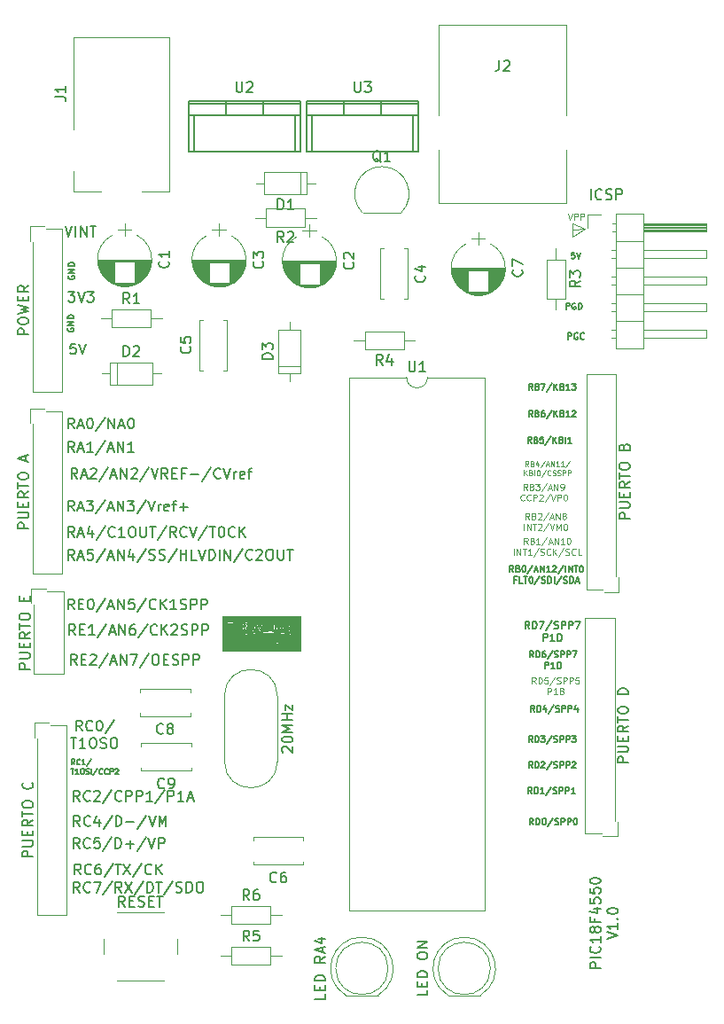
<source format=gbr>
%TF.GenerationSoftware,KiCad,Pcbnew,(5.1.9)-1*%
%TF.CreationDate,2021-04-20T21:27:49-05:00*%
%TF.ProjectId,entrenador pic18f4550,656e7472-656e-4616-946f-722070696331,rev?*%
%TF.SameCoordinates,Original*%
%TF.FileFunction,Legend,Top*%
%TF.FilePolarity,Positive*%
%FSLAX46Y46*%
G04 Gerber Fmt 4.6, Leading zero omitted, Abs format (unit mm)*
G04 Created by KiCad (PCBNEW (5.1.9)-1) date 2021-04-20 21:27:49*
%MOMM*%
%LPD*%
G01*
G04 APERTURE LIST*
%ADD10C,0.120000*%
%ADD11C,0.150000*%
%ADD12C,0.125000*%
%ADD13C,0.127500*%
%ADD14C,0.010000*%
G04 APERTURE END LIST*
D10*
X98780600Y-53035200D02*
X97637600Y-53086000D01*
X97586800Y-53797200D02*
X98780600Y-53035200D01*
X97586800Y-52451000D02*
X97586800Y-53797200D01*
X98755200Y-53035200D02*
X97586800Y-52451000D01*
D11*
X97159857Y-63542828D02*
X97159857Y-62942828D01*
X97388428Y-62942828D01*
X97445571Y-62971400D01*
X97474142Y-62999971D01*
X97502714Y-63057114D01*
X97502714Y-63142828D01*
X97474142Y-63199971D01*
X97445571Y-63228542D01*
X97388428Y-63257114D01*
X97159857Y-63257114D01*
X98074142Y-62971400D02*
X98017000Y-62942828D01*
X97931285Y-62942828D01*
X97845571Y-62971400D01*
X97788428Y-63028542D01*
X97759857Y-63085685D01*
X97731285Y-63199971D01*
X97731285Y-63285685D01*
X97759857Y-63399971D01*
X97788428Y-63457114D01*
X97845571Y-63514257D01*
X97931285Y-63542828D01*
X97988428Y-63542828D01*
X98074142Y-63514257D01*
X98102714Y-63485685D01*
X98102714Y-63285685D01*
X97988428Y-63285685D01*
X98702714Y-63485685D02*
X98674142Y-63514257D01*
X98588428Y-63542828D01*
X98531285Y-63542828D01*
X98445571Y-63514257D01*
X98388428Y-63457114D01*
X98359857Y-63399971D01*
X98331285Y-63285685D01*
X98331285Y-63199971D01*
X98359857Y-63085685D01*
X98388428Y-63028542D01*
X98445571Y-62971400D01*
X98531285Y-62942828D01*
X98588428Y-62942828D01*
X98674142Y-62971400D01*
X98702714Y-62999971D01*
X96956657Y-60672628D02*
X96956657Y-60072628D01*
X97185228Y-60072628D01*
X97242371Y-60101200D01*
X97270942Y-60129771D01*
X97299514Y-60186914D01*
X97299514Y-60272628D01*
X97270942Y-60329771D01*
X97242371Y-60358342D01*
X97185228Y-60386914D01*
X96956657Y-60386914D01*
X97870942Y-60101200D02*
X97813800Y-60072628D01*
X97728085Y-60072628D01*
X97642371Y-60101200D01*
X97585228Y-60158342D01*
X97556657Y-60215485D01*
X97528085Y-60329771D01*
X97528085Y-60415485D01*
X97556657Y-60529771D01*
X97585228Y-60586914D01*
X97642371Y-60644057D01*
X97728085Y-60672628D01*
X97785228Y-60672628D01*
X97870942Y-60644057D01*
X97899514Y-60615485D01*
X97899514Y-60415485D01*
X97785228Y-60415485D01*
X98156657Y-60672628D02*
X98156657Y-60072628D01*
X98299514Y-60072628D01*
X98385228Y-60101200D01*
X98442371Y-60158342D01*
X98470942Y-60215485D01*
X98499514Y-60329771D01*
X98499514Y-60415485D01*
X98470942Y-60529771D01*
X98442371Y-60586914D01*
X98385228Y-60644057D01*
X98299514Y-60672628D01*
X98156657Y-60672628D01*
X97777314Y-55246628D02*
X97491600Y-55246628D01*
X97463028Y-55532342D01*
X97491600Y-55503771D01*
X97548742Y-55475200D01*
X97691600Y-55475200D01*
X97748742Y-55503771D01*
X97777314Y-55532342D01*
X97805885Y-55589485D01*
X97805885Y-55732342D01*
X97777314Y-55789485D01*
X97748742Y-55818057D01*
X97691600Y-55846628D01*
X97548742Y-55846628D01*
X97491600Y-55818057D01*
X97463028Y-55789485D01*
X97977314Y-55246628D02*
X98177314Y-55846628D01*
X98377314Y-55246628D01*
D12*
X97167800Y-51538228D02*
X97367800Y-52138228D01*
X97567800Y-51538228D01*
X97767800Y-52138228D02*
X97767800Y-51538228D01*
X97996371Y-51538228D01*
X98053514Y-51566800D01*
X98082085Y-51595371D01*
X98110657Y-51652514D01*
X98110657Y-51738228D01*
X98082085Y-51795371D01*
X98053514Y-51823942D01*
X97996371Y-51852514D01*
X97767800Y-51852514D01*
X98367800Y-52138228D02*
X98367800Y-51538228D01*
X98596371Y-51538228D01*
X98653514Y-51566800D01*
X98682085Y-51595371D01*
X98710657Y-51652514D01*
X98710657Y-51738228D01*
X98682085Y-51795371D01*
X98653514Y-51823942D01*
X98596371Y-51852514D01*
X98367800Y-51852514D01*
D11*
X100262180Y-123589514D02*
X99262180Y-123589514D01*
X99262180Y-123208561D01*
X99309800Y-123113323D01*
X99357419Y-123065704D01*
X99452657Y-123018085D01*
X99595514Y-123018085D01*
X99690752Y-123065704D01*
X99738371Y-123113323D01*
X99785990Y-123208561D01*
X99785990Y-123589514D01*
X100262180Y-122589514D02*
X99262180Y-122589514D01*
X100166942Y-121541895D02*
X100214561Y-121589514D01*
X100262180Y-121732371D01*
X100262180Y-121827609D01*
X100214561Y-121970466D01*
X100119323Y-122065704D01*
X100024085Y-122113323D01*
X99833609Y-122160942D01*
X99690752Y-122160942D01*
X99500276Y-122113323D01*
X99405038Y-122065704D01*
X99309800Y-121970466D01*
X99262180Y-121827609D01*
X99262180Y-121732371D01*
X99309800Y-121589514D01*
X99357419Y-121541895D01*
X100262180Y-120589514D02*
X100262180Y-121160942D01*
X100262180Y-120875228D02*
X99262180Y-120875228D01*
X99405038Y-120970466D01*
X99500276Y-121065704D01*
X99547895Y-121160942D01*
X99690752Y-120018085D02*
X99643133Y-120113323D01*
X99595514Y-120160942D01*
X99500276Y-120208561D01*
X99452657Y-120208561D01*
X99357419Y-120160942D01*
X99309800Y-120113323D01*
X99262180Y-120018085D01*
X99262180Y-119827609D01*
X99309800Y-119732371D01*
X99357419Y-119684752D01*
X99452657Y-119637133D01*
X99500276Y-119637133D01*
X99595514Y-119684752D01*
X99643133Y-119732371D01*
X99690752Y-119827609D01*
X99690752Y-120018085D01*
X99738371Y-120113323D01*
X99785990Y-120160942D01*
X99881228Y-120208561D01*
X100071704Y-120208561D01*
X100166942Y-120160942D01*
X100214561Y-120113323D01*
X100262180Y-120018085D01*
X100262180Y-119827609D01*
X100214561Y-119732371D01*
X100166942Y-119684752D01*
X100071704Y-119637133D01*
X99881228Y-119637133D01*
X99785990Y-119684752D01*
X99738371Y-119732371D01*
X99690752Y-119827609D01*
X99738371Y-118875228D02*
X99738371Y-119208561D01*
X100262180Y-119208561D02*
X99262180Y-119208561D01*
X99262180Y-118732371D01*
X99595514Y-117922847D02*
X100262180Y-117922847D01*
X99214561Y-118160942D02*
X99928847Y-118399038D01*
X99928847Y-117779990D01*
X99262180Y-116922847D02*
X99262180Y-117399038D01*
X99738371Y-117446657D01*
X99690752Y-117399038D01*
X99643133Y-117303800D01*
X99643133Y-117065704D01*
X99690752Y-116970466D01*
X99738371Y-116922847D01*
X99833609Y-116875228D01*
X100071704Y-116875228D01*
X100166942Y-116922847D01*
X100214561Y-116970466D01*
X100262180Y-117065704D01*
X100262180Y-117303800D01*
X100214561Y-117399038D01*
X100166942Y-117446657D01*
X99262180Y-115970466D02*
X99262180Y-116446657D01*
X99738371Y-116494276D01*
X99690752Y-116446657D01*
X99643133Y-116351419D01*
X99643133Y-116113323D01*
X99690752Y-116018085D01*
X99738371Y-115970466D01*
X99833609Y-115922847D01*
X100071704Y-115922847D01*
X100166942Y-115970466D01*
X100214561Y-116018085D01*
X100262180Y-116113323D01*
X100262180Y-116351419D01*
X100214561Y-116446657D01*
X100166942Y-116494276D01*
X99262180Y-115303800D02*
X99262180Y-115208561D01*
X99309800Y-115113323D01*
X99357419Y-115065704D01*
X99452657Y-115018085D01*
X99643133Y-114970466D01*
X99881228Y-114970466D01*
X100071704Y-115018085D01*
X100166942Y-115065704D01*
X100214561Y-115113323D01*
X100262180Y-115208561D01*
X100262180Y-115303800D01*
X100214561Y-115399038D01*
X100166942Y-115446657D01*
X100071704Y-115494276D01*
X99881228Y-115541895D01*
X99643133Y-115541895D01*
X99452657Y-115494276D01*
X99357419Y-115446657D01*
X99309800Y-115399038D01*
X99262180Y-115303800D01*
X100912180Y-120827609D02*
X101912180Y-120494276D01*
X100912180Y-120160942D01*
X101912180Y-119303800D02*
X101912180Y-119875228D01*
X101912180Y-119589514D02*
X100912180Y-119589514D01*
X101055038Y-119684752D01*
X101150276Y-119779990D01*
X101197895Y-119875228D01*
X101816942Y-118875228D02*
X101864561Y-118827609D01*
X101912180Y-118875228D01*
X101864561Y-118922847D01*
X101816942Y-118875228D01*
X101912180Y-118875228D01*
X100912180Y-118208561D02*
X100912180Y-118113323D01*
X100959800Y-118018085D01*
X101007419Y-117970466D01*
X101102657Y-117922847D01*
X101293133Y-117875228D01*
X101531228Y-117875228D01*
X101721704Y-117922847D01*
X101816942Y-117970466D01*
X101864561Y-118018085D01*
X101912180Y-118113323D01*
X101912180Y-118208561D01*
X101864561Y-118303800D01*
X101816942Y-118351419D01*
X101721704Y-118399038D01*
X101531228Y-118446657D01*
X101293133Y-118446657D01*
X101102657Y-118399038D01*
X101007419Y-118351419D01*
X100959800Y-118303800D01*
X100912180Y-118208561D01*
X49382400Y-62483942D02*
X49353828Y-62541085D01*
X49353828Y-62626800D01*
X49382400Y-62712514D01*
X49439542Y-62769657D01*
X49496685Y-62798228D01*
X49610971Y-62826800D01*
X49696685Y-62826800D01*
X49810971Y-62798228D01*
X49868114Y-62769657D01*
X49925257Y-62712514D01*
X49953828Y-62626800D01*
X49953828Y-62569657D01*
X49925257Y-62483942D01*
X49896685Y-62455371D01*
X49696685Y-62455371D01*
X49696685Y-62569657D01*
X49953828Y-62198228D02*
X49353828Y-62198228D01*
X49953828Y-61855371D01*
X49353828Y-61855371D01*
X49953828Y-61569657D02*
X49353828Y-61569657D01*
X49353828Y-61426800D01*
X49382400Y-61341085D01*
X49439542Y-61283942D01*
X49496685Y-61255371D01*
X49610971Y-61226800D01*
X49696685Y-61226800D01*
X49810971Y-61255371D01*
X49868114Y-61283942D01*
X49925257Y-61341085D01*
X49953828Y-61426800D01*
X49953828Y-61569657D01*
X49433200Y-57480142D02*
X49404628Y-57537285D01*
X49404628Y-57623000D01*
X49433200Y-57708714D01*
X49490342Y-57765857D01*
X49547485Y-57794428D01*
X49661771Y-57823000D01*
X49747485Y-57823000D01*
X49861771Y-57794428D01*
X49918914Y-57765857D01*
X49976057Y-57708714D01*
X50004628Y-57623000D01*
X50004628Y-57565857D01*
X49976057Y-57480142D01*
X49947485Y-57451571D01*
X49747485Y-57451571D01*
X49747485Y-57565857D01*
X50004628Y-57194428D02*
X49404628Y-57194428D01*
X50004628Y-56851571D01*
X49404628Y-56851571D01*
X50004628Y-56565857D02*
X49404628Y-56565857D01*
X49404628Y-56423000D01*
X49433200Y-56337285D01*
X49490342Y-56280142D01*
X49547485Y-56251571D01*
X49661771Y-56223000D01*
X49747485Y-56223000D01*
X49861771Y-56251571D01*
X49918914Y-56280142D01*
X49976057Y-56337285D01*
X50004628Y-56423000D01*
X50004628Y-56565857D01*
X50101523Y-63968380D02*
X49625333Y-63968380D01*
X49577714Y-64444571D01*
X49625333Y-64396952D01*
X49720571Y-64349333D01*
X49958666Y-64349333D01*
X50053904Y-64396952D01*
X50101523Y-64444571D01*
X50149142Y-64539809D01*
X50149142Y-64777904D01*
X50101523Y-64873142D01*
X50053904Y-64920761D01*
X49958666Y-64968380D01*
X49720571Y-64968380D01*
X49625333Y-64920761D01*
X49577714Y-64873142D01*
X50434857Y-63968380D02*
X50768190Y-64968380D01*
X51101523Y-63968380D01*
X49409504Y-58989980D02*
X50028552Y-58989980D01*
X49695219Y-59370933D01*
X49838076Y-59370933D01*
X49933314Y-59418552D01*
X49980933Y-59466171D01*
X50028552Y-59561409D01*
X50028552Y-59799504D01*
X49980933Y-59894742D01*
X49933314Y-59942361D01*
X49838076Y-59989980D01*
X49552361Y-59989980D01*
X49457123Y-59942361D01*
X49409504Y-59894742D01*
X50314266Y-58989980D02*
X50647600Y-59989980D01*
X50980933Y-58989980D01*
X51219028Y-58989980D02*
X51838076Y-58989980D01*
X51504742Y-59370933D01*
X51647600Y-59370933D01*
X51742838Y-59418552D01*
X51790457Y-59466171D01*
X51838076Y-59561409D01*
X51838076Y-59799504D01*
X51790457Y-59894742D01*
X51742838Y-59942361D01*
X51647600Y-59989980D01*
X51361885Y-59989980D01*
X51266647Y-59942361D01*
X51219028Y-59894742D01*
X49120609Y-52741580D02*
X49453942Y-53741580D01*
X49787276Y-52741580D01*
X50120609Y-53741580D02*
X50120609Y-52741580D01*
X50596800Y-53741580D02*
X50596800Y-52741580D01*
X51168228Y-53741580D01*
X51168228Y-52741580D01*
X51501561Y-52741580D02*
X52072990Y-52741580D01*
X51787276Y-53741580D02*
X51787276Y-52741580D01*
X93843714Y-109897828D02*
X93643714Y-109612114D01*
X93500857Y-109897828D02*
X93500857Y-109297828D01*
X93729428Y-109297828D01*
X93786571Y-109326400D01*
X93815142Y-109354971D01*
X93843714Y-109412114D01*
X93843714Y-109497828D01*
X93815142Y-109554971D01*
X93786571Y-109583542D01*
X93729428Y-109612114D01*
X93500857Y-109612114D01*
X94100857Y-109897828D02*
X94100857Y-109297828D01*
X94243714Y-109297828D01*
X94329428Y-109326400D01*
X94386571Y-109383542D01*
X94415142Y-109440685D01*
X94443714Y-109554971D01*
X94443714Y-109640685D01*
X94415142Y-109754971D01*
X94386571Y-109812114D01*
X94329428Y-109869257D01*
X94243714Y-109897828D01*
X94100857Y-109897828D01*
X94815142Y-109297828D02*
X94929428Y-109297828D01*
X94986571Y-109326400D01*
X95043714Y-109383542D01*
X95072285Y-109497828D01*
X95072285Y-109697828D01*
X95043714Y-109812114D01*
X94986571Y-109869257D01*
X94929428Y-109897828D01*
X94815142Y-109897828D01*
X94758000Y-109869257D01*
X94700857Y-109812114D01*
X94672285Y-109697828D01*
X94672285Y-109497828D01*
X94700857Y-109383542D01*
X94758000Y-109326400D01*
X94815142Y-109297828D01*
X95758000Y-109269257D02*
X95243714Y-110040685D01*
X95929428Y-109869257D02*
X96015142Y-109897828D01*
X96158000Y-109897828D01*
X96215142Y-109869257D01*
X96243714Y-109840685D01*
X96272285Y-109783542D01*
X96272285Y-109726400D01*
X96243714Y-109669257D01*
X96215142Y-109640685D01*
X96158000Y-109612114D01*
X96043714Y-109583542D01*
X95986571Y-109554971D01*
X95958000Y-109526400D01*
X95929428Y-109469257D01*
X95929428Y-109412114D01*
X95958000Y-109354971D01*
X95986571Y-109326400D01*
X96043714Y-109297828D01*
X96186571Y-109297828D01*
X96272285Y-109326400D01*
X96529428Y-109897828D02*
X96529428Y-109297828D01*
X96758000Y-109297828D01*
X96815142Y-109326400D01*
X96843714Y-109354971D01*
X96872285Y-109412114D01*
X96872285Y-109497828D01*
X96843714Y-109554971D01*
X96815142Y-109583542D01*
X96758000Y-109612114D01*
X96529428Y-109612114D01*
X97129428Y-109897828D02*
X97129428Y-109297828D01*
X97358000Y-109297828D01*
X97415142Y-109326400D01*
X97443714Y-109354971D01*
X97472285Y-109412114D01*
X97472285Y-109497828D01*
X97443714Y-109554971D01*
X97415142Y-109583542D01*
X97358000Y-109612114D01*
X97129428Y-109612114D01*
X97843714Y-109297828D02*
X97900857Y-109297828D01*
X97958000Y-109326400D01*
X97986571Y-109354971D01*
X98015142Y-109412114D01*
X98043714Y-109526400D01*
X98043714Y-109669257D01*
X98015142Y-109783542D01*
X97986571Y-109840685D01*
X97958000Y-109869257D01*
X97900857Y-109897828D01*
X97843714Y-109897828D01*
X97786571Y-109869257D01*
X97758000Y-109840685D01*
X97729428Y-109783542D01*
X97700857Y-109669257D01*
X97700857Y-109526400D01*
X97729428Y-109412114D01*
X97758000Y-109354971D01*
X97786571Y-109326400D01*
X97843714Y-109297828D01*
X93719885Y-106926028D02*
X93519885Y-106640314D01*
X93377028Y-106926028D02*
X93377028Y-106326028D01*
X93605600Y-106326028D01*
X93662742Y-106354600D01*
X93691314Y-106383171D01*
X93719885Y-106440314D01*
X93719885Y-106526028D01*
X93691314Y-106583171D01*
X93662742Y-106611742D01*
X93605600Y-106640314D01*
X93377028Y-106640314D01*
X93977028Y-106926028D02*
X93977028Y-106326028D01*
X94119885Y-106326028D01*
X94205600Y-106354600D01*
X94262742Y-106411742D01*
X94291314Y-106468885D01*
X94319885Y-106583171D01*
X94319885Y-106668885D01*
X94291314Y-106783171D01*
X94262742Y-106840314D01*
X94205600Y-106897457D01*
X94119885Y-106926028D01*
X93977028Y-106926028D01*
X94891314Y-106926028D02*
X94548457Y-106926028D01*
X94719885Y-106926028D02*
X94719885Y-106326028D01*
X94662742Y-106411742D01*
X94605600Y-106468885D01*
X94548457Y-106497457D01*
X95577028Y-106297457D02*
X95062742Y-107068885D01*
X95748457Y-106897457D02*
X95834171Y-106926028D01*
X95977028Y-106926028D01*
X96034171Y-106897457D01*
X96062742Y-106868885D01*
X96091314Y-106811742D01*
X96091314Y-106754600D01*
X96062742Y-106697457D01*
X96034171Y-106668885D01*
X95977028Y-106640314D01*
X95862742Y-106611742D01*
X95805600Y-106583171D01*
X95777028Y-106554600D01*
X95748457Y-106497457D01*
X95748457Y-106440314D01*
X95777028Y-106383171D01*
X95805600Y-106354600D01*
X95862742Y-106326028D01*
X96005600Y-106326028D01*
X96091314Y-106354600D01*
X96348457Y-106926028D02*
X96348457Y-106326028D01*
X96577028Y-106326028D01*
X96634171Y-106354600D01*
X96662742Y-106383171D01*
X96691314Y-106440314D01*
X96691314Y-106526028D01*
X96662742Y-106583171D01*
X96634171Y-106611742D01*
X96577028Y-106640314D01*
X96348457Y-106640314D01*
X96948457Y-106926028D02*
X96948457Y-106326028D01*
X97177028Y-106326028D01*
X97234171Y-106354600D01*
X97262742Y-106383171D01*
X97291314Y-106440314D01*
X97291314Y-106526028D01*
X97262742Y-106583171D01*
X97234171Y-106611742D01*
X97177028Y-106640314D01*
X96948457Y-106640314D01*
X97862742Y-106926028D02*
X97519885Y-106926028D01*
X97691314Y-106926028D02*
X97691314Y-106326028D01*
X97634171Y-106411742D01*
X97577028Y-106468885D01*
X97519885Y-106497457D01*
X93770685Y-104487628D02*
X93570685Y-104201914D01*
X93427828Y-104487628D02*
X93427828Y-103887628D01*
X93656400Y-103887628D01*
X93713542Y-103916200D01*
X93742114Y-103944771D01*
X93770685Y-104001914D01*
X93770685Y-104087628D01*
X93742114Y-104144771D01*
X93713542Y-104173342D01*
X93656400Y-104201914D01*
X93427828Y-104201914D01*
X94027828Y-104487628D02*
X94027828Y-103887628D01*
X94170685Y-103887628D01*
X94256400Y-103916200D01*
X94313542Y-103973342D01*
X94342114Y-104030485D01*
X94370685Y-104144771D01*
X94370685Y-104230485D01*
X94342114Y-104344771D01*
X94313542Y-104401914D01*
X94256400Y-104459057D01*
X94170685Y-104487628D01*
X94027828Y-104487628D01*
X94599257Y-103944771D02*
X94627828Y-103916200D01*
X94684971Y-103887628D01*
X94827828Y-103887628D01*
X94884971Y-103916200D01*
X94913542Y-103944771D01*
X94942114Y-104001914D01*
X94942114Y-104059057D01*
X94913542Y-104144771D01*
X94570685Y-104487628D01*
X94942114Y-104487628D01*
X95627828Y-103859057D02*
X95113542Y-104630485D01*
X95799257Y-104459057D02*
X95884971Y-104487628D01*
X96027828Y-104487628D01*
X96084971Y-104459057D01*
X96113542Y-104430485D01*
X96142114Y-104373342D01*
X96142114Y-104316200D01*
X96113542Y-104259057D01*
X96084971Y-104230485D01*
X96027828Y-104201914D01*
X95913542Y-104173342D01*
X95856400Y-104144771D01*
X95827828Y-104116200D01*
X95799257Y-104059057D01*
X95799257Y-104001914D01*
X95827828Y-103944771D01*
X95856400Y-103916200D01*
X95913542Y-103887628D01*
X96056400Y-103887628D01*
X96142114Y-103916200D01*
X96399257Y-104487628D02*
X96399257Y-103887628D01*
X96627828Y-103887628D01*
X96684971Y-103916200D01*
X96713542Y-103944771D01*
X96742114Y-104001914D01*
X96742114Y-104087628D01*
X96713542Y-104144771D01*
X96684971Y-104173342D01*
X96627828Y-104201914D01*
X96399257Y-104201914D01*
X96999257Y-104487628D02*
X96999257Y-103887628D01*
X97227828Y-103887628D01*
X97284971Y-103916200D01*
X97313542Y-103944771D01*
X97342114Y-104001914D01*
X97342114Y-104087628D01*
X97313542Y-104144771D01*
X97284971Y-104173342D01*
X97227828Y-104201914D01*
X96999257Y-104201914D01*
X97570685Y-103944771D02*
X97599257Y-103916200D01*
X97656400Y-103887628D01*
X97799257Y-103887628D01*
X97856400Y-103916200D01*
X97884971Y-103944771D01*
X97913542Y-104001914D01*
X97913542Y-104059057D01*
X97884971Y-104144771D01*
X97542114Y-104487628D01*
X97913542Y-104487628D01*
X93770685Y-102023828D02*
X93570685Y-101738114D01*
X93427828Y-102023828D02*
X93427828Y-101423828D01*
X93656400Y-101423828D01*
X93713542Y-101452400D01*
X93742114Y-101480971D01*
X93770685Y-101538114D01*
X93770685Y-101623828D01*
X93742114Y-101680971D01*
X93713542Y-101709542D01*
X93656400Y-101738114D01*
X93427828Y-101738114D01*
X94027828Y-102023828D02*
X94027828Y-101423828D01*
X94170685Y-101423828D01*
X94256400Y-101452400D01*
X94313542Y-101509542D01*
X94342114Y-101566685D01*
X94370685Y-101680971D01*
X94370685Y-101766685D01*
X94342114Y-101880971D01*
X94313542Y-101938114D01*
X94256400Y-101995257D01*
X94170685Y-102023828D01*
X94027828Y-102023828D01*
X94570685Y-101423828D02*
X94942114Y-101423828D01*
X94742114Y-101652400D01*
X94827828Y-101652400D01*
X94884971Y-101680971D01*
X94913542Y-101709542D01*
X94942114Y-101766685D01*
X94942114Y-101909542D01*
X94913542Y-101966685D01*
X94884971Y-101995257D01*
X94827828Y-102023828D01*
X94656400Y-102023828D01*
X94599257Y-101995257D01*
X94570685Y-101966685D01*
X95627828Y-101395257D02*
X95113542Y-102166685D01*
X95799257Y-101995257D02*
X95884971Y-102023828D01*
X96027828Y-102023828D01*
X96084971Y-101995257D01*
X96113542Y-101966685D01*
X96142114Y-101909542D01*
X96142114Y-101852400D01*
X96113542Y-101795257D01*
X96084971Y-101766685D01*
X96027828Y-101738114D01*
X95913542Y-101709542D01*
X95856400Y-101680971D01*
X95827828Y-101652400D01*
X95799257Y-101595257D01*
X95799257Y-101538114D01*
X95827828Y-101480971D01*
X95856400Y-101452400D01*
X95913542Y-101423828D01*
X96056400Y-101423828D01*
X96142114Y-101452400D01*
X96399257Y-102023828D02*
X96399257Y-101423828D01*
X96627828Y-101423828D01*
X96684971Y-101452400D01*
X96713542Y-101480971D01*
X96742114Y-101538114D01*
X96742114Y-101623828D01*
X96713542Y-101680971D01*
X96684971Y-101709542D01*
X96627828Y-101738114D01*
X96399257Y-101738114D01*
X96999257Y-102023828D02*
X96999257Y-101423828D01*
X97227828Y-101423828D01*
X97284971Y-101452400D01*
X97313542Y-101480971D01*
X97342114Y-101538114D01*
X97342114Y-101623828D01*
X97313542Y-101680971D01*
X97284971Y-101709542D01*
X97227828Y-101738114D01*
X96999257Y-101738114D01*
X97542114Y-101423828D02*
X97913542Y-101423828D01*
X97713542Y-101652400D01*
X97799257Y-101652400D01*
X97856400Y-101680971D01*
X97884971Y-101709542D01*
X97913542Y-101766685D01*
X97913542Y-101909542D01*
X97884971Y-101966685D01*
X97856400Y-101995257D01*
X97799257Y-102023828D01*
X97627828Y-102023828D01*
X97570685Y-101995257D01*
X97542114Y-101966685D01*
X93973885Y-99128228D02*
X93773885Y-98842514D01*
X93631028Y-99128228D02*
X93631028Y-98528228D01*
X93859600Y-98528228D01*
X93916742Y-98556800D01*
X93945314Y-98585371D01*
X93973885Y-98642514D01*
X93973885Y-98728228D01*
X93945314Y-98785371D01*
X93916742Y-98813942D01*
X93859600Y-98842514D01*
X93631028Y-98842514D01*
X94231028Y-99128228D02*
X94231028Y-98528228D01*
X94373885Y-98528228D01*
X94459600Y-98556800D01*
X94516742Y-98613942D01*
X94545314Y-98671085D01*
X94573885Y-98785371D01*
X94573885Y-98871085D01*
X94545314Y-98985371D01*
X94516742Y-99042514D01*
X94459600Y-99099657D01*
X94373885Y-99128228D01*
X94231028Y-99128228D01*
X95088171Y-98728228D02*
X95088171Y-99128228D01*
X94945314Y-98499657D02*
X94802457Y-98928228D01*
X95173885Y-98928228D01*
X95831028Y-98499657D02*
X95316742Y-99271085D01*
X96002457Y-99099657D02*
X96088171Y-99128228D01*
X96231028Y-99128228D01*
X96288171Y-99099657D01*
X96316742Y-99071085D01*
X96345314Y-99013942D01*
X96345314Y-98956800D01*
X96316742Y-98899657D01*
X96288171Y-98871085D01*
X96231028Y-98842514D01*
X96116742Y-98813942D01*
X96059600Y-98785371D01*
X96031028Y-98756800D01*
X96002457Y-98699657D01*
X96002457Y-98642514D01*
X96031028Y-98585371D01*
X96059600Y-98556800D01*
X96116742Y-98528228D01*
X96259600Y-98528228D01*
X96345314Y-98556800D01*
X96602457Y-99128228D02*
X96602457Y-98528228D01*
X96831028Y-98528228D01*
X96888171Y-98556800D01*
X96916742Y-98585371D01*
X96945314Y-98642514D01*
X96945314Y-98728228D01*
X96916742Y-98785371D01*
X96888171Y-98813942D01*
X96831028Y-98842514D01*
X96602457Y-98842514D01*
X97202457Y-99128228D02*
X97202457Y-98528228D01*
X97431028Y-98528228D01*
X97488171Y-98556800D01*
X97516742Y-98585371D01*
X97545314Y-98642514D01*
X97545314Y-98728228D01*
X97516742Y-98785371D01*
X97488171Y-98813942D01*
X97431028Y-98842514D01*
X97202457Y-98842514D01*
X98059600Y-98728228D02*
X98059600Y-99128228D01*
X97916742Y-98499657D02*
X97773885Y-98928228D01*
X98145314Y-98928228D01*
D12*
X94075485Y-96431328D02*
X93875485Y-96145614D01*
X93732628Y-96431328D02*
X93732628Y-95831328D01*
X93961200Y-95831328D01*
X94018342Y-95859900D01*
X94046914Y-95888471D01*
X94075485Y-95945614D01*
X94075485Y-96031328D01*
X94046914Y-96088471D01*
X94018342Y-96117042D01*
X93961200Y-96145614D01*
X93732628Y-96145614D01*
X94332628Y-96431328D02*
X94332628Y-95831328D01*
X94475485Y-95831328D01*
X94561200Y-95859900D01*
X94618342Y-95917042D01*
X94646914Y-95974185D01*
X94675485Y-96088471D01*
X94675485Y-96174185D01*
X94646914Y-96288471D01*
X94618342Y-96345614D01*
X94561200Y-96402757D01*
X94475485Y-96431328D01*
X94332628Y-96431328D01*
X95218342Y-95831328D02*
X94932628Y-95831328D01*
X94904057Y-96117042D01*
X94932628Y-96088471D01*
X94989771Y-96059900D01*
X95132628Y-96059900D01*
X95189771Y-96088471D01*
X95218342Y-96117042D01*
X95246914Y-96174185D01*
X95246914Y-96317042D01*
X95218342Y-96374185D01*
X95189771Y-96402757D01*
X95132628Y-96431328D01*
X94989771Y-96431328D01*
X94932628Y-96402757D01*
X94904057Y-96374185D01*
X95932628Y-95802757D02*
X95418342Y-96574185D01*
X96104057Y-96402757D02*
X96189771Y-96431328D01*
X96332628Y-96431328D01*
X96389771Y-96402757D01*
X96418342Y-96374185D01*
X96446914Y-96317042D01*
X96446914Y-96259900D01*
X96418342Y-96202757D01*
X96389771Y-96174185D01*
X96332628Y-96145614D01*
X96218342Y-96117042D01*
X96161200Y-96088471D01*
X96132628Y-96059900D01*
X96104057Y-96002757D01*
X96104057Y-95945614D01*
X96132628Y-95888471D01*
X96161200Y-95859900D01*
X96218342Y-95831328D01*
X96361200Y-95831328D01*
X96446914Y-95859900D01*
X96704057Y-96431328D02*
X96704057Y-95831328D01*
X96932628Y-95831328D01*
X96989771Y-95859900D01*
X97018342Y-95888471D01*
X97046914Y-95945614D01*
X97046914Y-96031328D01*
X97018342Y-96088471D01*
X96989771Y-96117042D01*
X96932628Y-96145614D01*
X96704057Y-96145614D01*
X97304057Y-96431328D02*
X97304057Y-95831328D01*
X97532628Y-95831328D01*
X97589771Y-95859900D01*
X97618342Y-95888471D01*
X97646914Y-95945614D01*
X97646914Y-96031328D01*
X97618342Y-96088471D01*
X97589771Y-96117042D01*
X97532628Y-96145614D01*
X97304057Y-96145614D01*
X98189771Y-95831328D02*
X97904057Y-95831328D01*
X97875485Y-96117042D01*
X97904057Y-96088471D01*
X97961200Y-96059900D01*
X98104057Y-96059900D01*
X98161200Y-96088471D01*
X98189771Y-96117042D01*
X98218342Y-96174185D01*
X98218342Y-96317042D01*
X98189771Y-96374185D01*
X98161200Y-96402757D01*
X98104057Y-96431328D01*
X97961200Y-96431328D01*
X97904057Y-96402757D01*
X97875485Y-96374185D01*
X95218342Y-97456328D02*
X95218342Y-96856328D01*
X95446914Y-96856328D01*
X95504057Y-96884900D01*
X95532628Y-96913471D01*
X95561200Y-96970614D01*
X95561200Y-97056328D01*
X95532628Y-97113471D01*
X95504057Y-97142042D01*
X95446914Y-97170614D01*
X95218342Y-97170614D01*
X96132628Y-97456328D02*
X95789771Y-97456328D01*
X95961200Y-97456328D02*
X95961200Y-96856328D01*
X95904057Y-96942042D01*
X95846914Y-96999185D01*
X95789771Y-97027757D01*
X96589771Y-97142042D02*
X96675485Y-97170614D01*
X96704057Y-97199185D01*
X96732628Y-97256328D01*
X96732628Y-97342042D01*
X96704057Y-97399185D01*
X96675485Y-97427757D01*
X96618342Y-97456328D01*
X96389771Y-97456328D01*
X96389771Y-96856328D01*
X96589771Y-96856328D01*
X96646914Y-96884900D01*
X96675485Y-96913471D01*
X96704057Y-96970614D01*
X96704057Y-97027757D01*
X96675485Y-97084900D01*
X96646914Y-97113471D01*
X96589771Y-97142042D01*
X96389771Y-97142042D01*
D11*
X93846885Y-93929628D02*
X93646885Y-93643914D01*
X93504028Y-93929628D02*
X93504028Y-93329628D01*
X93732600Y-93329628D01*
X93789742Y-93358200D01*
X93818314Y-93386771D01*
X93846885Y-93443914D01*
X93846885Y-93529628D01*
X93818314Y-93586771D01*
X93789742Y-93615342D01*
X93732600Y-93643914D01*
X93504028Y-93643914D01*
X94104028Y-93929628D02*
X94104028Y-93329628D01*
X94246885Y-93329628D01*
X94332600Y-93358200D01*
X94389742Y-93415342D01*
X94418314Y-93472485D01*
X94446885Y-93586771D01*
X94446885Y-93672485D01*
X94418314Y-93786771D01*
X94389742Y-93843914D01*
X94332600Y-93901057D01*
X94246885Y-93929628D01*
X94104028Y-93929628D01*
X94961171Y-93329628D02*
X94846885Y-93329628D01*
X94789742Y-93358200D01*
X94761171Y-93386771D01*
X94704028Y-93472485D01*
X94675457Y-93586771D01*
X94675457Y-93815342D01*
X94704028Y-93872485D01*
X94732600Y-93901057D01*
X94789742Y-93929628D01*
X94904028Y-93929628D01*
X94961171Y-93901057D01*
X94989742Y-93872485D01*
X95018314Y-93815342D01*
X95018314Y-93672485D01*
X94989742Y-93615342D01*
X94961171Y-93586771D01*
X94904028Y-93558200D01*
X94789742Y-93558200D01*
X94732600Y-93586771D01*
X94704028Y-93615342D01*
X94675457Y-93672485D01*
X95704028Y-93301057D02*
X95189742Y-94072485D01*
X95875457Y-93901057D02*
X95961171Y-93929628D01*
X96104028Y-93929628D01*
X96161171Y-93901057D01*
X96189742Y-93872485D01*
X96218314Y-93815342D01*
X96218314Y-93758200D01*
X96189742Y-93701057D01*
X96161171Y-93672485D01*
X96104028Y-93643914D01*
X95989742Y-93615342D01*
X95932600Y-93586771D01*
X95904028Y-93558200D01*
X95875457Y-93501057D01*
X95875457Y-93443914D01*
X95904028Y-93386771D01*
X95932600Y-93358200D01*
X95989742Y-93329628D01*
X96132600Y-93329628D01*
X96218314Y-93358200D01*
X96475457Y-93929628D02*
X96475457Y-93329628D01*
X96704028Y-93329628D01*
X96761171Y-93358200D01*
X96789742Y-93386771D01*
X96818314Y-93443914D01*
X96818314Y-93529628D01*
X96789742Y-93586771D01*
X96761171Y-93615342D01*
X96704028Y-93643914D01*
X96475457Y-93643914D01*
X97075457Y-93929628D02*
X97075457Y-93329628D01*
X97304028Y-93329628D01*
X97361171Y-93358200D01*
X97389742Y-93386771D01*
X97418314Y-93443914D01*
X97418314Y-93529628D01*
X97389742Y-93586771D01*
X97361171Y-93615342D01*
X97304028Y-93643914D01*
X97075457Y-93643914D01*
X97618314Y-93329628D02*
X98018314Y-93329628D01*
X97761171Y-93929628D01*
X94989742Y-94979628D02*
X94989742Y-94379628D01*
X95218314Y-94379628D01*
X95275457Y-94408200D01*
X95304028Y-94436771D01*
X95332600Y-94493914D01*
X95332600Y-94579628D01*
X95304028Y-94636771D01*
X95275457Y-94665342D01*
X95218314Y-94693914D01*
X94989742Y-94693914D01*
X95904028Y-94979628D02*
X95561171Y-94979628D01*
X95732600Y-94979628D02*
X95732600Y-94379628D01*
X95675457Y-94465342D01*
X95618314Y-94522485D01*
X95561171Y-94551057D01*
X96161171Y-94979628D02*
X96161171Y-94379628D01*
X96304028Y-94379628D01*
X96389742Y-94408200D01*
X96446885Y-94465342D01*
X96475457Y-94522485D01*
X96504028Y-94636771D01*
X96504028Y-94722485D01*
X96475457Y-94836771D01*
X96446885Y-94893914D01*
X96389742Y-94951057D01*
X96304028Y-94979628D01*
X96161171Y-94979628D01*
X93481800Y-91182066D02*
X93248466Y-90848733D01*
X93081800Y-91182066D02*
X93081800Y-90482066D01*
X93348466Y-90482066D01*
X93415133Y-90515400D01*
X93448466Y-90548733D01*
X93481800Y-90615400D01*
X93481800Y-90715400D01*
X93448466Y-90782066D01*
X93415133Y-90815400D01*
X93348466Y-90848733D01*
X93081800Y-90848733D01*
X93781800Y-91182066D02*
X93781800Y-90482066D01*
X93948466Y-90482066D01*
X94048466Y-90515400D01*
X94115133Y-90582066D01*
X94148466Y-90648733D01*
X94181800Y-90782066D01*
X94181800Y-90882066D01*
X94148466Y-91015400D01*
X94115133Y-91082066D01*
X94048466Y-91148733D01*
X93948466Y-91182066D01*
X93781800Y-91182066D01*
X94415133Y-90482066D02*
X94881800Y-90482066D01*
X94581800Y-91182066D01*
X95648466Y-90448733D02*
X95048466Y-91348733D01*
X95848466Y-91148733D02*
X95948466Y-91182066D01*
X96115133Y-91182066D01*
X96181800Y-91148733D01*
X96215133Y-91115400D01*
X96248466Y-91048733D01*
X96248466Y-90982066D01*
X96215133Y-90915400D01*
X96181800Y-90882066D01*
X96115133Y-90848733D01*
X95981800Y-90815400D01*
X95915133Y-90782066D01*
X95881800Y-90748733D01*
X95848466Y-90682066D01*
X95848466Y-90615400D01*
X95881800Y-90548733D01*
X95915133Y-90515400D01*
X95981800Y-90482066D01*
X96148466Y-90482066D01*
X96248466Y-90515400D01*
X96548466Y-91182066D02*
X96548466Y-90482066D01*
X96815133Y-90482066D01*
X96881800Y-90515400D01*
X96915133Y-90548733D01*
X96948466Y-90615400D01*
X96948466Y-90715400D01*
X96915133Y-90782066D01*
X96881800Y-90815400D01*
X96815133Y-90848733D01*
X96548466Y-90848733D01*
X97248466Y-91182066D02*
X97248466Y-90482066D01*
X97515133Y-90482066D01*
X97581800Y-90515400D01*
X97615133Y-90548733D01*
X97648466Y-90615400D01*
X97648466Y-90715400D01*
X97615133Y-90782066D01*
X97581800Y-90815400D01*
X97515133Y-90848733D01*
X97248466Y-90848733D01*
X97881800Y-90482066D02*
X98348466Y-90482066D01*
X98048466Y-91182066D01*
X94815133Y-92382066D02*
X94815133Y-91682066D01*
X95081800Y-91682066D01*
X95148466Y-91715400D01*
X95181800Y-91748733D01*
X95215133Y-91815400D01*
X95215133Y-91915400D01*
X95181800Y-91982066D01*
X95148466Y-92015400D01*
X95081800Y-92048733D01*
X94815133Y-92048733D01*
X95881800Y-92382066D02*
X95481800Y-92382066D01*
X95681800Y-92382066D02*
X95681800Y-91682066D01*
X95615133Y-91782066D01*
X95548466Y-91848733D01*
X95481800Y-91882066D01*
X96181800Y-92382066D02*
X96181800Y-91682066D01*
X96348466Y-91682066D01*
X96448466Y-91715400D01*
X96515133Y-91782066D01*
X96548466Y-91848733D01*
X96581800Y-91982066D01*
X96581800Y-92082066D01*
X96548466Y-92215400D01*
X96515133Y-92282066D01*
X96448466Y-92348733D01*
X96348466Y-92382066D01*
X96181800Y-92382066D01*
X91954742Y-85776228D02*
X91754742Y-85490514D01*
X91611885Y-85776228D02*
X91611885Y-85176228D01*
X91840457Y-85176228D01*
X91897600Y-85204800D01*
X91926171Y-85233371D01*
X91954742Y-85290514D01*
X91954742Y-85376228D01*
X91926171Y-85433371D01*
X91897600Y-85461942D01*
X91840457Y-85490514D01*
X91611885Y-85490514D01*
X92411885Y-85461942D02*
X92497600Y-85490514D01*
X92526171Y-85519085D01*
X92554742Y-85576228D01*
X92554742Y-85661942D01*
X92526171Y-85719085D01*
X92497600Y-85747657D01*
X92440457Y-85776228D01*
X92211885Y-85776228D01*
X92211885Y-85176228D01*
X92411885Y-85176228D01*
X92469028Y-85204800D01*
X92497600Y-85233371D01*
X92526171Y-85290514D01*
X92526171Y-85347657D01*
X92497600Y-85404800D01*
X92469028Y-85433371D01*
X92411885Y-85461942D01*
X92211885Y-85461942D01*
X92926171Y-85176228D02*
X92983314Y-85176228D01*
X93040457Y-85204800D01*
X93069028Y-85233371D01*
X93097600Y-85290514D01*
X93126171Y-85404800D01*
X93126171Y-85547657D01*
X93097600Y-85661942D01*
X93069028Y-85719085D01*
X93040457Y-85747657D01*
X92983314Y-85776228D01*
X92926171Y-85776228D01*
X92869028Y-85747657D01*
X92840457Y-85719085D01*
X92811885Y-85661942D01*
X92783314Y-85547657D01*
X92783314Y-85404800D01*
X92811885Y-85290514D01*
X92840457Y-85233371D01*
X92869028Y-85204800D01*
X92926171Y-85176228D01*
X93811885Y-85147657D02*
X93297600Y-85919085D01*
X93983314Y-85604800D02*
X94269028Y-85604800D01*
X93926171Y-85776228D02*
X94126171Y-85176228D01*
X94326171Y-85776228D01*
X94526171Y-85776228D02*
X94526171Y-85176228D01*
X94869028Y-85776228D01*
X94869028Y-85176228D01*
X95469028Y-85776228D02*
X95126171Y-85776228D01*
X95297600Y-85776228D02*
X95297600Y-85176228D01*
X95240457Y-85261942D01*
X95183314Y-85319085D01*
X95126171Y-85347657D01*
X95697600Y-85233371D02*
X95726171Y-85204800D01*
X95783314Y-85176228D01*
X95926171Y-85176228D01*
X95983314Y-85204800D01*
X96011885Y-85233371D01*
X96040457Y-85290514D01*
X96040457Y-85347657D01*
X96011885Y-85433371D01*
X95669028Y-85776228D01*
X96040457Y-85776228D01*
X96726171Y-85147657D02*
X96211885Y-85919085D01*
X96926171Y-85776228D02*
X96926171Y-85176228D01*
X97211885Y-85776228D02*
X97211885Y-85176228D01*
X97554742Y-85776228D01*
X97554742Y-85176228D01*
X97754742Y-85176228D02*
X98097600Y-85176228D01*
X97926171Y-85776228D02*
X97926171Y-85176228D01*
X98411885Y-85176228D02*
X98469028Y-85176228D01*
X98526171Y-85204800D01*
X98554742Y-85233371D01*
X98583314Y-85290514D01*
X98611885Y-85404800D01*
X98611885Y-85547657D01*
X98583314Y-85661942D01*
X98554742Y-85719085D01*
X98526171Y-85747657D01*
X98469028Y-85776228D01*
X98411885Y-85776228D01*
X98354742Y-85747657D01*
X98326171Y-85719085D01*
X98297600Y-85661942D01*
X98269028Y-85547657D01*
X98269028Y-85404800D01*
X98297600Y-85290514D01*
X98326171Y-85233371D01*
X98354742Y-85204800D01*
X98411885Y-85176228D01*
X92226171Y-86511942D02*
X92026171Y-86511942D01*
X92026171Y-86826228D02*
X92026171Y-86226228D01*
X92311885Y-86226228D01*
X92826171Y-86826228D02*
X92540457Y-86826228D01*
X92540457Y-86226228D01*
X92940457Y-86226228D02*
X93283314Y-86226228D01*
X93111885Y-86826228D02*
X93111885Y-86226228D01*
X93597600Y-86226228D02*
X93654742Y-86226228D01*
X93711885Y-86254800D01*
X93740457Y-86283371D01*
X93769028Y-86340514D01*
X93797600Y-86454800D01*
X93797600Y-86597657D01*
X93769028Y-86711942D01*
X93740457Y-86769085D01*
X93711885Y-86797657D01*
X93654742Y-86826228D01*
X93597600Y-86826228D01*
X93540457Y-86797657D01*
X93511885Y-86769085D01*
X93483314Y-86711942D01*
X93454742Y-86597657D01*
X93454742Y-86454800D01*
X93483314Y-86340514D01*
X93511885Y-86283371D01*
X93540457Y-86254800D01*
X93597600Y-86226228D01*
X94483314Y-86197657D02*
X93969028Y-86969085D01*
X94654742Y-86797657D02*
X94740457Y-86826228D01*
X94883314Y-86826228D01*
X94940457Y-86797657D01*
X94969028Y-86769085D01*
X94997600Y-86711942D01*
X94997600Y-86654800D01*
X94969028Y-86597657D01*
X94940457Y-86569085D01*
X94883314Y-86540514D01*
X94769028Y-86511942D01*
X94711885Y-86483371D01*
X94683314Y-86454800D01*
X94654742Y-86397657D01*
X94654742Y-86340514D01*
X94683314Y-86283371D01*
X94711885Y-86254800D01*
X94769028Y-86226228D01*
X94911885Y-86226228D01*
X94997600Y-86254800D01*
X95254742Y-86826228D02*
X95254742Y-86226228D01*
X95397600Y-86226228D01*
X95483314Y-86254800D01*
X95540457Y-86311942D01*
X95569028Y-86369085D01*
X95597600Y-86483371D01*
X95597600Y-86569085D01*
X95569028Y-86683371D01*
X95540457Y-86740514D01*
X95483314Y-86797657D01*
X95397600Y-86826228D01*
X95254742Y-86826228D01*
X95854742Y-86826228D02*
X95854742Y-86226228D01*
X96569028Y-86197657D02*
X96054742Y-86969085D01*
X96740457Y-86797657D02*
X96826171Y-86826228D01*
X96969028Y-86826228D01*
X97026171Y-86797657D01*
X97054742Y-86769085D01*
X97083314Y-86711942D01*
X97083314Y-86654800D01*
X97054742Y-86597657D01*
X97026171Y-86569085D01*
X96969028Y-86540514D01*
X96854742Y-86511942D01*
X96797600Y-86483371D01*
X96769028Y-86454800D01*
X96740457Y-86397657D01*
X96740457Y-86340514D01*
X96769028Y-86283371D01*
X96797600Y-86254800D01*
X96854742Y-86226228D01*
X96997600Y-86226228D01*
X97083314Y-86254800D01*
X97340457Y-86826228D02*
X97340457Y-86226228D01*
X97483314Y-86226228D01*
X97569028Y-86254800D01*
X97626171Y-86311942D01*
X97654742Y-86369085D01*
X97683314Y-86483371D01*
X97683314Y-86569085D01*
X97654742Y-86683371D01*
X97626171Y-86740514D01*
X97569028Y-86797657D01*
X97483314Y-86826228D01*
X97340457Y-86826228D01*
X97911885Y-86654800D02*
X98197600Y-86654800D01*
X97854742Y-86826228D02*
X98054742Y-86226228D01*
X98254742Y-86826228D01*
D12*
X93316657Y-83121728D02*
X93116657Y-82836014D01*
X92973800Y-83121728D02*
X92973800Y-82521728D01*
X93202371Y-82521728D01*
X93259514Y-82550300D01*
X93288085Y-82578871D01*
X93316657Y-82636014D01*
X93316657Y-82721728D01*
X93288085Y-82778871D01*
X93259514Y-82807442D01*
X93202371Y-82836014D01*
X92973800Y-82836014D01*
X93773800Y-82807442D02*
X93859514Y-82836014D01*
X93888085Y-82864585D01*
X93916657Y-82921728D01*
X93916657Y-83007442D01*
X93888085Y-83064585D01*
X93859514Y-83093157D01*
X93802371Y-83121728D01*
X93573800Y-83121728D01*
X93573800Y-82521728D01*
X93773800Y-82521728D01*
X93830942Y-82550300D01*
X93859514Y-82578871D01*
X93888085Y-82636014D01*
X93888085Y-82693157D01*
X93859514Y-82750300D01*
X93830942Y-82778871D01*
X93773800Y-82807442D01*
X93573800Y-82807442D01*
X94488085Y-83121728D02*
X94145228Y-83121728D01*
X94316657Y-83121728D02*
X94316657Y-82521728D01*
X94259514Y-82607442D01*
X94202371Y-82664585D01*
X94145228Y-82693157D01*
X95173800Y-82493157D02*
X94659514Y-83264585D01*
X95345228Y-82950300D02*
X95630942Y-82950300D01*
X95288085Y-83121728D02*
X95488085Y-82521728D01*
X95688085Y-83121728D01*
X95888085Y-83121728D02*
X95888085Y-82521728D01*
X96230942Y-83121728D01*
X96230942Y-82521728D01*
X96830942Y-83121728D02*
X96488085Y-83121728D01*
X96659514Y-83121728D02*
X96659514Y-82521728D01*
X96602371Y-82607442D01*
X96545228Y-82664585D01*
X96488085Y-82693157D01*
X97202371Y-82521728D02*
X97259514Y-82521728D01*
X97316657Y-82550300D01*
X97345228Y-82578871D01*
X97373800Y-82636014D01*
X97402371Y-82750300D01*
X97402371Y-82893157D01*
X97373800Y-83007442D01*
X97345228Y-83064585D01*
X97316657Y-83093157D01*
X97259514Y-83121728D01*
X97202371Y-83121728D01*
X97145228Y-83093157D01*
X97116657Y-83064585D01*
X97088085Y-83007442D01*
X97059514Y-82893157D01*
X97059514Y-82750300D01*
X97088085Y-82636014D01*
X97116657Y-82578871D01*
X97145228Y-82550300D01*
X97202371Y-82521728D01*
X92002371Y-84146728D02*
X92002371Y-83546728D01*
X92288085Y-84146728D02*
X92288085Y-83546728D01*
X92630942Y-84146728D01*
X92630942Y-83546728D01*
X92830942Y-83546728D02*
X93173800Y-83546728D01*
X93002371Y-84146728D02*
X93002371Y-83546728D01*
X93688085Y-84146728D02*
X93345228Y-84146728D01*
X93516657Y-84146728D02*
X93516657Y-83546728D01*
X93459514Y-83632442D01*
X93402371Y-83689585D01*
X93345228Y-83718157D01*
X94373800Y-83518157D02*
X93859514Y-84289585D01*
X94545228Y-84118157D02*
X94630942Y-84146728D01*
X94773800Y-84146728D01*
X94830942Y-84118157D01*
X94859514Y-84089585D01*
X94888085Y-84032442D01*
X94888085Y-83975300D01*
X94859514Y-83918157D01*
X94830942Y-83889585D01*
X94773800Y-83861014D01*
X94659514Y-83832442D01*
X94602371Y-83803871D01*
X94573800Y-83775300D01*
X94545228Y-83718157D01*
X94545228Y-83661014D01*
X94573800Y-83603871D01*
X94602371Y-83575300D01*
X94659514Y-83546728D01*
X94802371Y-83546728D01*
X94888085Y-83575300D01*
X95488085Y-84089585D02*
X95459514Y-84118157D01*
X95373800Y-84146728D01*
X95316657Y-84146728D01*
X95230942Y-84118157D01*
X95173800Y-84061014D01*
X95145228Y-84003871D01*
X95116657Y-83889585D01*
X95116657Y-83803871D01*
X95145228Y-83689585D01*
X95173800Y-83632442D01*
X95230942Y-83575300D01*
X95316657Y-83546728D01*
X95373800Y-83546728D01*
X95459514Y-83575300D01*
X95488085Y-83603871D01*
X95745228Y-84146728D02*
X95745228Y-83546728D01*
X96088085Y-84146728D02*
X95830942Y-83803871D01*
X96088085Y-83546728D02*
X95745228Y-83889585D01*
X96773800Y-83518157D02*
X96259514Y-84289585D01*
X96945228Y-84118157D02*
X97030942Y-84146728D01*
X97173800Y-84146728D01*
X97230942Y-84118157D01*
X97259514Y-84089585D01*
X97288085Y-84032442D01*
X97288085Y-83975300D01*
X97259514Y-83918157D01*
X97230942Y-83889585D01*
X97173800Y-83861014D01*
X97059514Y-83832442D01*
X97002371Y-83803871D01*
X96973800Y-83775300D01*
X96945228Y-83718157D01*
X96945228Y-83661014D01*
X96973800Y-83603871D01*
X97002371Y-83575300D01*
X97059514Y-83546728D01*
X97202371Y-83546728D01*
X97288085Y-83575300D01*
X97888085Y-84089585D02*
X97859514Y-84118157D01*
X97773800Y-84146728D01*
X97716657Y-84146728D01*
X97630942Y-84118157D01*
X97573800Y-84061014D01*
X97545228Y-84003871D01*
X97516657Y-83889585D01*
X97516657Y-83803871D01*
X97545228Y-83689585D01*
X97573800Y-83632442D01*
X97630942Y-83575300D01*
X97716657Y-83546728D01*
X97773800Y-83546728D01*
X97859514Y-83575300D01*
X97888085Y-83603871D01*
X98430942Y-84146728D02*
X98145228Y-84146728D01*
X98145228Y-83546728D01*
X93449971Y-80734128D02*
X93249971Y-80448414D01*
X93107114Y-80734128D02*
X93107114Y-80134128D01*
X93335685Y-80134128D01*
X93392828Y-80162700D01*
X93421400Y-80191271D01*
X93449971Y-80248414D01*
X93449971Y-80334128D01*
X93421400Y-80391271D01*
X93392828Y-80419842D01*
X93335685Y-80448414D01*
X93107114Y-80448414D01*
X93907114Y-80419842D02*
X93992828Y-80448414D01*
X94021400Y-80476985D01*
X94049971Y-80534128D01*
X94049971Y-80619842D01*
X94021400Y-80676985D01*
X93992828Y-80705557D01*
X93935685Y-80734128D01*
X93707114Y-80734128D01*
X93707114Y-80134128D01*
X93907114Y-80134128D01*
X93964257Y-80162700D01*
X93992828Y-80191271D01*
X94021400Y-80248414D01*
X94021400Y-80305557D01*
X93992828Y-80362700D01*
X93964257Y-80391271D01*
X93907114Y-80419842D01*
X93707114Y-80419842D01*
X94278542Y-80191271D02*
X94307114Y-80162700D01*
X94364257Y-80134128D01*
X94507114Y-80134128D01*
X94564257Y-80162700D01*
X94592828Y-80191271D01*
X94621400Y-80248414D01*
X94621400Y-80305557D01*
X94592828Y-80391271D01*
X94249971Y-80734128D01*
X94621400Y-80734128D01*
X95307114Y-80105557D02*
X94792828Y-80876985D01*
X95478542Y-80562700D02*
X95764257Y-80562700D01*
X95421400Y-80734128D02*
X95621400Y-80134128D01*
X95821400Y-80734128D01*
X96021400Y-80734128D02*
X96021400Y-80134128D01*
X96364257Y-80734128D01*
X96364257Y-80134128D01*
X96735685Y-80391271D02*
X96678542Y-80362700D01*
X96649971Y-80334128D01*
X96621400Y-80276985D01*
X96621400Y-80248414D01*
X96649971Y-80191271D01*
X96678542Y-80162700D01*
X96735685Y-80134128D01*
X96849971Y-80134128D01*
X96907114Y-80162700D01*
X96935685Y-80191271D01*
X96964257Y-80248414D01*
X96964257Y-80276985D01*
X96935685Y-80334128D01*
X96907114Y-80362700D01*
X96849971Y-80391271D01*
X96735685Y-80391271D01*
X96678542Y-80419842D01*
X96649971Y-80448414D01*
X96621400Y-80505557D01*
X96621400Y-80619842D01*
X96649971Y-80676985D01*
X96678542Y-80705557D01*
X96735685Y-80734128D01*
X96849971Y-80734128D01*
X96907114Y-80705557D01*
X96935685Y-80676985D01*
X96964257Y-80619842D01*
X96964257Y-80505557D01*
X96935685Y-80448414D01*
X96907114Y-80419842D01*
X96849971Y-80391271D01*
X92964257Y-81759128D02*
X92964257Y-81159128D01*
X93249971Y-81759128D02*
X93249971Y-81159128D01*
X93592828Y-81759128D01*
X93592828Y-81159128D01*
X93792828Y-81159128D02*
X94135685Y-81159128D01*
X93964257Y-81759128D02*
X93964257Y-81159128D01*
X94307114Y-81216271D02*
X94335685Y-81187700D01*
X94392828Y-81159128D01*
X94535685Y-81159128D01*
X94592828Y-81187700D01*
X94621400Y-81216271D01*
X94649971Y-81273414D01*
X94649971Y-81330557D01*
X94621400Y-81416271D01*
X94278542Y-81759128D01*
X94649971Y-81759128D01*
X95335685Y-81130557D02*
X94821400Y-81901985D01*
X95449971Y-81159128D02*
X95649971Y-81759128D01*
X95849971Y-81159128D01*
X96049971Y-81759128D02*
X96049971Y-81159128D01*
X96249971Y-81587700D01*
X96449971Y-81159128D01*
X96449971Y-81759128D01*
X96849971Y-81159128D02*
X96964257Y-81159128D01*
X97021400Y-81187700D01*
X97078542Y-81244842D01*
X97107114Y-81359128D01*
X97107114Y-81559128D01*
X97078542Y-81673414D01*
X97021400Y-81730557D01*
X96964257Y-81759128D01*
X96849971Y-81759128D01*
X96792828Y-81730557D01*
X96735685Y-81673414D01*
X96707114Y-81559128D01*
X96707114Y-81359128D01*
X96735685Y-81244842D01*
X96792828Y-81187700D01*
X96849971Y-81159128D01*
X93272171Y-77940128D02*
X93072171Y-77654414D01*
X92929314Y-77940128D02*
X92929314Y-77340128D01*
X93157885Y-77340128D01*
X93215028Y-77368700D01*
X93243600Y-77397271D01*
X93272171Y-77454414D01*
X93272171Y-77540128D01*
X93243600Y-77597271D01*
X93215028Y-77625842D01*
X93157885Y-77654414D01*
X92929314Y-77654414D01*
X93729314Y-77625842D02*
X93815028Y-77654414D01*
X93843600Y-77682985D01*
X93872171Y-77740128D01*
X93872171Y-77825842D01*
X93843600Y-77882985D01*
X93815028Y-77911557D01*
X93757885Y-77940128D01*
X93529314Y-77940128D01*
X93529314Y-77340128D01*
X93729314Y-77340128D01*
X93786457Y-77368700D01*
X93815028Y-77397271D01*
X93843600Y-77454414D01*
X93843600Y-77511557D01*
X93815028Y-77568700D01*
X93786457Y-77597271D01*
X93729314Y-77625842D01*
X93529314Y-77625842D01*
X94072171Y-77340128D02*
X94443600Y-77340128D01*
X94243600Y-77568700D01*
X94329314Y-77568700D01*
X94386457Y-77597271D01*
X94415028Y-77625842D01*
X94443600Y-77682985D01*
X94443600Y-77825842D01*
X94415028Y-77882985D01*
X94386457Y-77911557D01*
X94329314Y-77940128D01*
X94157885Y-77940128D01*
X94100742Y-77911557D01*
X94072171Y-77882985D01*
X95129314Y-77311557D02*
X94615028Y-78082985D01*
X95300742Y-77768700D02*
X95586457Y-77768700D01*
X95243600Y-77940128D02*
X95443600Y-77340128D01*
X95643600Y-77940128D01*
X95843600Y-77940128D02*
X95843600Y-77340128D01*
X96186457Y-77940128D01*
X96186457Y-77340128D01*
X96500742Y-77940128D02*
X96615028Y-77940128D01*
X96672171Y-77911557D01*
X96700742Y-77882985D01*
X96757885Y-77797271D01*
X96786457Y-77682985D01*
X96786457Y-77454414D01*
X96757885Y-77397271D01*
X96729314Y-77368700D01*
X96672171Y-77340128D01*
X96557885Y-77340128D01*
X96500742Y-77368700D01*
X96472171Y-77397271D01*
X96443600Y-77454414D01*
X96443600Y-77597271D01*
X96472171Y-77654414D01*
X96500742Y-77682985D01*
X96557885Y-77711557D01*
X96672171Y-77711557D01*
X96729314Y-77682985D01*
X96757885Y-77654414D01*
X96786457Y-77597271D01*
X92986457Y-78907985D02*
X92957885Y-78936557D01*
X92872171Y-78965128D01*
X92815028Y-78965128D01*
X92729314Y-78936557D01*
X92672171Y-78879414D01*
X92643600Y-78822271D01*
X92615028Y-78707985D01*
X92615028Y-78622271D01*
X92643600Y-78507985D01*
X92672171Y-78450842D01*
X92729314Y-78393700D01*
X92815028Y-78365128D01*
X92872171Y-78365128D01*
X92957885Y-78393700D01*
X92986457Y-78422271D01*
X93586457Y-78907985D02*
X93557885Y-78936557D01*
X93472171Y-78965128D01*
X93415028Y-78965128D01*
X93329314Y-78936557D01*
X93272171Y-78879414D01*
X93243600Y-78822271D01*
X93215028Y-78707985D01*
X93215028Y-78622271D01*
X93243600Y-78507985D01*
X93272171Y-78450842D01*
X93329314Y-78393700D01*
X93415028Y-78365128D01*
X93472171Y-78365128D01*
X93557885Y-78393700D01*
X93586457Y-78422271D01*
X93843600Y-78965128D02*
X93843600Y-78365128D01*
X94072171Y-78365128D01*
X94129314Y-78393700D01*
X94157885Y-78422271D01*
X94186457Y-78479414D01*
X94186457Y-78565128D01*
X94157885Y-78622271D01*
X94129314Y-78650842D01*
X94072171Y-78679414D01*
X93843600Y-78679414D01*
X94415028Y-78422271D02*
X94443600Y-78393700D01*
X94500742Y-78365128D01*
X94643600Y-78365128D01*
X94700742Y-78393700D01*
X94729314Y-78422271D01*
X94757885Y-78479414D01*
X94757885Y-78536557D01*
X94729314Y-78622271D01*
X94386457Y-78965128D01*
X94757885Y-78965128D01*
X95443600Y-78336557D02*
X94929314Y-79107985D01*
X95557885Y-78365128D02*
X95757885Y-78965128D01*
X95957885Y-78365128D01*
X96157885Y-78965128D02*
X96157885Y-78365128D01*
X96386457Y-78365128D01*
X96443600Y-78393700D01*
X96472171Y-78422271D01*
X96500742Y-78479414D01*
X96500742Y-78565128D01*
X96472171Y-78622271D01*
X96443600Y-78650842D01*
X96386457Y-78679414D01*
X96157885Y-78679414D01*
X96872171Y-78365128D02*
X96929314Y-78365128D01*
X96986457Y-78393700D01*
X97015028Y-78422271D01*
X97043600Y-78479414D01*
X97072171Y-78593700D01*
X97072171Y-78736557D01*
X97043600Y-78850842D01*
X97015028Y-78907985D01*
X96986457Y-78936557D01*
X96929314Y-78965128D01*
X96872171Y-78965128D01*
X96815028Y-78936557D01*
X96786457Y-78907985D01*
X96757885Y-78850842D01*
X96729314Y-78736557D01*
X96729314Y-78593700D01*
X96757885Y-78479414D01*
X96786457Y-78422271D01*
X96815028Y-78393700D01*
X96872171Y-78365128D01*
X93389676Y-75683890D02*
X93223009Y-75445795D01*
X93103961Y-75683890D02*
X93103961Y-75183890D01*
X93294438Y-75183890D01*
X93342057Y-75207700D01*
X93365866Y-75231509D01*
X93389676Y-75279128D01*
X93389676Y-75350557D01*
X93365866Y-75398176D01*
X93342057Y-75421985D01*
X93294438Y-75445795D01*
X93103961Y-75445795D01*
X93770628Y-75421985D02*
X93842057Y-75445795D01*
X93865866Y-75469604D01*
X93889676Y-75517223D01*
X93889676Y-75588652D01*
X93865866Y-75636271D01*
X93842057Y-75660080D01*
X93794438Y-75683890D01*
X93603961Y-75683890D01*
X93603961Y-75183890D01*
X93770628Y-75183890D01*
X93818247Y-75207700D01*
X93842057Y-75231509D01*
X93865866Y-75279128D01*
X93865866Y-75326747D01*
X93842057Y-75374366D01*
X93818247Y-75398176D01*
X93770628Y-75421985D01*
X93603961Y-75421985D01*
X94318247Y-75350557D02*
X94318247Y-75683890D01*
X94199200Y-75160080D02*
X94080152Y-75517223D01*
X94389676Y-75517223D01*
X94937295Y-75160080D02*
X94508723Y-75802938D01*
X95080152Y-75541033D02*
X95318247Y-75541033D01*
X95032533Y-75683890D02*
X95199200Y-75183890D01*
X95365866Y-75683890D01*
X95532533Y-75683890D02*
X95532533Y-75183890D01*
X95818247Y-75683890D01*
X95818247Y-75183890D01*
X96318247Y-75683890D02*
X96032533Y-75683890D01*
X96175390Y-75683890D02*
X96175390Y-75183890D01*
X96127771Y-75255319D01*
X96080152Y-75302938D01*
X96032533Y-75326747D01*
X96794438Y-75683890D02*
X96508723Y-75683890D01*
X96651580Y-75683890D02*
X96651580Y-75183890D01*
X96603961Y-75255319D01*
X96556342Y-75302938D01*
X96508723Y-75326747D01*
X97365866Y-75160080D02*
X96937295Y-75802938D01*
X92973009Y-76558890D02*
X92973009Y-76058890D01*
X93258723Y-76558890D02*
X93044438Y-76273176D01*
X93258723Y-76058890D02*
X92973009Y-76344604D01*
X93639676Y-76296985D02*
X93711104Y-76320795D01*
X93734914Y-76344604D01*
X93758723Y-76392223D01*
X93758723Y-76463652D01*
X93734914Y-76511271D01*
X93711104Y-76535080D01*
X93663485Y-76558890D01*
X93473009Y-76558890D01*
X93473009Y-76058890D01*
X93639676Y-76058890D01*
X93687295Y-76082700D01*
X93711104Y-76106509D01*
X93734914Y-76154128D01*
X93734914Y-76201747D01*
X93711104Y-76249366D01*
X93687295Y-76273176D01*
X93639676Y-76296985D01*
X93473009Y-76296985D01*
X93973009Y-76558890D02*
X93973009Y-76058890D01*
X94306342Y-76058890D02*
X94353961Y-76058890D01*
X94401580Y-76082700D01*
X94425390Y-76106509D01*
X94449200Y-76154128D01*
X94473009Y-76249366D01*
X94473009Y-76368414D01*
X94449200Y-76463652D01*
X94425390Y-76511271D01*
X94401580Y-76535080D01*
X94353961Y-76558890D01*
X94306342Y-76558890D01*
X94258723Y-76535080D01*
X94234914Y-76511271D01*
X94211104Y-76463652D01*
X94187295Y-76368414D01*
X94187295Y-76249366D01*
X94211104Y-76154128D01*
X94234914Y-76106509D01*
X94258723Y-76082700D01*
X94306342Y-76058890D01*
X95044438Y-76035080D02*
X94615866Y-76677938D01*
X95496819Y-76511271D02*
X95473009Y-76535080D01*
X95401580Y-76558890D01*
X95353961Y-76558890D01*
X95282533Y-76535080D01*
X95234914Y-76487461D01*
X95211104Y-76439842D01*
X95187295Y-76344604D01*
X95187295Y-76273176D01*
X95211104Y-76177938D01*
X95234914Y-76130319D01*
X95282533Y-76082700D01*
X95353961Y-76058890D01*
X95401580Y-76058890D01*
X95473009Y-76082700D01*
X95496819Y-76106509D01*
X95687295Y-76535080D02*
X95758723Y-76558890D01*
X95877771Y-76558890D01*
X95925390Y-76535080D01*
X95949200Y-76511271D01*
X95973009Y-76463652D01*
X95973009Y-76416033D01*
X95949200Y-76368414D01*
X95925390Y-76344604D01*
X95877771Y-76320795D01*
X95782533Y-76296985D01*
X95734914Y-76273176D01*
X95711104Y-76249366D01*
X95687295Y-76201747D01*
X95687295Y-76154128D01*
X95711104Y-76106509D01*
X95734914Y-76082700D01*
X95782533Y-76058890D01*
X95901580Y-76058890D01*
X95973009Y-76082700D01*
X96163485Y-76535080D02*
X96234914Y-76558890D01*
X96353961Y-76558890D01*
X96401580Y-76535080D01*
X96425390Y-76511271D01*
X96449200Y-76463652D01*
X96449200Y-76416033D01*
X96425390Y-76368414D01*
X96401580Y-76344604D01*
X96353961Y-76320795D01*
X96258723Y-76296985D01*
X96211104Y-76273176D01*
X96187295Y-76249366D01*
X96163485Y-76201747D01*
X96163485Y-76154128D01*
X96187295Y-76106509D01*
X96211104Y-76082700D01*
X96258723Y-76058890D01*
X96377771Y-76058890D01*
X96449200Y-76082700D01*
X96663485Y-76558890D02*
X96663485Y-76058890D01*
X96853961Y-76058890D01*
X96901580Y-76082700D01*
X96925390Y-76106509D01*
X96949200Y-76154128D01*
X96949200Y-76225557D01*
X96925390Y-76273176D01*
X96901580Y-76296985D01*
X96853961Y-76320795D01*
X96663485Y-76320795D01*
X97163485Y-76558890D02*
X97163485Y-76058890D01*
X97353961Y-76058890D01*
X97401580Y-76082700D01*
X97425390Y-76106509D01*
X97449200Y-76154128D01*
X97449200Y-76225557D01*
X97425390Y-76273176D01*
X97401580Y-76296985D01*
X97353961Y-76320795D01*
X97163485Y-76320795D01*
D11*
X93659542Y-73474228D02*
X93459542Y-73188514D01*
X93316685Y-73474228D02*
X93316685Y-72874228D01*
X93545257Y-72874228D01*
X93602400Y-72902800D01*
X93630971Y-72931371D01*
X93659542Y-72988514D01*
X93659542Y-73074228D01*
X93630971Y-73131371D01*
X93602400Y-73159942D01*
X93545257Y-73188514D01*
X93316685Y-73188514D01*
X94116685Y-73159942D02*
X94202400Y-73188514D01*
X94230971Y-73217085D01*
X94259542Y-73274228D01*
X94259542Y-73359942D01*
X94230971Y-73417085D01*
X94202400Y-73445657D01*
X94145257Y-73474228D01*
X93916685Y-73474228D01*
X93916685Y-72874228D01*
X94116685Y-72874228D01*
X94173828Y-72902800D01*
X94202400Y-72931371D01*
X94230971Y-72988514D01*
X94230971Y-73045657D01*
X94202400Y-73102800D01*
X94173828Y-73131371D01*
X94116685Y-73159942D01*
X93916685Y-73159942D01*
X94802400Y-72874228D02*
X94516685Y-72874228D01*
X94488114Y-73159942D01*
X94516685Y-73131371D01*
X94573828Y-73102800D01*
X94716685Y-73102800D01*
X94773828Y-73131371D01*
X94802400Y-73159942D01*
X94830971Y-73217085D01*
X94830971Y-73359942D01*
X94802400Y-73417085D01*
X94773828Y-73445657D01*
X94716685Y-73474228D01*
X94573828Y-73474228D01*
X94516685Y-73445657D01*
X94488114Y-73417085D01*
X95516685Y-72845657D02*
X95002400Y-73617085D01*
X95716685Y-73474228D02*
X95716685Y-72874228D01*
X96059542Y-73474228D02*
X95802400Y-73131371D01*
X96059542Y-72874228D02*
X95716685Y-73217085D01*
X96516685Y-73159942D02*
X96602400Y-73188514D01*
X96630971Y-73217085D01*
X96659542Y-73274228D01*
X96659542Y-73359942D01*
X96630971Y-73417085D01*
X96602400Y-73445657D01*
X96545257Y-73474228D01*
X96316685Y-73474228D01*
X96316685Y-72874228D01*
X96516685Y-72874228D01*
X96573828Y-72902800D01*
X96602400Y-72931371D01*
X96630971Y-72988514D01*
X96630971Y-73045657D01*
X96602400Y-73102800D01*
X96573828Y-73131371D01*
X96516685Y-73159942D01*
X96316685Y-73159942D01*
X96916685Y-73474228D02*
X96916685Y-72874228D01*
X97516685Y-73474228D02*
X97173828Y-73474228D01*
X97345257Y-73474228D02*
X97345257Y-72874228D01*
X97288114Y-72959942D01*
X97230971Y-73017085D01*
X97173828Y-73045657D01*
X93770685Y-70959628D02*
X93570685Y-70673914D01*
X93427828Y-70959628D02*
X93427828Y-70359628D01*
X93656400Y-70359628D01*
X93713542Y-70388200D01*
X93742114Y-70416771D01*
X93770685Y-70473914D01*
X93770685Y-70559628D01*
X93742114Y-70616771D01*
X93713542Y-70645342D01*
X93656400Y-70673914D01*
X93427828Y-70673914D01*
X94227828Y-70645342D02*
X94313542Y-70673914D01*
X94342114Y-70702485D01*
X94370685Y-70759628D01*
X94370685Y-70845342D01*
X94342114Y-70902485D01*
X94313542Y-70931057D01*
X94256400Y-70959628D01*
X94027828Y-70959628D01*
X94027828Y-70359628D01*
X94227828Y-70359628D01*
X94284971Y-70388200D01*
X94313542Y-70416771D01*
X94342114Y-70473914D01*
X94342114Y-70531057D01*
X94313542Y-70588200D01*
X94284971Y-70616771D01*
X94227828Y-70645342D01*
X94027828Y-70645342D01*
X94884971Y-70359628D02*
X94770685Y-70359628D01*
X94713542Y-70388200D01*
X94684971Y-70416771D01*
X94627828Y-70502485D01*
X94599257Y-70616771D01*
X94599257Y-70845342D01*
X94627828Y-70902485D01*
X94656400Y-70931057D01*
X94713542Y-70959628D01*
X94827828Y-70959628D01*
X94884971Y-70931057D01*
X94913542Y-70902485D01*
X94942114Y-70845342D01*
X94942114Y-70702485D01*
X94913542Y-70645342D01*
X94884971Y-70616771D01*
X94827828Y-70588200D01*
X94713542Y-70588200D01*
X94656400Y-70616771D01*
X94627828Y-70645342D01*
X94599257Y-70702485D01*
X95627828Y-70331057D02*
X95113542Y-71102485D01*
X95827828Y-70959628D02*
X95827828Y-70359628D01*
X96170685Y-70959628D02*
X95913542Y-70616771D01*
X96170685Y-70359628D02*
X95827828Y-70702485D01*
X96627828Y-70645342D02*
X96713542Y-70673914D01*
X96742114Y-70702485D01*
X96770685Y-70759628D01*
X96770685Y-70845342D01*
X96742114Y-70902485D01*
X96713542Y-70931057D01*
X96656400Y-70959628D01*
X96427828Y-70959628D01*
X96427828Y-70359628D01*
X96627828Y-70359628D01*
X96684971Y-70388200D01*
X96713542Y-70416771D01*
X96742114Y-70473914D01*
X96742114Y-70531057D01*
X96713542Y-70588200D01*
X96684971Y-70616771D01*
X96627828Y-70645342D01*
X96427828Y-70645342D01*
X97342114Y-70959628D02*
X96999257Y-70959628D01*
X97170685Y-70959628D02*
X97170685Y-70359628D01*
X97113542Y-70445342D01*
X97056400Y-70502485D01*
X96999257Y-70531057D01*
X97570685Y-70416771D02*
X97599257Y-70388200D01*
X97656400Y-70359628D01*
X97799257Y-70359628D01*
X97856400Y-70388200D01*
X97884971Y-70416771D01*
X97913542Y-70473914D01*
X97913542Y-70531057D01*
X97884971Y-70616771D01*
X97542114Y-70959628D01*
X97913542Y-70959628D01*
X93770685Y-68394228D02*
X93570685Y-68108514D01*
X93427828Y-68394228D02*
X93427828Y-67794228D01*
X93656400Y-67794228D01*
X93713542Y-67822800D01*
X93742114Y-67851371D01*
X93770685Y-67908514D01*
X93770685Y-67994228D01*
X93742114Y-68051371D01*
X93713542Y-68079942D01*
X93656400Y-68108514D01*
X93427828Y-68108514D01*
X94227828Y-68079942D02*
X94313542Y-68108514D01*
X94342114Y-68137085D01*
X94370685Y-68194228D01*
X94370685Y-68279942D01*
X94342114Y-68337085D01*
X94313542Y-68365657D01*
X94256400Y-68394228D01*
X94027828Y-68394228D01*
X94027828Y-67794228D01*
X94227828Y-67794228D01*
X94284971Y-67822800D01*
X94313542Y-67851371D01*
X94342114Y-67908514D01*
X94342114Y-67965657D01*
X94313542Y-68022800D01*
X94284971Y-68051371D01*
X94227828Y-68079942D01*
X94027828Y-68079942D01*
X94570685Y-67794228D02*
X94970685Y-67794228D01*
X94713542Y-68394228D01*
X95627828Y-67765657D02*
X95113542Y-68537085D01*
X95827828Y-68394228D02*
X95827828Y-67794228D01*
X96170685Y-68394228D02*
X95913542Y-68051371D01*
X96170685Y-67794228D02*
X95827828Y-68137085D01*
X96627828Y-68079942D02*
X96713542Y-68108514D01*
X96742114Y-68137085D01*
X96770685Y-68194228D01*
X96770685Y-68279942D01*
X96742114Y-68337085D01*
X96713542Y-68365657D01*
X96656400Y-68394228D01*
X96427828Y-68394228D01*
X96427828Y-67794228D01*
X96627828Y-67794228D01*
X96684971Y-67822800D01*
X96713542Y-67851371D01*
X96742114Y-67908514D01*
X96742114Y-67965657D01*
X96713542Y-68022800D01*
X96684971Y-68051371D01*
X96627828Y-68079942D01*
X96427828Y-68079942D01*
X97342114Y-68394228D02*
X96999257Y-68394228D01*
X97170685Y-68394228D02*
X97170685Y-67794228D01*
X97113542Y-67879942D01*
X97056400Y-67937085D01*
X96999257Y-67965657D01*
X97542114Y-67794228D02*
X97913542Y-67794228D01*
X97713542Y-68022800D01*
X97799257Y-68022800D01*
X97856400Y-68051371D01*
X97884971Y-68079942D01*
X97913542Y-68137085D01*
X97913542Y-68279942D01*
X97884971Y-68337085D01*
X97856400Y-68365657D01*
X97799257Y-68394228D01*
X97627828Y-68394228D01*
X97570685Y-68365657D01*
X97542114Y-68337085D01*
X50513361Y-116377980D02*
X50180028Y-115901790D01*
X49941933Y-116377980D02*
X49941933Y-115377980D01*
X50322885Y-115377980D01*
X50418123Y-115425600D01*
X50465742Y-115473219D01*
X50513361Y-115568457D01*
X50513361Y-115711314D01*
X50465742Y-115806552D01*
X50418123Y-115854171D01*
X50322885Y-115901790D01*
X49941933Y-115901790D01*
X51513361Y-116282742D02*
X51465742Y-116330361D01*
X51322885Y-116377980D01*
X51227647Y-116377980D01*
X51084790Y-116330361D01*
X50989552Y-116235123D01*
X50941933Y-116139885D01*
X50894314Y-115949409D01*
X50894314Y-115806552D01*
X50941933Y-115616076D01*
X50989552Y-115520838D01*
X51084790Y-115425600D01*
X51227647Y-115377980D01*
X51322885Y-115377980D01*
X51465742Y-115425600D01*
X51513361Y-115473219D01*
X51846695Y-115377980D02*
X52513361Y-115377980D01*
X52084790Y-116377980D01*
X53608600Y-115330361D02*
X52751457Y-116616076D01*
X54513361Y-116377980D02*
X54180028Y-115901790D01*
X53941933Y-116377980D02*
X53941933Y-115377980D01*
X54322885Y-115377980D01*
X54418123Y-115425600D01*
X54465742Y-115473219D01*
X54513361Y-115568457D01*
X54513361Y-115711314D01*
X54465742Y-115806552D01*
X54418123Y-115854171D01*
X54322885Y-115901790D01*
X53941933Y-115901790D01*
X54846695Y-115377980D02*
X55513361Y-116377980D01*
X55513361Y-115377980D02*
X54846695Y-116377980D01*
X56608600Y-115330361D02*
X55751457Y-116616076D01*
X56941933Y-116377980D02*
X56941933Y-115377980D01*
X57180028Y-115377980D01*
X57322885Y-115425600D01*
X57418123Y-115520838D01*
X57465742Y-115616076D01*
X57513361Y-115806552D01*
X57513361Y-115949409D01*
X57465742Y-116139885D01*
X57418123Y-116235123D01*
X57322885Y-116330361D01*
X57180028Y-116377980D01*
X56941933Y-116377980D01*
X57799076Y-115377980D02*
X58370504Y-115377980D01*
X58084790Y-116377980D02*
X58084790Y-115377980D01*
X59418123Y-115330361D02*
X58560980Y-116616076D01*
X59703838Y-116330361D02*
X59846695Y-116377980D01*
X60084790Y-116377980D01*
X60180028Y-116330361D01*
X60227647Y-116282742D01*
X60275266Y-116187504D01*
X60275266Y-116092266D01*
X60227647Y-115997028D01*
X60180028Y-115949409D01*
X60084790Y-115901790D01*
X59894314Y-115854171D01*
X59799076Y-115806552D01*
X59751457Y-115758933D01*
X59703838Y-115663695D01*
X59703838Y-115568457D01*
X59751457Y-115473219D01*
X59799076Y-115425600D01*
X59894314Y-115377980D01*
X60132409Y-115377980D01*
X60275266Y-115425600D01*
X60703838Y-116377980D02*
X60703838Y-115377980D01*
X60941933Y-115377980D01*
X61084790Y-115425600D01*
X61180028Y-115520838D01*
X61227647Y-115616076D01*
X61275266Y-115806552D01*
X61275266Y-115949409D01*
X61227647Y-116139885D01*
X61180028Y-116235123D01*
X61084790Y-116330361D01*
X60941933Y-116377980D01*
X60703838Y-116377980D01*
X61894314Y-115377980D02*
X62084790Y-115377980D01*
X62180028Y-115425600D01*
X62275266Y-115520838D01*
X62322885Y-115711314D01*
X62322885Y-116044647D01*
X62275266Y-116235123D01*
X62180028Y-116330361D01*
X62084790Y-116377980D01*
X61894314Y-116377980D01*
X61799076Y-116330361D01*
X61703838Y-116235123D01*
X61656219Y-116044647D01*
X61656219Y-115711314D01*
X61703838Y-115520838D01*
X61799076Y-115425600D01*
X61894314Y-115377980D01*
X50606771Y-114676180D02*
X50273438Y-114199990D01*
X50035342Y-114676180D02*
X50035342Y-113676180D01*
X50416295Y-113676180D01*
X50511533Y-113723800D01*
X50559152Y-113771419D01*
X50606771Y-113866657D01*
X50606771Y-114009514D01*
X50559152Y-114104752D01*
X50511533Y-114152371D01*
X50416295Y-114199990D01*
X50035342Y-114199990D01*
X51606771Y-114580942D02*
X51559152Y-114628561D01*
X51416295Y-114676180D01*
X51321057Y-114676180D01*
X51178200Y-114628561D01*
X51082961Y-114533323D01*
X51035342Y-114438085D01*
X50987723Y-114247609D01*
X50987723Y-114104752D01*
X51035342Y-113914276D01*
X51082961Y-113819038D01*
X51178200Y-113723800D01*
X51321057Y-113676180D01*
X51416295Y-113676180D01*
X51559152Y-113723800D01*
X51606771Y-113771419D01*
X52463914Y-113676180D02*
X52273438Y-113676180D01*
X52178200Y-113723800D01*
X52130580Y-113771419D01*
X52035342Y-113914276D01*
X51987723Y-114104752D01*
X51987723Y-114485704D01*
X52035342Y-114580942D01*
X52082961Y-114628561D01*
X52178200Y-114676180D01*
X52368676Y-114676180D01*
X52463914Y-114628561D01*
X52511533Y-114580942D01*
X52559152Y-114485704D01*
X52559152Y-114247609D01*
X52511533Y-114152371D01*
X52463914Y-114104752D01*
X52368676Y-114057133D01*
X52178200Y-114057133D01*
X52082961Y-114104752D01*
X52035342Y-114152371D01*
X51987723Y-114247609D01*
X53702009Y-113628561D02*
X52844866Y-114914276D01*
X53892485Y-113676180D02*
X54463914Y-113676180D01*
X54178200Y-114676180D02*
X54178200Y-113676180D01*
X54702009Y-113676180D02*
X55368676Y-114676180D01*
X55368676Y-113676180D02*
X54702009Y-114676180D01*
X56463914Y-113628561D02*
X55606771Y-114914276D01*
X57368676Y-114580942D02*
X57321057Y-114628561D01*
X57178200Y-114676180D01*
X57082961Y-114676180D01*
X56940104Y-114628561D01*
X56844866Y-114533323D01*
X56797247Y-114438085D01*
X56749628Y-114247609D01*
X56749628Y-114104752D01*
X56797247Y-113914276D01*
X56844866Y-113819038D01*
X56940104Y-113723800D01*
X57082961Y-113676180D01*
X57178200Y-113676180D01*
X57321057Y-113723800D01*
X57368676Y-113771419D01*
X57797247Y-114676180D02*
X57797247Y-113676180D01*
X58368676Y-114676180D02*
X57940104Y-114104752D01*
X58368676Y-113676180D02*
X57797247Y-114247609D01*
X50492495Y-112161580D02*
X50159161Y-111685390D01*
X49921066Y-112161580D02*
X49921066Y-111161580D01*
X50302019Y-111161580D01*
X50397257Y-111209200D01*
X50444876Y-111256819D01*
X50492495Y-111352057D01*
X50492495Y-111494914D01*
X50444876Y-111590152D01*
X50397257Y-111637771D01*
X50302019Y-111685390D01*
X49921066Y-111685390D01*
X51492495Y-112066342D02*
X51444876Y-112113961D01*
X51302019Y-112161580D01*
X51206780Y-112161580D01*
X51063923Y-112113961D01*
X50968685Y-112018723D01*
X50921066Y-111923485D01*
X50873447Y-111733009D01*
X50873447Y-111590152D01*
X50921066Y-111399676D01*
X50968685Y-111304438D01*
X51063923Y-111209200D01*
X51206780Y-111161580D01*
X51302019Y-111161580D01*
X51444876Y-111209200D01*
X51492495Y-111256819D01*
X52397257Y-111161580D02*
X51921066Y-111161580D01*
X51873447Y-111637771D01*
X51921066Y-111590152D01*
X52016304Y-111542533D01*
X52254400Y-111542533D01*
X52349638Y-111590152D01*
X52397257Y-111637771D01*
X52444876Y-111733009D01*
X52444876Y-111971104D01*
X52397257Y-112066342D01*
X52349638Y-112113961D01*
X52254400Y-112161580D01*
X52016304Y-112161580D01*
X51921066Y-112113961D01*
X51873447Y-112066342D01*
X53587733Y-111113961D02*
X52730590Y-112399676D01*
X53921066Y-112161580D02*
X53921066Y-111161580D01*
X54159161Y-111161580D01*
X54302019Y-111209200D01*
X54397257Y-111304438D01*
X54444876Y-111399676D01*
X54492495Y-111590152D01*
X54492495Y-111733009D01*
X54444876Y-111923485D01*
X54397257Y-112018723D01*
X54302019Y-112113961D01*
X54159161Y-112161580D01*
X53921066Y-112161580D01*
X54921066Y-111780628D02*
X55682971Y-111780628D01*
X55302019Y-112161580D02*
X55302019Y-111399676D01*
X56873447Y-111113961D02*
X56016304Y-112399676D01*
X57063923Y-111161580D02*
X57397257Y-112161580D01*
X57730590Y-111161580D01*
X58063923Y-112161580D02*
X58063923Y-111161580D01*
X58444876Y-111161580D01*
X58540114Y-111209200D01*
X58587733Y-111256819D01*
X58635352Y-111352057D01*
X58635352Y-111494914D01*
X58587733Y-111590152D01*
X58540114Y-111637771D01*
X58444876Y-111685390D01*
X58063923Y-111685390D01*
X50522666Y-110053380D02*
X50189333Y-109577190D01*
X49951238Y-110053380D02*
X49951238Y-109053380D01*
X50332190Y-109053380D01*
X50427428Y-109101000D01*
X50475047Y-109148619D01*
X50522666Y-109243857D01*
X50522666Y-109386714D01*
X50475047Y-109481952D01*
X50427428Y-109529571D01*
X50332190Y-109577190D01*
X49951238Y-109577190D01*
X51522666Y-109958142D02*
X51475047Y-110005761D01*
X51332190Y-110053380D01*
X51236952Y-110053380D01*
X51094095Y-110005761D01*
X50998857Y-109910523D01*
X50951238Y-109815285D01*
X50903619Y-109624809D01*
X50903619Y-109481952D01*
X50951238Y-109291476D01*
X50998857Y-109196238D01*
X51094095Y-109101000D01*
X51236952Y-109053380D01*
X51332190Y-109053380D01*
X51475047Y-109101000D01*
X51522666Y-109148619D01*
X52379809Y-109386714D02*
X52379809Y-110053380D01*
X52141714Y-109005761D02*
X51903619Y-109720047D01*
X52522666Y-109720047D01*
X53617904Y-109005761D02*
X52760761Y-110291476D01*
X53951238Y-110053380D02*
X53951238Y-109053380D01*
X54189333Y-109053380D01*
X54332190Y-109101000D01*
X54427428Y-109196238D01*
X54475047Y-109291476D01*
X54522666Y-109481952D01*
X54522666Y-109624809D01*
X54475047Y-109815285D01*
X54427428Y-109910523D01*
X54332190Y-110005761D01*
X54189333Y-110053380D01*
X53951238Y-110053380D01*
X54951238Y-109672428D02*
X55713142Y-109672428D01*
X56903619Y-109005761D02*
X56046476Y-110291476D01*
X57094095Y-109053380D02*
X57427428Y-110053380D01*
X57760761Y-109053380D01*
X58094095Y-110053380D02*
X58094095Y-109053380D01*
X58427428Y-109767666D01*
X58760761Y-109053380D01*
X58760761Y-110053380D01*
X99336409Y-50210980D02*
X99336409Y-49210980D01*
X100384028Y-50115742D02*
X100336409Y-50163361D01*
X100193552Y-50210980D01*
X100098314Y-50210980D01*
X99955457Y-50163361D01*
X99860219Y-50068123D01*
X99812600Y-49972885D01*
X99764980Y-49782409D01*
X99764980Y-49639552D01*
X99812600Y-49449076D01*
X99860219Y-49353838D01*
X99955457Y-49258600D01*
X100098314Y-49210980D01*
X100193552Y-49210980D01*
X100336409Y-49258600D01*
X100384028Y-49306219D01*
X100764980Y-50163361D02*
X100907838Y-50210980D01*
X101145933Y-50210980D01*
X101241171Y-50163361D01*
X101288790Y-50115742D01*
X101336409Y-50020504D01*
X101336409Y-49925266D01*
X101288790Y-49830028D01*
X101241171Y-49782409D01*
X101145933Y-49734790D01*
X100955457Y-49687171D01*
X100860219Y-49639552D01*
X100812600Y-49591933D01*
X100764980Y-49496695D01*
X100764980Y-49401457D01*
X100812600Y-49306219D01*
X100860219Y-49258600D01*
X100955457Y-49210980D01*
X101193552Y-49210980D01*
X101336409Y-49258600D01*
X101764980Y-50210980D02*
X101764980Y-49210980D01*
X102145933Y-49210980D01*
X102241171Y-49258600D01*
X102288790Y-49306219D01*
X102336409Y-49401457D01*
X102336409Y-49544314D01*
X102288790Y-49639552D01*
X102241171Y-49687171D01*
X102145933Y-49734790D01*
X101764980Y-49734790D01*
X50505361Y-107665780D02*
X50172028Y-107189590D01*
X49933933Y-107665780D02*
X49933933Y-106665780D01*
X50314885Y-106665780D01*
X50410123Y-106713400D01*
X50457742Y-106761019D01*
X50505361Y-106856257D01*
X50505361Y-106999114D01*
X50457742Y-107094352D01*
X50410123Y-107141971D01*
X50314885Y-107189590D01*
X49933933Y-107189590D01*
X51505361Y-107570542D02*
X51457742Y-107618161D01*
X51314885Y-107665780D01*
X51219647Y-107665780D01*
X51076790Y-107618161D01*
X50981552Y-107522923D01*
X50933933Y-107427685D01*
X50886314Y-107237209D01*
X50886314Y-107094352D01*
X50933933Y-106903876D01*
X50981552Y-106808638D01*
X51076790Y-106713400D01*
X51219647Y-106665780D01*
X51314885Y-106665780D01*
X51457742Y-106713400D01*
X51505361Y-106761019D01*
X51886314Y-106761019D02*
X51933933Y-106713400D01*
X52029171Y-106665780D01*
X52267266Y-106665780D01*
X52362504Y-106713400D01*
X52410123Y-106761019D01*
X52457742Y-106856257D01*
X52457742Y-106951495D01*
X52410123Y-107094352D01*
X51838695Y-107665780D01*
X52457742Y-107665780D01*
X53600600Y-106618161D02*
X52743457Y-107903876D01*
X54505361Y-107570542D02*
X54457742Y-107618161D01*
X54314885Y-107665780D01*
X54219647Y-107665780D01*
X54076790Y-107618161D01*
X53981552Y-107522923D01*
X53933933Y-107427685D01*
X53886314Y-107237209D01*
X53886314Y-107094352D01*
X53933933Y-106903876D01*
X53981552Y-106808638D01*
X54076790Y-106713400D01*
X54219647Y-106665780D01*
X54314885Y-106665780D01*
X54457742Y-106713400D01*
X54505361Y-106761019D01*
X54933933Y-107665780D02*
X54933933Y-106665780D01*
X55314885Y-106665780D01*
X55410123Y-106713400D01*
X55457742Y-106761019D01*
X55505361Y-106856257D01*
X55505361Y-106999114D01*
X55457742Y-107094352D01*
X55410123Y-107141971D01*
X55314885Y-107189590D01*
X54933933Y-107189590D01*
X55933933Y-107665780D02*
X55933933Y-106665780D01*
X56314885Y-106665780D01*
X56410123Y-106713400D01*
X56457742Y-106761019D01*
X56505361Y-106856257D01*
X56505361Y-106999114D01*
X56457742Y-107094352D01*
X56410123Y-107141971D01*
X56314885Y-107189590D01*
X55933933Y-107189590D01*
X57457742Y-107665780D02*
X56886314Y-107665780D01*
X57172028Y-107665780D02*
X57172028Y-106665780D01*
X57076790Y-106808638D01*
X56981552Y-106903876D01*
X56886314Y-106951495D01*
X58600600Y-106618161D02*
X57743457Y-107903876D01*
X58933933Y-107665780D02*
X58933933Y-106665780D01*
X59314885Y-106665780D01*
X59410123Y-106713400D01*
X59457742Y-106761019D01*
X59505361Y-106856257D01*
X59505361Y-106999114D01*
X59457742Y-107094352D01*
X59410123Y-107141971D01*
X59314885Y-107189590D01*
X58933933Y-107189590D01*
X60457742Y-107665780D02*
X59886314Y-107665780D01*
X60172028Y-107665780D02*
X60172028Y-106665780D01*
X60076790Y-106808638D01*
X59981552Y-106903876D01*
X59886314Y-106951495D01*
X60838695Y-107380066D02*
X61314885Y-107380066D01*
X60743457Y-107665780D02*
X61076790Y-106665780D01*
X61410123Y-107665780D01*
D13*
X50025732Y-104178464D02*
X49855732Y-103935607D01*
X49734303Y-104178464D02*
X49734303Y-103668464D01*
X49928589Y-103668464D01*
X49977160Y-103692750D01*
X50001446Y-103717035D01*
X50025732Y-103765607D01*
X50025732Y-103838464D01*
X50001446Y-103887035D01*
X49977160Y-103911321D01*
X49928589Y-103935607D01*
X49734303Y-103935607D01*
X50535732Y-104129892D02*
X50511446Y-104154178D01*
X50438589Y-104178464D01*
X50390017Y-104178464D01*
X50317160Y-104154178D01*
X50268589Y-104105607D01*
X50244303Y-104057035D01*
X50220017Y-103959892D01*
X50220017Y-103887035D01*
X50244303Y-103789892D01*
X50268589Y-103741321D01*
X50317160Y-103692750D01*
X50390017Y-103668464D01*
X50438589Y-103668464D01*
X50511446Y-103692750D01*
X50535732Y-103717035D01*
X51021446Y-104178464D02*
X50730017Y-104178464D01*
X50875732Y-104178464D02*
X50875732Y-103668464D01*
X50827160Y-103741321D01*
X50778589Y-103789892D01*
X50730017Y-103814178D01*
X51604303Y-103644178D02*
X51167160Y-104299892D01*
X49661446Y-104560964D02*
X49952875Y-104560964D01*
X49807160Y-105070964D02*
X49807160Y-104560964D01*
X50390017Y-105070964D02*
X50098589Y-105070964D01*
X50244303Y-105070964D02*
X50244303Y-104560964D01*
X50195732Y-104633821D01*
X50147160Y-104682392D01*
X50098589Y-104706678D01*
X50705732Y-104560964D02*
X50802875Y-104560964D01*
X50851446Y-104585250D01*
X50900017Y-104633821D01*
X50924303Y-104730964D01*
X50924303Y-104900964D01*
X50900017Y-104998107D01*
X50851446Y-105046678D01*
X50802875Y-105070964D01*
X50705732Y-105070964D01*
X50657160Y-105046678D01*
X50608589Y-104998107D01*
X50584303Y-104900964D01*
X50584303Y-104730964D01*
X50608589Y-104633821D01*
X50657160Y-104585250D01*
X50705732Y-104560964D01*
X51118589Y-105046678D02*
X51191446Y-105070964D01*
X51312875Y-105070964D01*
X51361446Y-105046678D01*
X51385732Y-105022392D01*
X51410017Y-104973821D01*
X51410017Y-104925250D01*
X51385732Y-104876678D01*
X51361446Y-104852392D01*
X51312875Y-104828107D01*
X51215732Y-104803821D01*
X51167160Y-104779535D01*
X51142875Y-104755250D01*
X51118589Y-104706678D01*
X51118589Y-104658107D01*
X51142875Y-104609535D01*
X51167160Y-104585250D01*
X51215732Y-104560964D01*
X51337160Y-104560964D01*
X51410017Y-104585250D01*
X51628589Y-105070964D02*
X51628589Y-104560964D01*
X52235732Y-104536678D02*
X51798589Y-105192392D01*
X52697160Y-105022392D02*
X52672875Y-105046678D01*
X52600017Y-105070964D01*
X52551446Y-105070964D01*
X52478589Y-105046678D01*
X52430017Y-104998107D01*
X52405732Y-104949535D01*
X52381446Y-104852392D01*
X52381446Y-104779535D01*
X52405732Y-104682392D01*
X52430017Y-104633821D01*
X52478589Y-104585250D01*
X52551446Y-104560964D01*
X52600017Y-104560964D01*
X52672875Y-104585250D01*
X52697160Y-104609535D01*
X53207160Y-105022392D02*
X53182875Y-105046678D01*
X53110017Y-105070964D01*
X53061446Y-105070964D01*
X52988589Y-105046678D01*
X52940017Y-104998107D01*
X52915732Y-104949535D01*
X52891446Y-104852392D01*
X52891446Y-104779535D01*
X52915732Y-104682392D01*
X52940017Y-104633821D01*
X52988589Y-104585250D01*
X53061446Y-104560964D01*
X53110017Y-104560964D01*
X53182875Y-104585250D01*
X53207160Y-104609535D01*
X53425732Y-105070964D02*
X53425732Y-104560964D01*
X53620017Y-104560964D01*
X53668589Y-104585250D01*
X53692875Y-104609535D01*
X53717160Y-104658107D01*
X53717160Y-104730964D01*
X53692875Y-104779535D01*
X53668589Y-104803821D01*
X53620017Y-104828107D01*
X53425732Y-104828107D01*
X53911446Y-104609535D02*
X53935732Y-104585250D01*
X53984303Y-104560964D01*
X54105732Y-104560964D01*
X54154303Y-104585250D01*
X54178589Y-104609535D01*
X54202875Y-104658107D01*
X54202875Y-104706678D01*
X54178589Y-104779535D01*
X53887160Y-105070964D01*
X54202875Y-105070964D01*
D11*
X50727123Y-100947980D02*
X50393790Y-100471790D01*
X50155695Y-100947980D02*
X50155695Y-99947980D01*
X50536647Y-99947980D01*
X50631885Y-99995600D01*
X50679504Y-100043219D01*
X50727123Y-100138457D01*
X50727123Y-100281314D01*
X50679504Y-100376552D01*
X50631885Y-100424171D01*
X50536647Y-100471790D01*
X50155695Y-100471790D01*
X51727123Y-100852742D02*
X51679504Y-100900361D01*
X51536647Y-100947980D01*
X51441409Y-100947980D01*
X51298552Y-100900361D01*
X51203314Y-100805123D01*
X51155695Y-100709885D01*
X51108076Y-100519409D01*
X51108076Y-100376552D01*
X51155695Y-100186076D01*
X51203314Y-100090838D01*
X51298552Y-99995600D01*
X51441409Y-99947980D01*
X51536647Y-99947980D01*
X51679504Y-99995600D01*
X51727123Y-100043219D01*
X52346171Y-99947980D02*
X52441409Y-99947980D01*
X52536647Y-99995600D01*
X52584266Y-100043219D01*
X52631885Y-100138457D01*
X52679504Y-100328933D01*
X52679504Y-100567028D01*
X52631885Y-100757504D01*
X52584266Y-100852742D01*
X52536647Y-100900361D01*
X52441409Y-100947980D01*
X52346171Y-100947980D01*
X52250933Y-100900361D01*
X52203314Y-100852742D01*
X52155695Y-100757504D01*
X52108076Y-100567028D01*
X52108076Y-100328933D01*
X52155695Y-100138457D01*
X52203314Y-100043219D01*
X52250933Y-99995600D01*
X52346171Y-99947980D01*
X53822361Y-99900361D02*
X52965219Y-101186076D01*
X49631885Y-101597980D02*
X50203314Y-101597980D01*
X49917600Y-102597980D02*
X49917600Y-101597980D01*
X51060457Y-102597980D02*
X50489028Y-102597980D01*
X50774742Y-102597980D02*
X50774742Y-101597980D01*
X50679504Y-101740838D01*
X50584266Y-101836076D01*
X50489028Y-101883695D01*
X51679504Y-101597980D02*
X51869980Y-101597980D01*
X51965219Y-101645600D01*
X52060457Y-101740838D01*
X52108076Y-101931314D01*
X52108076Y-102264647D01*
X52060457Y-102455123D01*
X51965219Y-102550361D01*
X51869980Y-102597980D01*
X51679504Y-102597980D01*
X51584266Y-102550361D01*
X51489028Y-102455123D01*
X51441409Y-102264647D01*
X51441409Y-101931314D01*
X51489028Y-101740838D01*
X51584266Y-101645600D01*
X51679504Y-101597980D01*
X52489028Y-102550361D02*
X52631885Y-102597980D01*
X52869980Y-102597980D01*
X52965219Y-102550361D01*
X53012838Y-102502742D01*
X53060457Y-102407504D01*
X53060457Y-102312266D01*
X53012838Y-102217028D01*
X52965219Y-102169409D01*
X52869980Y-102121790D01*
X52679504Y-102074171D01*
X52584266Y-102026552D01*
X52536647Y-101978933D01*
X52489028Y-101883695D01*
X52489028Y-101788457D01*
X52536647Y-101693219D01*
X52584266Y-101645600D01*
X52679504Y-101597980D01*
X52917600Y-101597980D01*
X53060457Y-101645600D01*
X53679504Y-101597980D02*
X53869980Y-101597980D01*
X53965219Y-101645600D01*
X54060457Y-101740838D01*
X54108076Y-101931314D01*
X54108076Y-102264647D01*
X54060457Y-102455123D01*
X53965219Y-102550361D01*
X53869980Y-102597980D01*
X53679504Y-102597980D01*
X53584266Y-102550361D01*
X53489028Y-102455123D01*
X53441409Y-102264647D01*
X53441409Y-101931314D01*
X53489028Y-101740838D01*
X53584266Y-101645600D01*
X53679504Y-101597980D01*
X50230780Y-94635580D02*
X49897447Y-94159390D01*
X49659352Y-94635580D02*
X49659352Y-93635580D01*
X50040304Y-93635580D01*
X50135542Y-93683200D01*
X50183161Y-93730819D01*
X50230780Y-93826057D01*
X50230780Y-93968914D01*
X50183161Y-94064152D01*
X50135542Y-94111771D01*
X50040304Y-94159390D01*
X49659352Y-94159390D01*
X50659352Y-94111771D02*
X50992685Y-94111771D01*
X51135542Y-94635580D02*
X50659352Y-94635580D01*
X50659352Y-93635580D01*
X51135542Y-93635580D01*
X51516495Y-93730819D02*
X51564114Y-93683200D01*
X51659352Y-93635580D01*
X51897447Y-93635580D01*
X51992685Y-93683200D01*
X52040304Y-93730819D01*
X52087923Y-93826057D01*
X52087923Y-93921295D01*
X52040304Y-94064152D01*
X51468876Y-94635580D01*
X52087923Y-94635580D01*
X53230780Y-93587961D02*
X52373638Y-94873676D01*
X53516495Y-94349866D02*
X53992685Y-94349866D01*
X53421257Y-94635580D02*
X53754590Y-93635580D01*
X54087923Y-94635580D01*
X54421257Y-94635580D02*
X54421257Y-93635580D01*
X54992685Y-94635580D01*
X54992685Y-93635580D01*
X55373638Y-93635580D02*
X56040304Y-93635580D01*
X55611733Y-94635580D01*
X57135542Y-93587961D02*
X56278400Y-94873676D01*
X57659352Y-93635580D02*
X57849828Y-93635580D01*
X57945066Y-93683200D01*
X58040304Y-93778438D01*
X58087923Y-93968914D01*
X58087923Y-94302247D01*
X58040304Y-94492723D01*
X57945066Y-94587961D01*
X57849828Y-94635580D01*
X57659352Y-94635580D01*
X57564114Y-94587961D01*
X57468876Y-94492723D01*
X57421257Y-94302247D01*
X57421257Y-93968914D01*
X57468876Y-93778438D01*
X57564114Y-93683200D01*
X57659352Y-93635580D01*
X58516495Y-94111771D02*
X58849828Y-94111771D01*
X58992685Y-94635580D02*
X58516495Y-94635580D01*
X58516495Y-93635580D01*
X58992685Y-93635580D01*
X59373638Y-94587961D02*
X59516495Y-94635580D01*
X59754590Y-94635580D01*
X59849828Y-94587961D01*
X59897447Y-94540342D01*
X59945066Y-94445104D01*
X59945066Y-94349866D01*
X59897447Y-94254628D01*
X59849828Y-94207009D01*
X59754590Y-94159390D01*
X59564114Y-94111771D01*
X59468876Y-94064152D01*
X59421257Y-94016533D01*
X59373638Y-93921295D01*
X59373638Y-93826057D01*
X59421257Y-93730819D01*
X59468876Y-93683200D01*
X59564114Y-93635580D01*
X59802209Y-93635580D01*
X59945066Y-93683200D01*
X60373638Y-94635580D02*
X60373638Y-93635580D01*
X60754590Y-93635580D01*
X60849828Y-93683200D01*
X60897447Y-93730819D01*
X60945066Y-93826057D01*
X60945066Y-93968914D01*
X60897447Y-94064152D01*
X60849828Y-94111771D01*
X60754590Y-94159390D01*
X60373638Y-94159390D01*
X61373638Y-94635580D02*
X61373638Y-93635580D01*
X61754590Y-93635580D01*
X61849828Y-93683200D01*
X61897447Y-93730819D01*
X61945066Y-93826057D01*
X61945066Y-93968914D01*
X61897447Y-94064152D01*
X61849828Y-94111771D01*
X61754590Y-94159390D01*
X61373638Y-94159390D01*
X50086380Y-91790780D02*
X49753047Y-91314590D01*
X49514952Y-91790780D02*
X49514952Y-90790780D01*
X49895904Y-90790780D01*
X49991142Y-90838400D01*
X50038761Y-90886019D01*
X50086380Y-90981257D01*
X50086380Y-91124114D01*
X50038761Y-91219352D01*
X49991142Y-91266971D01*
X49895904Y-91314590D01*
X49514952Y-91314590D01*
X50514952Y-91266971D02*
X50848285Y-91266971D01*
X50991142Y-91790780D02*
X50514952Y-91790780D01*
X50514952Y-90790780D01*
X50991142Y-90790780D01*
X51943523Y-91790780D02*
X51372095Y-91790780D01*
X51657809Y-91790780D02*
X51657809Y-90790780D01*
X51562571Y-90933638D01*
X51467333Y-91028876D01*
X51372095Y-91076495D01*
X53086380Y-90743161D02*
X52229238Y-92028876D01*
X53372095Y-91505066D02*
X53848285Y-91505066D01*
X53276857Y-91790780D02*
X53610190Y-90790780D01*
X53943523Y-91790780D01*
X54276857Y-91790780D02*
X54276857Y-90790780D01*
X54848285Y-91790780D01*
X54848285Y-90790780D01*
X55753047Y-90790780D02*
X55562571Y-90790780D01*
X55467333Y-90838400D01*
X55419714Y-90886019D01*
X55324476Y-91028876D01*
X55276857Y-91219352D01*
X55276857Y-91600304D01*
X55324476Y-91695542D01*
X55372095Y-91743161D01*
X55467333Y-91790780D01*
X55657809Y-91790780D01*
X55753047Y-91743161D01*
X55800666Y-91695542D01*
X55848285Y-91600304D01*
X55848285Y-91362209D01*
X55800666Y-91266971D01*
X55753047Y-91219352D01*
X55657809Y-91171733D01*
X55467333Y-91171733D01*
X55372095Y-91219352D01*
X55324476Y-91266971D01*
X55276857Y-91362209D01*
X56991142Y-90743161D02*
X56134000Y-92028876D01*
X57895904Y-91695542D02*
X57848285Y-91743161D01*
X57705428Y-91790780D01*
X57610190Y-91790780D01*
X57467333Y-91743161D01*
X57372095Y-91647923D01*
X57324476Y-91552685D01*
X57276857Y-91362209D01*
X57276857Y-91219352D01*
X57324476Y-91028876D01*
X57372095Y-90933638D01*
X57467333Y-90838400D01*
X57610190Y-90790780D01*
X57705428Y-90790780D01*
X57848285Y-90838400D01*
X57895904Y-90886019D01*
X58324476Y-91790780D02*
X58324476Y-90790780D01*
X58895904Y-91790780D02*
X58467333Y-91219352D01*
X58895904Y-90790780D02*
X58324476Y-91362209D01*
X59276857Y-90886019D02*
X59324476Y-90838400D01*
X59419714Y-90790780D01*
X59657809Y-90790780D01*
X59753047Y-90838400D01*
X59800666Y-90886019D01*
X59848285Y-90981257D01*
X59848285Y-91076495D01*
X59800666Y-91219352D01*
X59229238Y-91790780D01*
X59848285Y-91790780D01*
X60229238Y-91743161D02*
X60372095Y-91790780D01*
X60610190Y-91790780D01*
X60705428Y-91743161D01*
X60753047Y-91695542D01*
X60800666Y-91600304D01*
X60800666Y-91505066D01*
X60753047Y-91409828D01*
X60705428Y-91362209D01*
X60610190Y-91314590D01*
X60419714Y-91266971D01*
X60324476Y-91219352D01*
X60276857Y-91171733D01*
X60229238Y-91076495D01*
X60229238Y-90981257D01*
X60276857Y-90886019D01*
X60324476Y-90838400D01*
X60419714Y-90790780D01*
X60657809Y-90790780D01*
X60800666Y-90838400D01*
X61229238Y-91790780D02*
X61229238Y-90790780D01*
X61610190Y-90790780D01*
X61705428Y-90838400D01*
X61753047Y-90886019D01*
X61800666Y-90981257D01*
X61800666Y-91124114D01*
X61753047Y-91219352D01*
X61705428Y-91266971D01*
X61610190Y-91314590D01*
X61229238Y-91314590D01*
X62229238Y-91790780D02*
X62229238Y-90790780D01*
X62610190Y-90790780D01*
X62705428Y-90838400D01*
X62753047Y-90886019D01*
X62800666Y-90981257D01*
X62800666Y-91124114D01*
X62753047Y-91219352D01*
X62705428Y-91266971D01*
X62610190Y-91314590D01*
X62229238Y-91314590D01*
X49984780Y-89352380D02*
X49651447Y-88876190D01*
X49413352Y-89352380D02*
X49413352Y-88352380D01*
X49794304Y-88352380D01*
X49889542Y-88400000D01*
X49937161Y-88447619D01*
X49984780Y-88542857D01*
X49984780Y-88685714D01*
X49937161Y-88780952D01*
X49889542Y-88828571D01*
X49794304Y-88876190D01*
X49413352Y-88876190D01*
X50413352Y-88828571D02*
X50746685Y-88828571D01*
X50889542Y-89352380D02*
X50413352Y-89352380D01*
X50413352Y-88352380D01*
X50889542Y-88352380D01*
X51508590Y-88352380D02*
X51603828Y-88352380D01*
X51699066Y-88400000D01*
X51746685Y-88447619D01*
X51794304Y-88542857D01*
X51841923Y-88733333D01*
X51841923Y-88971428D01*
X51794304Y-89161904D01*
X51746685Y-89257142D01*
X51699066Y-89304761D01*
X51603828Y-89352380D01*
X51508590Y-89352380D01*
X51413352Y-89304761D01*
X51365733Y-89257142D01*
X51318114Y-89161904D01*
X51270495Y-88971428D01*
X51270495Y-88733333D01*
X51318114Y-88542857D01*
X51365733Y-88447619D01*
X51413352Y-88400000D01*
X51508590Y-88352380D01*
X52984780Y-88304761D02*
X52127638Y-89590476D01*
X53270495Y-89066666D02*
X53746685Y-89066666D01*
X53175257Y-89352380D02*
X53508590Y-88352380D01*
X53841923Y-89352380D01*
X54175257Y-89352380D02*
X54175257Y-88352380D01*
X54746685Y-89352380D01*
X54746685Y-88352380D01*
X55699066Y-88352380D02*
X55222876Y-88352380D01*
X55175257Y-88828571D01*
X55222876Y-88780952D01*
X55318114Y-88733333D01*
X55556209Y-88733333D01*
X55651447Y-88780952D01*
X55699066Y-88828571D01*
X55746685Y-88923809D01*
X55746685Y-89161904D01*
X55699066Y-89257142D01*
X55651447Y-89304761D01*
X55556209Y-89352380D01*
X55318114Y-89352380D01*
X55222876Y-89304761D01*
X55175257Y-89257142D01*
X56889542Y-88304761D02*
X56032400Y-89590476D01*
X57794304Y-89257142D02*
X57746685Y-89304761D01*
X57603828Y-89352380D01*
X57508590Y-89352380D01*
X57365733Y-89304761D01*
X57270495Y-89209523D01*
X57222876Y-89114285D01*
X57175257Y-88923809D01*
X57175257Y-88780952D01*
X57222876Y-88590476D01*
X57270495Y-88495238D01*
X57365733Y-88400000D01*
X57508590Y-88352380D01*
X57603828Y-88352380D01*
X57746685Y-88400000D01*
X57794304Y-88447619D01*
X58222876Y-89352380D02*
X58222876Y-88352380D01*
X58794304Y-89352380D02*
X58365733Y-88780952D01*
X58794304Y-88352380D02*
X58222876Y-88923809D01*
X59746685Y-89352380D02*
X59175257Y-89352380D01*
X59460971Y-89352380D02*
X59460971Y-88352380D01*
X59365733Y-88495238D01*
X59270495Y-88590476D01*
X59175257Y-88638095D01*
X60127638Y-89304761D02*
X60270495Y-89352380D01*
X60508590Y-89352380D01*
X60603828Y-89304761D01*
X60651447Y-89257142D01*
X60699066Y-89161904D01*
X60699066Y-89066666D01*
X60651447Y-88971428D01*
X60603828Y-88923809D01*
X60508590Y-88876190D01*
X60318114Y-88828571D01*
X60222876Y-88780952D01*
X60175257Y-88733333D01*
X60127638Y-88638095D01*
X60127638Y-88542857D01*
X60175257Y-88447619D01*
X60222876Y-88400000D01*
X60318114Y-88352380D01*
X60556209Y-88352380D01*
X60699066Y-88400000D01*
X61127638Y-89352380D02*
X61127638Y-88352380D01*
X61508590Y-88352380D01*
X61603828Y-88400000D01*
X61651447Y-88447619D01*
X61699066Y-88542857D01*
X61699066Y-88685714D01*
X61651447Y-88780952D01*
X61603828Y-88828571D01*
X61508590Y-88876190D01*
X61127638Y-88876190D01*
X62127638Y-89352380D02*
X62127638Y-88352380D01*
X62508590Y-88352380D01*
X62603828Y-88400000D01*
X62651447Y-88447619D01*
X62699066Y-88542857D01*
X62699066Y-88685714D01*
X62651447Y-88780952D01*
X62603828Y-88828571D01*
X62508590Y-88876190D01*
X62127638Y-88876190D01*
X50001161Y-84627980D02*
X49667828Y-84151790D01*
X49429733Y-84627980D02*
X49429733Y-83627980D01*
X49810685Y-83627980D01*
X49905923Y-83675600D01*
X49953542Y-83723219D01*
X50001161Y-83818457D01*
X50001161Y-83961314D01*
X49953542Y-84056552D01*
X49905923Y-84104171D01*
X49810685Y-84151790D01*
X49429733Y-84151790D01*
X50382114Y-84342266D02*
X50858304Y-84342266D01*
X50286876Y-84627980D02*
X50620209Y-83627980D01*
X50953542Y-84627980D01*
X51763066Y-83627980D02*
X51286876Y-83627980D01*
X51239257Y-84104171D01*
X51286876Y-84056552D01*
X51382114Y-84008933D01*
X51620209Y-84008933D01*
X51715447Y-84056552D01*
X51763066Y-84104171D01*
X51810685Y-84199409D01*
X51810685Y-84437504D01*
X51763066Y-84532742D01*
X51715447Y-84580361D01*
X51620209Y-84627980D01*
X51382114Y-84627980D01*
X51286876Y-84580361D01*
X51239257Y-84532742D01*
X52953542Y-83580361D02*
X52096400Y-84866076D01*
X53239257Y-84342266D02*
X53715447Y-84342266D01*
X53144019Y-84627980D02*
X53477352Y-83627980D01*
X53810685Y-84627980D01*
X54144019Y-84627980D02*
X54144019Y-83627980D01*
X54715447Y-84627980D01*
X54715447Y-83627980D01*
X55620209Y-83961314D02*
X55620209Y-84627980D01*
X55382114Y-83580361D02*
X55144019Y-84294647D01*
X55763066Y-84294647D01*
X56858304Y-83580361D02*
X56001161Y-84866076D01*
X57144019Y-84580361D02*
X57286876Y-84627980D01*
X57524971Y-84627980D01*
X57620209Y-84580361D01*
X57667828Y-84532742D01*
X57715447Y-84437504D01*
X57715447Y-84342266D01*
X57667828Y-84247028D01*
X57620209Y-84199409D01*
X57524971Y-84151790D01*
X57334495Y-84104171D01*
X57239257Y-84056552D01*
X57191638Y-84008933D01*
X57144019Y-83913695D01*
X57144019Y-83818457D01*
X57191638Y-83723219D01*
X57239257Y-83675600D01*
X57334495Y-83627980D01*
X57572590Y-83627980D01*
X57715447Y-83675600D01*
X58096400Y-84580361D02*
X58239257Y-84627980D01*
X58477352Y-84627980D01*
X58572590Y-84580361D01*
X58620209Y-84532742D01*
X58667828Y-84437504D01*
X58667828Y-84342266D01*
X58620209Y-84247028D01*
X58572590Y-84199409D01*
X58477352Y-84151790D01*
X58286876Y-84104171D01*
X58191638Y-84056552D01*
X58144019Y-84008933D01*
X58096400Y-83913695D01*
X58096400Y-83818457D01*
X58144019Y-83723219D01*
X58191638Y-83675600D01*
X58286876Y-83627980D01*
X58524971Y-83627980D01*
X58667828Y-83675600D01*
X59810685Y-83580361D02*
X58953542Y-84866076D01*
X60144019Y-84627980D02*
X60144019Y-83627980D01*
X60144019Y-84104171D02*
X60715447Y-84104171D01*
X60715447Y-84627980D02*
X60715447Y-83627980D01*
X61667828Y-84627980D02*
X61191638Y-84627980D01*
X61191638Y-83627980D01*
X61858304Y-83627980D02*
X62191638Y-84627980D01*
X62524971Y-83627980D01*
X62858304Y-84627980D02*
X62858304Y-83627980D01*
X63096400Y-83627980D01*
X63239257Y-83675600D01*
X63334495Y-83770838D01*
X63382114Y-83866076D01*
X63429733Y-84056552D01*
X63429733Y-84199409D01*
X63382114Y-84389885D01*
X63334495Y-84485123D01*
X63239257Y-84580361D01*
X63096400Y-84627980D01*
X62858304Y-84627980D01*
X63858304Y-84627980D02*
X63858304Y-83627980D01*
X64334495Y-84627980D02*
X64334495Y-83627980D01*
X64905923Y-84627980D01*
X64905923Y-83627980D01*
X66096400Y-83580361D02*
X65239257Y-84866076D01*
X67001161Y-84532742D02*
X66953542Y-84580361D01*
X66810685Y-84627980D01*
X66715447Y-84627980D01*
X66572590Y-84580361D01*
X66477352Y-84485123D01*
X66429733Y-84389885D01*
X66382114Y-84199409D01*
X66382114Y-84056552D01*
X66429733Y-83866076D01*
X66477352Y-83770838D01*
X66572590Y-83675600D01*
X66715447Y-83627980D01*
X66810685Y-83627980D01*
X66953542Y-83675600D01*
X67001161Y-83723219D01*
X67382114Y-83723219D02*
X67429733Y-83675600D01*
X67524971Y-83627980D01*
X67763066Y-83627980D01*
X67858304Y-83675600D01*
X67905923Y-83723219D01*
X67953542Y-83818457D01*
X67953542Y-83913695D01*
X67905923Y-84056552D01*
X67334495Y-84627980D01*
X67953542Y-84627980D01*
X68572590Y-83627980D02*
X68763066Y-83627980D01*
X68858304Y-83675600D01*
X68953542Y-83770838D01*
X69001161Y-83961314D01*
X69001161Y-84294647D01*
X68953542Y-84485123D01*
X68858304Y-84580361D01*
X68763066Y-84627980D01*
X68572590Y-84627980D01*
X68477352Y-84580361D01*
X68382114Y-84485123D01*
X68334495Y-84294647D01*
X68334495Y-83961314D01*
X68382114Y-83770838D01*
X68477352Y-83675600D01*
X68572590Y-83627980D01*
X69429733Y-83627980D02*
X69429733Y-84437504D01*
X69477352Y-84532742D01*
X69524971Y-84580361D01*
X69620209Y-84627980D01*
X69810685Y-84627980D01*
X69905923Y-84580361D01*
X69953542Y-84532742D01*
X70001161Y-84437504D01*
X70001161Y-83627980D01*
X70334495Y-83627980D02*
X70905923Y-83627980D01*
X70620209Y-84627980D02*
X70620209Y-83627980D01*
X50004057Y-82443580D02*
X49670723Y-81967390D01*
X49432628Y-82443580D02*
X49432628Y-81443580D01*
X49813580Y-81443580D01*
X49908819Y-81491200D01*
X49956438Y-81538819D01*
X50004057Y-81634057D01*
X50004057Y-81776914D01*
X49956438Y-81872152D01*
X49908819Y-81919771D01*
X49813580Y-81967390D01*
X49432628Y-81967390D01*
X50385009Y-82157866D02*
X50861200Y-82157866D01*
X50289771Y-82443580D02*
X50623104Y-81443580D01*
X50956438Y-82443580D01*
X51718342Y-81776914D02*
X51718342Y-82443580D01*
X51480247Y-81395961D02*
X51242152Y-82110247D01*
X51861200Y-82110247D01*
X52956438Y-81395961D02*
X52099295Y-82681676D01*
X53861200Y-82348342D02*
X53813580Y-82395961D01*
X53670723Y-82443580D01*
X53575485Y-82443580D01*
X53432628Y-82395961D01*
X53337390Y-82300723D01*
X53289771Y-82205485D01*
X53242152Y-82015009D01*
X53242152Y-81872152D01*
X53289771Y-81681676D01*
X53337390Y-81586438D01*
X53432628Y-81491200D01*
X53575485Y-81443580D01*
X53670723Y-81443580D01*
X53813580Y-81491200D01*
X53861200Y-81538819D01*
X54813580Y-82443580D02*
X54242152Y-82443580D01*
X54527866Y-82443580D02*
X54527866Y-81443580D01*
X54432628Y-81586438D01*
X54337390Y-81681676D01*
X54242152Y-81729295D01*
X55432628Y-81443580D02*
X55623104Y-81443580D01*
X55718342Y-81491200D01*
X55813580Y-81586438D01*
X55861200Y-81776914D01*
X55861200Y-82110247D01*
X55813580Y-82300723D01*
X55718342Y-82395961D01*
X55623104Y-82443580D01*
X55432628Y-82443580D01*
X55337390Y-82395961D01*
X55242152Y-82300723D01*
X55194533Y-82110247D01*
X55194533Y-81776914D01*
X55242152Y-81586438D01*
X55337390Y-81491200D01*
X55432628Y-81443580D01*
X56289771Y-81443580D02*
X56289771Y-82253104D01*
X56337390Y-82348342D01*
X56385009Y-82395961D01*
X56480247Y-82443580D01*
X56670723Y-82443580D01*
X56765961Y-82395961D01*
X56813580Y-82348342D01*
X56861200Y-82253104D01*
X56861200Y-81443580D01*
X57194533Y-81443580D02*
X57765961Y-81443580D01*
X57480247Y-82443580D02*
X57480247Y-81443580D01*
X58813580Y-81395961D02*
X57956438Y-82681676D01*
X59718342Y-82443580D02*
X59385009Y-81967390D01*
X59146914Y-82443580D02*
X59146914Y-81443580D01*
X59527866Y-81443580D01*
X59623104Y-81491200D01*
X59670723Y-81538819D01*
X59718342Y-81634057D01*
X59718342Y-81776914D01*
X59670723Y-81872152D01*
X59623104Y-81919771D01*
X59527866Y-81967390D01*
X59146914Y-81967390D01*
X60718342Y-82348342D02*
X60670723Y-82395961D01*
X60527866Y-82443580D01*
X60432628Y-82443580D01*
X60289771Y-82395961D01*
X60194533Y-82300723D01*
X60146914Y-82205485D01*
X60099295Y-82015009D01*
X60099295Y-81872152D01*
X60146914Y-81681676D01*
X60194533Y-81586438D01*
X60289771Y-81491200D01*
X60432628Y-81443580D01*
X60527866Y-81443580D01*
X60670723Y-81491200D01*
X60718342Y-81538819D01*
X61004057Y-81443580D02*
X61337390Y-82443580D01*
X61670723Y-81443580D01*
X62718342Y-81395961D02*
X61861200Y-82681676D01*
X62908819Y-81443580D02*
X63480247Y-81443580D01*
X63194533Y-82443580D02*
X63194533Y-81443580D01*
X64004057Y-81443580D02*
X64099295Y-81443580D01*
X64194533Y-81491200D01*
X64242152Y-81538819D01*
X64289771Y-81634057D01*
X64337390Y-81824533D01*
X64337390Y-82062628D01*
X64289771Y-82253104D01*
X64242152Y-82348342D01*
X64194533Y-82395961D01*
X64099295Y-82443580D01*
X64004057Y-82443580D01*
X63908819Y-82395961D01*
X63861200Y-82348342D01*
X63813580Y-82253104D01*
X63765961Y-82062628D01*
X63765961Y-81824533D01*
X63813580Y-81634057D01*
X63861200Y-81538819D01*
X63908819Y-81491200D01*
X64004057Y-81443580D01*
X65337390Y-82348342D02*
X65289771Y-82395961D01*
X65146914Y-82443580D01*
X65051676Y-82443580D01*
X64908819Y-82395961D01*
X64813580Y-82300723D01*
X64765961Y-82205485D01*
X64718342Y-82015009D01*
X64718342Y-81872152D01*
X64765961Y-81681676D01*
X64813580Y-81586438D01*
X64908819Y-81491200D01*
X65051676Y-81443580D01*
X65146914Y-81443580D01*
X65289771Y-81491200D01*
X65337390Y-81538819D01*
X65765961Y-82443580D02*
X65765961Y-81443580D01*
X66337390Y-82443580D02*
X65908819Y-81872152D01*
X66337390Y-81443580D02*
X65765961Y-82015009D01*
X49975142Y-79954380D02*
X49641809Y-79478190D01*
X49403714Y-79954380D02*
X49403714Y-78954380D01*
X49784666Y-78954380D01*
X49879904Y-79002000D01*
X49927523Y-79049619D01*
X49975142Y-79144857D01*
X49975142Y-79287714D01*
X49927523Y-79382952D01*
X49879904Y-79430571D01*
X49784666Y-79478190D01*
X49403714Y-79478190D01*
X50356095Y-79668666D02*
X50832285Y-79668666D01*
X50260857Y-79954380D02*
X50594190Y-78954380D01*
X50927523Y-79954380D01*
X51165619Y-78954380D02*
X51784666Y-78954380D01*
X51451333Y-79335333D01*
X51594190Y-79335333D01*
X51689428Y-79382952D01*
X51737047Y-79430571D01*
X51784666Y-79525809D01*
X51784666Y-79763904D01*
X51737047Y-79859142D01*
X51689428Y-79906761D01*
X51594190Y-79954380D01*
X51308476Y-79954380D01*
X51213238Y-79906761D01*
X51165619Y-79859142D01*
X52927523Y-78906761D02*
X52070380Y-80192476D01*
X53213238Y-79668666D02*
X53689428Y-79668666D01*
X53118000Y-79954380D02*
X53451333Y-78954380D01*
X53784666Y-79954380D01*
X54118000Y-79954380D02*
X54118000Y-78954380D01*
X54689428Y-79954380D01*
X54689428Y-78954380D01*
X55070380Y-78954380D02*
X55689428Y-78954380D01*
X55356095Y-79335333D01*
X55498952Y-79335333D01*
X55594190Y-79382952D01*
X55641809Y-79430571D01*
X55689428Y-79525809D01*
X55689428Y-79763904D01*
X55641809Y-79859142D01*
X55594190Y-79906761D01*
X55498952Y-79954380D01*
X55213238Y-79954380D01*
X55118000Y-79906761D01*
X55070380Y-79859142D01*
X56832285Y-78906761D02*
X55975142Y-80192476D01*
X57022761Y-78954380D02*
X57356095Y-79954380D01*
X57689428Y-78954380D01*
X58022761Y-79954380D02*
X58022761Y-79287714D01*
X58022761Y-79478190D02*
X58070380Y-79382952D01*
X58118000Y-79335333D01*
X58213238Y-79287714D01*
X58308476Y-79287714D01*
X59022761Y-79906761D02*
X58927523Y-79954380D01*
X58737047Y-79954380D01*
X58641809Y-79906761D01*
X58594190Y-79811523D01*
X58594190Y-79430571D01*
X58641809Y-79335333D01*
X58737047Y-79287714D01*
X58927523Y-79287714D01*
X59022761Y-79335333D01*
X59070380Y-79430571D01*
X59070380Y-79525809D01*
X58594190Y-79621047D01*
X59356095Y-79287714D02*
X59737047Y-79287714D01*
X59498952Y-79954380D02*
X59498952Y-79097238D01*
X59546571Y-79002000D01*
X59641809Y-78954380D01*
X59737047Y-78954380D01*
X60070380Y-79573428D02*
X60832285Y-79573428D01*
X60451333Y-79954380D02*
X60451333Y-79192476D01*
X50291409Y-76855580D02*
X49958076Y-76379390D01*
X49719980Y-76855580D02*
X49719980Y-75855580D01*
X50100933Y-75855580D01*
X50196171Y-75903200D01*
X50243790Y-75950819D01*
X50291409Y-76046057D01*
X50291409Y-76188914D01*
X50243790Y-76284152D01*
X50196171Y-76331771D01*
X50100933Y-76379390D01*
X49719980Y-76379390D01*
X50672361Y-76569866D02*
X51148552Y-76569866D01*
X50577123Y-76855580D02*
X50910457Y-75855580D01*
X51243790Y-76855580D01*
X51529504Y-75950819D02*
X51577123Y-75903200D01*
X51672361Y-75855580D01*
X51910457Y-75855580D01*
X52005695Y-75903200D01*
X52053314Y-75950819D01*
X52100933Y-76046057D01*
X52100933Y-76141295D01*
X52053314Y-76284152D01*
X51481885Y-76855580D01*
X52100933Y-76855580D01*
X53243790Y-75807961D02*
X52386647Y-77093676D01*
X53529504Y-76569866D02*
X54005695Y-76569866D01*
X53434266Y-76855580D02*
X53767599Y-75855580D01*
X54100933Y-76855580D01*
X54434266Y-76855580D02*
X54434266Y-75855580D01*
X55005695Y-76855580D01*
X55005695Y-75855580D01*
X55434266Y-75950819D02*
X55481885Y-75903200D01*
X55577123Y-75855580D01*
X55815219Y-75855580D01*
X55910457Y-75903200D01*
X55958076Y-75950819D01*
X56005695Y-76046057D01*
X56005695Y-76141295D01*
X55958076Y-76284152D01*
X55386647Y-76855580D01*
X56005695Y-76855580D01*
X57148552Y-75807961D02*
X56291409Y-77093676D01*
X57339028Y-75855580D02*
X57672361Y-76855580D01*
X58005695Y-75855580D01*
X58910457Y-76855580D02*
X58577123Y-76379390D01*
X58339028Y-76855580D02*
X58339028Y-75855580D01*
X58719980Y-75855580D01*
X58815219Y-75903200D01*
X58862838Y-75950819D01*
X58910457Y-76046057D01*
X58910457Y-76188914D01*
X58862838Y-76284152D01*
X58815219Y-76331771D01*
X58719980Y-76379390D01*
X58339028Y-76379390D01*
X59339028Y-76331771D02*
X59672361Y-76331771D01*
X59815219Y-76855580D02*
X59339028Y-76855580D01*
X59339028Y-75855580D01*
X59815219Y-75855580D01*
X60577123Y-76331771D02*
X60243790Y-76331771D01*
X60243790Y-76855580D02*
X60243790Y-75855580D01*
X60719980Y-75855580D01*
X61100933Y-76474628D02*
X61862838Y-76474628D01*
X63053314Y-75807961D02*
X62196171Y-77093676D01*
X63958076Y-76760342D02*
X63910457Y-76807961D01*
X63767599Y-76855580D01*
X63672361Y-76855580D01*
X63529504Y-76807961D01*
X63434266Y-76712723D01*
X63386647Y-76617485D01*
X63339028Y-76427009D01*
X63339028Y-76284152D01*
X63386647Y-76093676D01*
X63434266Y-75998438D01*
X63529504Y-75903200D01*
X63672361Y-75855580D01*
X63767599Y-75855580D01*
X63910457Y-75903200D01*
X63958076Y-75950819D01*
X64243790Y-75855580D02*
X64577123Y-76855580D01*
X64910457Y-75855580D01*
X65243790Y-76855580D02*
X65243790Y-76188914D01*
X65243790Y-76379390D02*
X65291409Y-76284152D01*
X65339028Y-76236533D01*
X65434266Y-76188914D01*
X65529504Y-76188914D01*
X66243790Y-76807961D02*
X66148552Y-76855580D01*
X65958076Y-76855580D01*
X65862838Y-76807961D01*
X65815219Y-76712723D01*
X65815219Y-76331771D01*
X65862838Y-76236533D01*
X65958076Y-76188914D01*
X66148552Y-76188914D01*
X66243790Y-76236533D01*
X66291409Y-76331771D01*
X66291409Y-76427009D01*
X65815219Y-76522247D01*
X66577123Y-76188914D02*
X66958076Y-76188914D01*
X66719980Y-76855580D02*
X66719980Y-75998438D01*
X66767599Y-75903200D01*
X66862838Y-75855580D01*
X66958076Y-75855580D01*
X49979580Y-74315580D02*
X49646247Y-73839390D01*
X49408152Y-74315580D02*
X49408152Y-73315580D01*
X49789104Y-73315580D01*
X49884342Y-73363200D01*
X49931961Y-73410819D01*
X49979580Y-73506057D01*
X49979580Y-73648914D01*
X49931961Y-73744152D01*
X49884342Y-73791771D01*
X49789104Y-73839390D01*
X49408152Y-73839390D01*
X50360533Y-74029866D02*
X50836723Y-74029866D01*
X50265295Y-74315580D02*
X50598628Y-73315580D01*
X50931961Y-74315580D01*
X51789104Y-74315580D02*
X51217676Y-74315580D01*
X51503390Y-74315580D02*
X51503390Y-73315580D01*
X51408152Y-73458438D01*
X51312914Y-73553676D01*
X51217676Y-73601295D01*
X52931961Y-73267961D02*
X52074819Y-74553676D01*
X53217676Y-74029866D02*
X53693866Y-74029866D01*
X53122438Y-74315580D02*
X53455771Y-73315580D01*
X53789104Y-74315580D01*
X54122438Y-74315580D02*
X54122438Y-73315580D01*
X54693866Y-74315580D01*
X54693866Y-73315580D01*
X55693866Y-74315580D02*
X55122438Y-74315580D01*
X55408152Y-74315580D02*
X55408152Y-73315580D01*
X55312914Y-73458438D01*
X55217676Y-73553676D01*
X55122438Y-73601295D01*
X49979580Y-72080380D02*
X49646247Y-71604190D01*
X49408152Y-72080380D02*
X49408152Y-71080380D01*
X49789104Y-71080380D01*
X49884342Y-71128000D01*
X49931961Y-71175619D01*
X49979580Y-71270857D01*
X49979580Y-71413714D01*
X49931961Y-71508952D01*
X49884342Y-71556571D01*
X49789104Y-71604190D01*
X49408152Y-71604190D01*
X50360533Y-71794666D02*
X50836723Y-71794666D01*
X50265295Y-72080380D02*
X50598628Y-71080380D01*
X50931961Y-72080380D01*
X51455771Y-71080380D02*
X51551009Y-71080380D01*
X51646247Y-71128000D01*
X51693866Y-71175619D01*
X51741485Y-71270857D01*
X51789104Y-71461333D01*
X51789104Y-71699428D01*
X51741485Y-71889904D01*
X51693866Y-71985142D01*
X51646247Y-72032761D01*
X51551009Y-72080380D01*
X51455771Y-72080380D01*
X51360533Y-72032761D01*
X51312914Y-71985142D01*
X51265295Y-71889904D01*
X51217676Y-71699428D01*
X51217676Y-71461333D01*
X51265295Y-71270857D01*
X51312914Y-71175619D01*
X51360533Y-71128000D01*
X51455771Y-71080380D01*
X52931961Y-71032761D02*
X52074819Y-72318476D01*
X53265295Y-72080380D02*
X53265295Y-71080380D01*
X53836723Y-72080380D01*
X53836723Y-71080380D01*
X54265295Y-71794666D02*
X54741485Y-71794666D01*
X54170057Y-72080380D02*
X54503390Y-71080380D01*
X54836723Y-72080380D01*
X55360533Y-71080380D02*
X55455771Y-71080380D01*
X55551009Y-71128000D01*
X55598628Y-71175619D01*
X55646247Y-71270857D01*
X55693866Y-71461333D01*
X55693866Y-71699428D01*
X55646247Y-71889904D01*
X55598628Y-71985142D01*
X55551009Y-72032761D01*
X55455771Y-72080380D01*
X55360533Y-72080380D01*
X55265295Y-72032761D01*
X55217676Y-71985142D01*
X55170057Y-71889904D01*
X55122438Y-71699428D01*
X55122438Y-71461333D01*
X55170057Y-71270857D01*
X55217676Y-71175619D01*
X55265295Y-71128000D01*
X55360533Y-71080380D01*
D10*
%TO.C,C1*%
X57350500Y-55923500D02*
X52250500Y-55923500D01*
X57350500Y-55963500D02*
X52250500Y-55963500D01*
X57349500Y-56003500D02*
X52251500Y-56003500D01*
X57348500Y-56043500D02*
X52252500Y-56043500D01*
X57346500Y-56083500D02*
X52254500Y-56083500D01*
X57343500Y-56123500D02*
X52257500Y-56123500D01*
X57339500Y-56163500D02*
X52261500Y-56163500D01*
X57335500Y-56203500D02*
X55780500Y-56203500D01*
X53820500Y-56203500D02*
X52265500Y-56203500D01*
X57331500Y-56243500D02*
X55780500Y-56243500D01*
X53820500Y-56243500D02*
X52269500Y-56243500D01*
X57325500Y-56283500D02*
X55780500Y-56283500D01*
X53820500Y-56283500D02*
X52275500Y-56283500D01*
X57319500Y-56323500D02*
X55780500Y-56323500D01*
X53820500Y-56323500D02*
X52281500Y-56323500D01*
X57313500Y-56363500D02*
X55780500Y-56363500D01*
X53820500Y-56363500D02*
X52287500Y-56363500D01*
X57306500Y-56403500D02*
X55780500Y-56403500D01*
X53820500Y-56403500D02*
X52294500Y-56403500D01*
X57298500Y-56443500D02*
X55780500Y-56443500D01*
X53820500Y-56443500D02*
X52302500Y-56443500D01*
X57289500Y-56483500D02*
X55780500Y-56483500D01*
X53820500Y-56483500D02*
X52311500Y-56483500D01*
X57280500Y-56523500D02*
X55780500Y-56523500D01*
X53820500Y-56523500D02*
X52320500Y-56523500D01*
X57270500Y-56563500D02*
X55780500Y-56563500D01*
X53820500Y-56563500D02*
X52330500Y-56563500D01*
X57260500Y-56603500D02*
X55780500Y-56603500D01*
X53820500Y-56603500D02*
X52340500Y-56603500D01*
X57248500Y-56644500D02*
X55780500Y-56644500D01*
X53820500Y-56644500D02*
X52352500Y-56644500D01*
X57236500Y-56684500D02*
X55780500Y-56684500D01*
X53820500Y-56684500D02*
X52364500Y-56684500D01*
X57224500Y-56724500D02*
X55780500Y-56724500D01*
X53820500Y-56724500D02*
X52376500Y-56724500D01*
X57210500Y-56764500D02*
X55780500Y-56764500D01*
X53820500Y-56764500D02*
X52390500Y-56764500D01*
X57196500Y-56804500D02*
X55780500Y-56804500D01*
X53820500Y-56804500D02*
X52404500Y-56804500D01*
X57182500Y-56844500D02*
X55780500Y-56844500D01*
X53820500Y-56844500D02*
X52418500Y-56844500D01*
X57166500Y-56884500D02*
X55780500Y-56884500D01*
X53820500Y-56884500D02*
X52434500Y-56884500D01*
X57150500Y-56924500D02*
X55780500Y-56924500D01*
X53820500Y-56924500D02*
X52450500Y-56924500D01*
X57133500Y-56964500D02*
X55780500Y-56964500D01*
X53820500Y-56964500D02*
X52467500Y-56964500D01*
X57115500Y-57004500D02*
X55780500Y-57004500D01*
X53820500Y-57004500D02*
X52485500Y-57004500D01*
X57096500Y-57044500D02*
X55780500Y-57044500D01*
X53820500Y-57044500D02*
X52504500Y-57044500D01*
X57076500Y-57084500D02*
X55780500Y-57084500D01*
X53820500Y-57084500D02*
X52524500Y-57084500D01*
X57056500Y-57124500D02*
X55780500Y-57124500D01*
X53820500Y-57124500D02*
X52544500Y-57124500D01*
X57034500Y-57164500D02*
X55780500Y-57164500D01*
X53820500Y-57164500D02*
X52566500Y-57164500D01*
X57012500Y-57204500D02*
X55780500Y-57204500D01*
X53820500Y-57204500D02*
X52588500Y-57204500D01*
X56989500Y-57244500D02*
X55780500Y-57244500D01*
X53820500Y-57244500D02*
X52611500Y-57244500D01*
X56965500Y-57284500D02*
X55780500Y-57284500D01*
X53820500Y-57284500D02*
X52635500Y-57284500D01*
X56940500Y-57324500D02*
X55780500Y-57324500D01*
X53820500Y-57324500D02*
X52660500Y-57324500D01*
X56913500Y-57364500D02*
X55780500Y-57364500D01*
X53820500Y-57364500D02*
X52687500Y-57364500D01*
X56886500Y-57404500D02*
X55780500Y-57404500D01*
X53820500Y-57404500D02*
X52714500Y-57404500D01*
X56858500Y-57444500D02*
X55780500Y-57444500D01*
X53820500Y-57444500D02*
X52742500Y-57444500D01*
X56828500Y-57484500D02*
X55780500Y-57484500D01*
X53820500Y-57484500D02*
X52772500Y-57484500D01*
X56797500Y-57524500D02*
X55780500Y-57524500D01*
X53820500Y-57524500D02*
X52803500Y-57524500D01*
X56765500Y-57564500D02*
X55780500Y-57564500D01*
X53820500Y-57564500D02*
X52835500Y-57564500D01*
X56732500Y-57604500D02*
X55780500Y-57604500D01*
X53820500Y-57604500D02*
X52868500Y-57604500D01*
X56697500Y-57644500D02*
X55780500Y-57644500D01*
X53820500Y-57644500D02*
X52903500Y-57644500D01*
X56661500Y-57684500D02*
X55780500Y-57684500D01*
X53820500Y-57684500D02*
X52939500Y-57684500D01*
X56623500Y-57724500D02*
X55780500Y-57724500D01*
X53820500Y-57724500D02*
X52977500Y-57724500D01*
X56583500Y-57764500D02*
X55780500Y-57764500D01*
X53820500Y-57764500D02*
X53017500Y-57764500D01*
X56542500Y-57804500D02*
X55780500Y-57804500D01*
X53820500Y-57804500D02*
X53058500Y-57804500D01*
X56499500Y-57844500D02*
X55780500Y-57844500D01*
X53820500Y-57844500D02*
X53101500Y-57844500D01*
X56454500Y-57884500D02*
X55780500Y-57884500D01*
X53820500Y-57884500D02*
X53146500Y-57884500D01*
X56406500Y-57924500D02*
X55780500Y-57924500D01*
X53820500Y-57924500D02*
X53194500Y-57924500D01*
X56356500Y-57964500D02*
X55780500Y-57964500D01*
X53820500Y-57964500D02*
X53244500Y-57964500D01*
X56304500Y-58004500D02*
X55780500Y-58004500D01*
X53820500Y-58004500D02*
X53296500Y-58004500D01*
X56248500Y-58044500D02*
X55780500Y-58044500D01*
X53820500Y-58044500D02*
X53352500Y-58044500D01*
X56190500Y-58084500D02*
X55780500Y-58084500D01*
X53820500Y-58084500D02*
X53410500Y-58084500D01*
X56127500Y-58124500D02*
X55780500Y-58124500D01*
X53820500Y-58124500D02*
X53473500Y-58124500D01*
X56061500Y-58164500D02*
X53539500Y-58164500D01*
X55989500Y-58204500D02*
X53611500Y-58204500D01*
X55912500Y-58244500D02*
X53688500Y-58244500D01*
X55828500Y-58284500D02*
X53772500Y-58284500D01*
X55734500Y-58324500D02*
X53866500Y-58324500D01*
X55629500Y-58364500D02*
X53971500Y-58364500D01*
X55507500Y-58404500D02*
X54093500Y-58404500D01*
X55359500Y-58444500D02*
X54241500Y-58444500D01*
X55154500Y-58484500D02*
X54446500Y-58484500D01*
X54800500Y-52473500D02*
X54800500Y-53673500D01*
X55450500Y-53073500D02*
X54150500Y-53073500D01*
X53620777Y-58229222D02*
G75*
G03*
X55980500Y-58229080I1179723J2305722D01*
G01*
X53620777Y-58229222D02*
G75*
G02*
X53620500Y-53617920I1179723J2305722D01*
G01*
X55980223Y-58229222D02*
G75*
G03*
X55980500Y-53617920I-1179723J2305722D01*
G01*
%TO.C,C2*%
X75003500Y-56050500D02*
X69903500Y-56050500D01*
X75003500Y-56090500D02*
X69903500Y-56090500D01*
X75002500Y-56130500D02*
X69904500Y-56130500D01*
X75001500Y-56170500D02*
X69905500Y-56170500D01*
X74999500Y-56210500D02*
X69907500Y-56210500D01*
X74996500Y-56250500D02*
X69910500Y-56250500D01*
X74992500Y-56290500D02*
X69914500Y-56290500D01*
X74988500Y-56330500D02*
X73433500Y-56330500D01*
X71473500Y-56330500D02*
X69918500Y-56330500D01*
X74984500Y-56370500D02*
X73433500Y-56370500D01*
X71473500Y-56370500D02*
X69922500Y-56370500D01*
X74978500Y-56410500D02*
X73433500Y-56410500D01*
X71473500Y-56410500D02*
X69928500Y-56410500D01*
X74972500Y-56450500D02*
X73433500Y-56450500D01*
X71473500Y-56450500D02*
X69934500Y-56450500D01*
X74966500Y-56490500D02*
X73433500Y-56490500D01*
X71473500Y-56490500D02*
X69940500Y-56490500D01*
X74959500Y-56530500D02*
X73433500Y-56530500D01*
X71473500Y-56530500D02*
X69947500Y-56530500D01*
X74951500Y-56570500D02*
X73433500Y-56570500D01*
X71473500Y-56570500D02*
X69955500Y-56570500D01*
X74942500Y-56610500D02*
X73433500Y-56610500D01*
X71473500Y-56610500D02*
X69964500Y-56610500D01*
X74933500Y-56650500D02*
X73433500Y-56650500D01*
X71473500Y-56650500D02*
X69973500Y-56650500D01*
X74923500Y-56690500D02*
X73433500Y-56690500D01*
X71473500Y-56690500D02*
X69983500Y-56690500D01*
X74913500Y-56730500D02*
X73433500Y-56730500D01*
X71473500Y-56730500D02*
X69993500Y-56730500D01*
X74901500Y-56771500D02*
X73433500Y-56771500D01*
X71473500Y-56771500D02*
X70005500Y-56771500D01*
X74889500Y-56811500D02*
X73433500Y-56811500D01*
X71473500Y-56811500D02*
X70017500Y-56811500D01*
X74877500Y-56851500D02*
X73433500Y-56851500D01*
X71473500Y-56851500D02*
X70029500Y-56851500D01*
X74863500Y-56891500D02*
X73433500Y-56891500D01*
X71473500Y-56891500D02*
X70043500Y-56891500D01*
X74849500Y-56931500D02*
X73433500Y-56931500D01*
X71473500Y-56931500D02*
X70057500Y-56931500D01*
X74835500Y-56971500D02*
X73433500Y-56971500D01*
X71473500Y-56971500D02*
X70071500Y-56971500D01*
X74819500Y-57011500D02*
X73433500Y-57011500D01*
X71473500Y-57011500D02*
X70087500Y-57011500D01*
X74803500Y-57051500D02*
X73433500Y-57051500D01*
X71473500Y-57051500D02*
X70103500Y-57051500D01*
X74786500Y-57091500D02*
X73433500Y-57091500D01*
X71473500Y-57091500D02*
X70120500Y-57091500D01*
X74768500Y-57131500D02*
X73433500Y-57131500D01*
X71473500Y-57131500D02*
X70138500Y-57131500D01*
X74749500Y-57171500D02*
X73433500Y-57171500D01*
X71473500Y-57171500D02*
X70157500Y-57171500D01*
X74729500Y-57211500D02*
X73433500Y-57211500D01*
X71473500Y-57211500D02*
X70177500Y-57211500D01*
X74709500Y-57251500D02*
X73433500Y-57251500D01*
X71473500Y-57251500D02*
X70197500Y-57251500D01*
X74687500Y-57291500D02*
X73433500Y-57291500D01*
X71473500Y-57291500D02*
X70219500Y-57291500D01*
X74665500Y-57331500D02*
X73433500Y-57331500D01*
X71473500Y-57331500D02*
X70241500Y-57331500D01*
X74642500Y-57371500D02*
X73433500Y-57371500D01*
X71473500Y-57371500D02*
X70264500Y-57371500D01*
X74618500Y-57411500D02*
X73433500Y-57411500D01*
X71473500Y-57411500D02*
X70288500Y-57411500D01*
X74593500Y-57451500D02*
X73433500Y-57451500D01*
X71473500Y-57451500D02*
X70313500Y-57451500D01*
X74566500Y-57491500D02*
X73433500Y-57491500D01*
X71473500Y-57491500D02*
X70340500Y-57491500D01*
X74539500Y-57531500D02*
X73433500Y-57531500D01*
X71473500Y-57531500D02*
X70367500Y-57531500D01*
X74511500Y-57571500D02*
X73433500Y-57571500D01*
X71473500Y-57571500D02*
X70395500Y-57571500D01*
X74481500Y-57611500D02*
X73433500Y-57611500D01*
X71473500Y-57611500D02*
X70425500Y-57611500D01*
X74450500Y-57651500D02*
X73433500Y-57651500D01*
X71473500Y-57651500D02*
X70456500Y-57651500D01*
X74418500Y-57691500D02*
X73433500Y-57691500D01*
X71473500Y-57691500D02*
X70488500Y-57691500D01*
X74385500Y-57731500D02*
X73433500Y-57731500D01*
X71473500Y-57731500D02*
X70521500Y-57731500D01*
X74350500Y-57771500D02*
X73433500Y-57771500D01*
X71473500Y-57771500D02*
X70556500Y-57771500D01*
X74314500Y-57811500D02*
X73433500Y-57811500D01*
X71473500Y-57811500D02*
X70592500Y-57811500D01*
X74276500Y-57851500D02*
X73433500Y-57851500D01*
X71473500Y-57851500D02*
X70630500Y-57851500D01*
X74236500Y-57891500D02*
X73433500Y-57891500D01*
X71473500Y-57891500D02*
X70670500Y-57891500D01*
X74195500Y-57931500D02*
X73433500Y-57931500D01*
X71473500Y-57931500D02*
X70711500Y-57931500D01*
X74152500Y-57971500D02*
X73433500Y-57971500D01*
X71473500Y-57971500D02*
X70754500Y-57971500D01*
X74107500Y-58011500D02*
X73433500Y-58011500D01*
X71473500Y-58011500D02*
X70799500Y-58011500D01*
X74059500Y-58051500D02*
X73433500Y-58051500D01*
X71473500Y-58051500D02*
X70847500Y-58051500D01*
X74009500Y-58091500D02*
X73433500Y-58091500D01*
X71473500Y-58091500D02*
X70897500Y-58091500D01*
X73957500Y-58131500D02*
X73433500Y-58131500D01*
X71473500Y-58131500D02*
X70949500Y-58131500D01*
X73901500Y-58171500D02*
X73433500Y-58171500D01*
X71473500Y-58171500D02*
X71005500Y-58171500D01*
X73843500Y-58211500D02*
X73433500Y-58211500D01*
X71473500Y-58211500D02*
X71063500Y-58211500D01*
X73780500Y-58251500D02*
X73433500Y-58251500D01*
X71473500Y-58251500D02*
X71126500Y-58251500D01*
X73714500Y-58291500D02*
X71192500Y-58291500D01*
X73642500Y-58331500D02*
X71264500Y-58331500D01*
X73565500Y-58371500D02*
X71341500Y-58371500D01*
X73481500Y-58411500D02*
X71425500Y-58411500D01*
X73387500Y-58451500D02*
X71519500Y-58451500D01*
X73282500Y-58491500D02*
X71624500Y-58491500D01*
X73160500Y-58531500D02*
X71746500Y-58531500D01*
X73012500Y-58571500D02*
X71894500Y-58571500D01*
X72807500Y-58611500D02*
X72099500Y-58611500D01*
X72453500Y-52600500D02*
X72453500Y-53800500D01*
X73103500Y-53200500D02*
X71803500Y-53200500D01*
X71273777Y-58356222D02*
G75*
G03*
X73633500Y-58356080I1179723J2305722D01*
G01*
X71273777Y-58356222D02*
G75*
G02*
X71273500Y-53744920I1179723J2305722D01*
G01*
X73633223Y-58356222D02*
G75*
G03*
X73633500Y-53744920I-1179723J2305722D01*
G01*
%TO.C,C3*%
X64467500Y-53113500D02*
X63167500Y-53113500D01*
X63817500Y-52513500D02*
X63817500Y-53713500D01*
X64171500Y-58524500D02*
X63463500Y-58524500D01*
X64376500Y-58484500D02*
X63258500Y-58484500D01*
X64524500Y-58444500D02*
X63110500Y-58444500D01*
X64646500Y-58404500D02*
X62988500Y-58404500D01*
X64751500Y-58364500D02*
X62883500Y-58364500D01*
X64845500Y-58324500D02*
X62789500Y-58324500D01*
X64929500Y-58284500D02*
X62705500Y-58284500D01*
X65006500Y-58244500D02*
X62628500Y-58244500D01*
X65078500Y-58204500D02*
X62556500Y-58204500D01*
X62837500Y-58164500D02*
X62490500Y-58164500D01*
X65144500Y-58164500D02*
X64797500Y-58164500D01*
X62837500Y-58124500D02*
X62427500Y-58124500D01*
X65207500Y-58124500D02*
X64797500Y-58124500D01*
X62837500Y-58084500D02*
X62369500Y-58084500D01*
X65265500Y-58084500D02*
X64797500Y-58084500D01*
X62837500Y-58044500D02*
X62313500Y-58044500D01*
X65321500Y-58044500D02*
X64797500Y-58044500D01*
X62837500Y-58004500D02*
X62261500Y-58004500D01*
X65373500Y-58004500D02*
X64797500Y-58004500D01*
X62837500Y-57964500D02*
X62211500Y-57964500D01*
X65423500Y-57964500D02*
X64797500Y-57964500D01*
X62837500Y-57924500D02*
X62163500Y-57924500D01*
X65471500Y-57924500D02*
X64797500Y-57924500D01*
X62837500Y-57884500D02*
X62118500Y-57884500D01*
X65516500Y-57884500D02*
X64797500Y-57884500D01*
X62837500Y-57844500D02*
X62075500Y-57844500D01*
X65559500Y-57844500D02*
X64797500Y-57844500D01*
X62837500Y-57804500D02*
X62034500Y-57804500D01*
X65600500Y-57804500D02*
X64797500Y-57804500D01*
X62837500Y-57764500D02*
X61994500Y-57764500D01*
X65640500Y-57764500D02*
X64797500Y-57764500D01*
X62837500Y-57724500D02*
X61956500Y-57724500D01*
X65678500Y-57724500D02*
X64797500Y-57724500D01*
X62837500Y-57684500D02*
X61920500Y-57684500D01*
X65714500Y-57684500D02*
X64797500Y-57684500D01*
X62837500Y-57644500D02*
X61885500Y-57644500D01*
X65749500Y-57644500D02*
X64797500Y-57644500D01*
X62837500Y-57604500D02*
X61852500Y-57604500D01*
X65782500Y-57604500D02*
X64797500Y-57604500D01*
X62837500Y-57564500D02*
X61820500Y-57564500D01*
X65814500Y-57564500D02*
X64797500Y-57564500D01*
X62837500Y-57524500D02*
X61789500Y-57524500D01*
X65845500Y-57524500D02*
X64797500Y-57524500D01*
X62837500Y-57484500D02*
X61759500Y-57484500D01*
X65875500Y-57484500D02*
X64797500Y-57484500D01*
X62837500Y-57444500D02*
X61731500Y-57444500D01*
X65903500Y-57444500D02*
X64797500Y-57444500D01*
X62837500Y-57404500D02*
X61704500Y-57404500D01*
X65930500Y-57404500D02*
X64797500Y-57404500D01*
X62837500Y-57364500D02*
X61677500Y-57364500D01*
X65957500Y-57364500D02*
X64797500Y-57364500D01*
X62837500Y-57324500D02*
X61652500Y-57324500D01*
X65982500Y-57324500D02*
X64797500Y-57324500D01*
X62837500Y-57284500D02*
X61628500Y-57284500D01*
X66006500Y-57284500D02*
X64797500Y-57284500D01*
X62837500Y-57244500D02*
X61605500Y-57244500D01*
X66029500Y-57244500D02*
X64797500Y-57244500D01*
X62837500Y-57204500D02*
X61583500Y-57204500D01*
X66051500Y-57204500D02*
X64797500Y-57204500D01*
X62837500Y-57164500D02*
X61561500Y-57164500D01*
X66073500Y-57164500D02*
X64797500Y-57164500D01*
X62837500Y-57124500D02*
X61541500Y-57124500D01*
X66093500Y-57124500D02*
X64797500Y-57124500D01*
X62837500Y-57084500D02*
X61521500Y-57084500D01*
X66113500Y-57084500D02*
X64797500Y-57084500D01*
X62837500Y-57044500D02*
X61502500Y-57044500D01*
X66132500Y-57044500D02*
X64797500Y-57044500D01*
X62837500Y-57004500D02*
X61484500Y-57004500D01*
X66150500Y-57004500D02*
X64797500Y-57004500D01*
X62837500Y-56964500D02*
X61467500Y-56964500D01*
X66167500Y-56964500D02*
X64797500Y-56964500D01*
X62837500Y-56924500D02*
X61451500Y-56924500D01*
X66183500Y-56924500D02*
X64797500Y-56924500D01*
X62837500Y-56884500D02*
X61435500Y-56884500D01*
X66199500Y-56884500D02*
X64797500Y-56884500D01*
X62837500Y-56844500D02*
X61421500Y-56844500D01*
X66213500Y-56844500D02*
X64797500Y-56844500D01*
X62837500Y-56804500D02*
X61407500Y-56804500D01*
X66227500Y-56804500D02*
X64797500Y-56804500D01*
X62837500Y-56764500D02*
X61393500Y-56764500D01*
X66241500Y-56764500D02*
X64797500Y-56764500D01*
X62837500Y-56724500D02*
X61381500Y-56724500D01*
X66253500Y-56724500D02*
X64797500Y-56724500D01*
X62837500Y-56684500D02*
X61369500Y-56684500D01*
X66265500Y-56684500D02*
X64797500Y-56684500D01*
X62837500Y-56643500D02*
X61357500Y-56643500D01*
X66277500Y-56643500D02*
X64797500Y-56643500D01*
X62837500Y-56603500D02*
X61347500Y-56603500D01*
X66287500Y-56603500D02*
X64797500Y-56603500D01*
X62837500Y-56563500D02*
X61337500Y-56563500D01*
X66297500Y-56563500D02*
X64797500Y-56563500D01*
X62837500Y-56523500D02*
X61328500Y-56523500D01*
X66306500Y-56523500D02*
X64797500Y-56523500D01*
X62837500Y-56483500D02*
X61319500Y-56483500D01*
X66315500Y-56483500D02*
X64797500Y-56483500D01*
X62837500Y-56443500D02*
X61311500Y-56443500D01*
X66323500Y-56443500D02*
X64797500Y-56443500D01*
X62837500Y-56403500D02*
X61304500Y-56403500D01*
X66330500Y-56403500D02*
X64797500Y-56403500D01*
X62837500Y-56363500D02*
X61298500Y-56363500D01*
X66336500Y-56363500D02*
X64797500Y-56363500D01*
X62837500Y-56323500D02*
X61292500Y-56323500D01*
X66342500Y-56323500D02*
X64797500Y-56323500D01*
X62837500Y-56283500D02*
X61286500Y-56283500D01*
X66348500Y-56283500D02*
X64797500Y-56283500D01*
X62837500Y-56243500D02*
X61282500Y-56243500D01*
X66352500Y-56243500D02*
X64797500Y-56243500D01*
X66356500Y-56203500D02*
X61278500Y-56203500D01*
X66360500Y-56163500D02*
X61274500Y-56163500D01*
X66363500Y-56123500D02*
X61271500Y-56123500D01*
X66365500Y-56083500D02*
X61269500Y-56083500D01*
X66366500Y-56043500D02*
X61268500Y-56043500D01*
X66367500Y-56003500D02*
X61267500Y-56003500D01*
X66367500Y-55963500D02*
X61267500Y-55963500D01*
X64997223Y-58269222D02*
G75*
G03*
X64997500Y-53657920I-1179723J2305722D01*
G01*
X62637777Y-58269222D02*
G75*
G02*
X62637500Y-53657920I1179723J2305722D01*
G01*
X62637777Y-58269222D02*
G75*
G03*
X64997500Y-58269080I1179723J2305722D01*
G01*
%TO.C,C4*%
X81828000Y-54890500D02*
X81828000Y-59710500D01*
X79208000Y-54890500D02*
X79208000Y-59710500D01*
X81828000Y-54890500D02*
X81514000Y-54890500D01*
X79522000Y-54890500D02*
X79208000Y-54890500D01*
X81828000Y-59710500D02*
X81514000Y-59710500D01*
X79522000Y-59710500D02*
X79208000Y-59710500D01*
%TO.C,C5*%
X61936000Y-66505000D02*
X61936000Y-61685000D01*
X64556000Y-66505000D02*
X64556000Y-61685000D01*
X61936000Y-66505000D02*
X62250000Y-66505000D01*
X64242000Y-66505000D02*
X64556000Y-66505000D01*
X61936000Y-61685000D02*
X62250000Y-61685000D01*
X64242000Y-61685000D02*
X64556000Y-61685000D01*
%TO.C,C6*%
X67069800Y-111424400D02*
X67069800Y-111110400D01*
X67069800Y-113730400D02*
X67069800Y-113416400D01*
X71889800Y-111424400D02*
X71889800Y-111110400D01*
X71889800Y-113730400D02*
X71889800Y-113416400D01*
X71889800Y-111110400D02*
X67069800Y-111110400D01*
X71889800Y-113730400D02*
X67069800Y-113730400D01*
%TO.C,C7*%
X89232500Y-53899000D02*
X87932500Y-53899000D01*
X88582500Y-53299000D02*
X88582500Y-54499000D01*
X88936500Y-59310000D02*
X88228500Y-59310000D01*
X89141500Y-59270000D02*
X88023500Y-59270000D01*
X89289500Y-59230000D02*
X87875500Y-59230000D01*
X89411500Y-59190000D02*
X87753500Y-59190000D01*
X89516500Y-59150000D02*
X87648500Y-59150000D01*
X89610500Y-59110000D02*
X87554500Y-59110000D01*
X89694500Y-59070000D02*
X87470500Y-59070000D01*
X89771500Y-59030000D02*
X87393500Y-59030000D01*
X89843500Y-58990000D02*
X87321500Y-58990000D01*
X87602500Y-58950000D02*
X87255500Y-58950000D01*
X89909500Y-58950000D02*
X89562500Y-58950000D01*
X87602500Y-58910000D02*
X87192500Y-58910000D01*
X89972500Y-58910000D02*
X89562500Y-58910000D01*
X87602500Y-58870000D02*
X87134500Y-58870000D01*
X90030500Y-58870000D02*
X89562500Y-58870000D01*
X87602500Y-58830000D02*
X87078500Y-58830000D01*
X90086500Y-58830000D02*
X89562500Y-58830000D01*
X87602500Y-58790000D02*
X87026500Y-58790000D01*
X90138500Y-58790000D02*
X89562500Y-58790000D01*
X87602500Y-58750000D02*
X86976500Y-58750000D01*
X90188500Y-58750000D02*
X89562500Y-58750000D01*
X87602500Y-58710000D02*
X86928500Y-58710000D01*
X90236500Y-58710000D02*
X89562500Y-58710000D01*
X87602500Y-58670000D02*
X86883500Y-58670000D01*
X90281500Y-58670000D02*
X89562500Y-58670000D01*
X87602500Y-58630000D02*
X86840500Y-58630000D01*
X90324500Y-58630000D02*
X89562500Y-58630000D01*
X87602500Y-58590000D02*
X86799500Y-58590000D01*
X90365500Y-58590000D02*
X89562500Y-58590000D01*
X87602500Y-58550000D02*
X86759500Y-58550000D01*
X90405500Y-58550000D02*
X89562500Y-58550000D01*
X87602500Y-58510000D02*
X86721500Y-58510000D01*
X90443500Y-58510000D02*
X89562500Y-58510000D01*
X87602500Y-58470000D02*
X86685500Y-58470000D01*
X90479500Y-58470000D02*
X89562500Y-58470000D01*
X87602500Y-58430000D02*
X86650500Y-58430000D01*
X90514500Y-58430000D02*
X89562500Y-58430000D01*
X87602500Y-58390000D02*
X86617500Y-58390000D01*
X90547500Y-58390000D02*
X89562500Y-58390000D01*
X87602500Y-58350000D02*
X86585500Y-58350000D01*
X90579500Y-58350000D02*
X89562500Y-58350000D01*
X87602500Y-58310000D02*
X86554500Y-58310000D01*
X90610500Y-58310000D02*
X89562500Y-58310000D01*
X87602500Y-58270000D02*
X86524500Y-58270000D01*
X90640500Y-58270000D02*
X89562500Y-58270000D01*
X87602500Y-58230000D02*
X86496500Y-58230000D01*
X90668500Y-58230000D02*
X89562500Y-58230000D01*
X87602500Y-58190000D02*
X86469500Y-58190000D01*
X90695500Y-58190000D02*
X89562500Y-58190000D01*
X87602500Y-58150000D02*
X86442500Y-58150000D01*
X90722500Y-58150000D02*
X89562500Y-58150000D01*
X87602500Y-58110000D02*
X86417500Y-58110000D01*
X90747500Y-58110000D02*
X89562500Y-58110000D01*
X87602500Y-58070000D02*
X86393500Y-58070000D01*
X90771500Y-58070000D02*
X89562500Y-58070000D01*
X87602500Y-58030000D02*
X86370500Y-58030000D01*
X90794500Y-58030000D02*
X89562500Y-58030000D01*
X87602500Y-57990000D02*
X86348500Y-57990000D01*
X90816500Y-57990000D02*
X89562500Y-57990000D01*
X87602500Y-57950000D02*
X86326500Y-57950000D01*
X90838500Y-57950000D02*
X89562500Y-57950000D01*
X87602500Y-57910000D02*
X86306500Y-57910000D01*
X90858500Y-57910000D02*
X89562500Y-57910000D01*
X87602500Y-57870000D02*
X86286500Y-57870000D01*
X90878500Y-57870000D02*
X89562500Y-57870000D01*
X87602500Y-57830000D02*
X86267500Y-57830000D01*
X90897500Y-57830000D02*
X89562500Y-57830000D01*
X87602500Y-57790000D02*
X86249500Y-57790000D01*
X90915500Y-57790000D02*
X89562500Y-57790000D01*
X87602500Y-57750000D02*
X86232500Y-57750000D01*
X90932500Y-57750000D02*
X89562500Y-57750000D01*
X87602500Y-57710000D02*
X86216500Y-57710000D01*
X90948500Y-57710000D02*
X89562500Y-57710000D01*
X87602500Y-57670000D02*
X86200500Y-57670000D01*
X90964500Y-57670000D02*
X89562500Y-57670000D01*
X87602500Y-57630000D02*
X86186500Y-57630000D01*
X90978500Y-57630000D02*
X89562500Y-57630000D01*
X87602500Y-57590000D02*
X86172500Y-57590000D01*
X90992500Y-57590000D02*
X89562500Y-57590000D01*
X87602500Y-57550000D02*
X86158500Y-57550000D01*
X91006500Y-57550000D02*
X89562500Y-57550000D01*
X87602500Y-57510000D02*
X86146500Y-57510000D01*
X91018500Y-57510000D02*
X89562500Y-57510000D01*
X87602500Y-57470000D02*
X86134500Y-57470000D01*
X91030500Y-57470000D02*
X89562500Y-57470000D01*
X87602500Y-57429000D02*
X86122500Y-57429000D01*
X91042500Y-57429000D02*
X89562500Y-57429000D01*
X87602500Y-57389000D02*
X86112500Y-57389000D01*
X91052500Y-57389000D02*
X89562500Y-57389000D01*
X87602500Y-57349000D02*
X86102500Y-57349000D01*
X91062500Y-57349000D02*
X89562500Y-57349000D01*
X87602500Y-57309000D02*
X86093500Y-57309000D01*
X91071500Y-57309000D02*
X89562500Y-57309000D01*
X87602500Y-57269000D02*
X86084500Y-57269000D01*
X91080500Y-57269000D02*
X89562500Y-57269000D01*
X87602500Y-57229000D02*
X86076500Y-57229000D01*
X91088500Y-57229000D02*
X89562500Y-57229000D01*
X87602500Y-57189000D02*
X86069500Y-57189000D01*
X91095500Y-57189000D02*
X89562500Y-57189000D01*
X87602500Y-57149000D02*
X86063500Y-57149000D01*
X91101500Y-57149000D02*
X89562500Y-57149000D01*
X87602500Y-57109000D02*
X86057500Y-57109000D01*
X91107500Y-57109000D02*
X89562500Y-57109000D01*
X87602500Y-57069000D02*
X86051500Y-57069000D01*
X91113500Y-57069000D02*
X89562500Y-57069000D01*
X87602500Y-57029000D02*
X86047500Y-57029000D01*
X91117500Y-57029000D02*
X89562500Y-57029000D01*
X91121500Y-56989000D02*
X86043500Y-56989000D01*
X91125500Y-56949000D02*
X86039500Y-56949000D01*
X91128500Y-56909000D02*
X86036500Y-56909000D01*
X91130500Y-56869000D02*
X86034500Y-56869000D01*
X91131500Y-56829000D02*
X86033500Y-56829000D01*
X91132500Y-56789000D02*
X86032500Y-56789000D01*
X91132500Y-56749000D02*
X86032500Y-56749000D01*
X89762223Y-59054722D02*
G75*
G03*
X89762500Y-54443420I-1179723J2305722D01*
G01*
X87402777Y-59054722D02*
G75*
G02*
X87402500Y-54443420I1179723J2305722D01*
G01*
X87402777Y-59054722D02*
G75*
G03*
X89762500Y-59054580I1179723J2305722D01*
G01*
%TO.C,C8*%
X61060500Y-99544500D02*
X56240500Y-99544500D01*
X61060500Y-96924500D02*
X56240500Y-96924500D01*
X61060500Y-99544500D02*
X61060500Y-99230500D01*
X61060500Y-97238500D02*
X61060500Y-96924500D01*
X56240500Y-99544500D02*
X56240500Y-99230500D01*
X56240500Y-97238500D02*
X56240500Y-96924500D01*
%TO.C,C9*%
X56351000Y-102445500D02*
X56351000Y-102131500D01*
X56351000Y-104751500D02*
X56351000Y-104437500D01*
X61171000Y-102445500D02*
X61171000Y-102131500D01*
X61171000Y-104751500D02*
X61171000Y-104437500D01*
X61171000Y-102131500D02*
X56351000Y-102131500D01*
X61171000Y-104751500D02*
X56351000Y-104751500D01*
%TO.C,D1*%
X71567500Y-49701000D02*
X71567500Y-47581000D01*
X67337500Y-48641000D02*
X68107500Y-48641000D01*
X72997500Y-48641000D02*
X72227500Y-48641000D01*
X68107500Y-49701000D02*
X72227500Y-49701000D01*
X68107500Y-47581000D02*
X68107500Y-49701000D01*
X72227500Y-47581000D02*
X68107500Y-47581000D01*
X72227500Y-49701000D02*
X72227500Y-47581000D01*
%TO.C,D2*%
X53375500Y-65742000D02*
X53375500Y-67862000D01*
X53375500Y-67862000D02*
X57495500Y-67862000D01*
X57495500Y-67862000D02*
X57495500Y-65742000D01*
X57495500Y-65742000D02*
X53375500Y-65742000D01*
X52605500Y-66802000D02*
X53375500Y-66802000D01*
X58265500Y-66802000D02*
X57495500Y-66802000D01*
X54035500Y-65742000D02*
X54035500Y-67862000D01*
%TO.C,D3*%
X69488500Y-66766500D02*
X71608500Y-66766500D01*
X71608500Y-66766500D02*
X71608500Y-62646500D01*
X71608500Y-62646500D02*
X69488500Y-62646500D01*
X69488500Y-62646500D02*
X69488500Y-66766500D01*
X70548500Y-67536500D02*
X70548500Y-66766500D01*
X70548500Y-61876500D02*
X70548500Y-62646500D01*
X69488500Y-66106500D02*
X71608500Y-66106500D01*
%TO.C,LED RA4*%
X75925000Y-126194500D02*
X79015000Y-126194500D01*
X79970000Y-123634500D02*
G75*
G03*
X79970000Y-123634500I-2500000J0D01*
G01*
X77470462Y-120644500D02*
G75*
G03*
X75925170Y-126194500I-462J-2990000D01*
G01*
X77469538Y-120644500D02*
G75*
G02*
X79014830Y-126194500I462J-2990000D01*
G01*
%TO.C,LED ON*%
X89749000Y-123634500D02*
G75*
G03*
X89749000Y-123634500I-2500000J0D01*
G01*
X85704000Y-126194500D02*
X88794000Y-126194500D01*
X87248538Y-120644500D02*
G75*
G02*
X88793830Y-126194500I462J-2990000D01*
G01*
X87249462Y-120644500D02*
G75*
G03*
X85704170Y-126194500I-462J-2990000D01*
G01*
%TO.C,J1*%
X49883000Y-43514000D02*
X49883000Y-34714000D01*
X49883000Y-34714000D02*
X59083000Y-34714000D01*
X52583000Y-49414000D02*
X49883000Y-49414000D01*
X49883000Y-49414000D02*
X49883000Y-47514000D01*
X59083000Y-34714000D02*
X59083000Y-49414000D01*
X59083000Y-49414000D02*
X56483000Y-49414000D01*
%TO.C,J2*%
X97032000Y-42164000D02*
X97032000Y-33524000D01*
X97032000Y-50544000D02*
X97032000Y-45464000D01*
X84832000Y-42164000D02*
X84832000Y-33524000D01*
X84832000Y-50544000D02*
X84832000Y-45464000D01*
X84832000Y-33524000D02*
X97032000Y-33524000D01*
X97032000Y-50544000D02*
X84832000Y-50544000D01*
%TO.C,PUERTO E*%
X47391500Y-87607000D02*
X48981500Y-87607000D01*
X48981500Y-87607000D02*
X48981500Y-95527000D01*
X48981500Y-95527000D02*
X46141500Y-95527000D01*
X46141500Y-95527000D02*
X46141500Y-88857000D01*
X47291500Y-87357000D02*
X45891500Y-87357000D01*
X45891500Y-87357000D02*
X45891500Y-88757000D01*
%TO.C,PUERTO B*%
X102000000Y-87712500D02*
X102000000Y-86312500D01*
X100600000Y-87712500D02*
X102000000Y-87712500D01*
X101750000Y-66842500D02*
X101750000Y-86212500D01*
X98910000Y-66842500D02*
X101750000Y-66842500D01*
X98910000Y-87462500D02*
X98910000Y-66842500D01*
X100500000Y-87462500D02*
X98910000Y-87462500D01*
%TO.C,PUERTO C*%
X46183600Y-100158600D02*
X46183600Y-101558600D01*
X47583600Y-100158600D02*
X46183600Y-100158600D01*
X46433600Y-118488600D02*
X46433600Y-101658600D01*
X49273600Y-118488600D02*
X46433600Y-118488600D01*
X49273600Y-100408600D02*
X49273600Y-118488600D01*
X47683600Y-100408600D02*
X49273600Y-100408600D01*
%TO.C,PUERTO D*%
X100373000Y-110767000D02*
X98783000Y-110767000D01*
X98783000Y-110767000D02*
X98783000Y-90147000D01*
X98783000Y-90147000D02*
X101623000Y-90147000D01*
X101623000Y-90147000D02*
X101623000Y-109517000D01*
X100473000Y-111017000D02*
X101873000Y-111017000D01*
X101873000Y-111017000D02*
X101873000Y-109617000D01*
%TO.C,POWER*%
X47264500Y-52999500D02*
X48854500Y-52999500D01*
X48854500Y-52999500D02*
X48854500Y-68539500D01*
X48854500Y-68539500D02*
X46014500Y-68539500D01*
X46014500Y-68539500D02*
X46014500Y-54249500D01*
X47164500Y-52749500D02*
X45764500Y-52749500D01*
X45764500Y-52749500D02*
X45764500Y-54149500D01*
%TO.C,*%
X101706500Y-51565500D02*
X101706500Y-64385500D01*
X101706500Y-64385500D02*
X104366500Y-64385500D01*
X104366500Y-64385500D02*
X104366500Y-51565500D01*
X104366500Y-51565500D02*
X101706500Y-51565500D01*
X104366500Y-52515500D02*
X110366500Y-52515500D01*
X110366500Y-52515500D02*
X110366500Y-53275500D01*
X110366500Y-53275500D02*
X104366500Y-53275500D01*
X104366500Y-52575500D02*
X110366500Y-52575500D01*
X104366500Y-52695500D02*
X110366500Y-52695500D01*
X104366500Y-52815500D02*
X110366500Y-52815500D01*
X104366500Y-52935500D02*
X110366500Y-52935500D01*
X104366500Y-53055500D02*
X110366500Y-53055500D01*
X104366500Y-53175500D02*
X110366500Y-53175500D01*
X101376500Y-52515500D02*
X101706500Y-52515500D01*
X101376500Y-53275500D02*
X101706500Y-53275500D01*
X101706500Y-54165500D02*
X104366500Y-54165500D01*
X104366500Y-55055500D02*
X110366500Y-55055500D01*
X110366500Y-55055500D02*
X110366500Y-55815500D01*
X110366500Y-55815500D02*
X104366500Y-55815500D01*
X101309429Y-55055500D02*
X101706500Y-55055500D01*
X101309429Y-55815500D02*
X101706500Y-55815500D01*
X101706500Y-56705500D02*
X104366500Y-56705500D01*
X104366500Y-57595500D02*
X110366500Y-57595500D01*
X110366500Y-57595500D02*
X110366500Y-58355500D01*
X110366500Y-58355500D02*
X104366500Y-58355500D01*
X101309429Y-57595500D02*
X101706500Y-57595500D01*
X101309429Y-58355500D02*
X101706500Y-58355500D01*
X101706500Y-59245500D02*
X104366500Y-59245500D01*
X104366500Y-60135500D02*
X110366500Y-60135500D01*
X110366500Y-60135500D02*
X110366500Y-60895500D01*
X110366500Y-60895500D02*
X104366500Y-60895500D01*
X101309429Y-60135500D02*
X101706500Y-60135500D01*
X101309429Y-60895500D02*
X101706500Y-60895500D01*
X101706500Y-61785500D02*
X104366500Y-61785500D01*
X104366500Y-62675500D02*
X110366500Y-62675500D01*
X110366500Y-62675500D02*
X110366500Y-63435500D01*
X110366500Y-63435500D02*
X104366500Y-63435500D01*
X101309429Y-62675500D02*
X101706500Y-62675500D01*
X101309429Y-63435500D02*
X101706500Y-63435500D01*
X98996500Y-52895500D02*
X98996500Y-51625500D01*
X98996500Y-51625500D02*
X100266500Y-51625500D01*
%TO.C,Q1*%
X77575000Y-51507000D02*
X81175000Y-51507000D01*
X81213478Y-51495478D02*
G75*
G03*
X79375000Y-47057000I-1838478J1838478D01*
G01*
X77536522Y-51495478D02*
G75*
G02*
X79375000Y-47057000I1838478J1838478D01*
G01*
%TO.C,R1*%
X53575500Y-60671500D02*
X53575500Y-62391500D01*
X53575500Y-62391500D02*
X57295500Y-62391500D01*
X57295500Y-62391500D02*
X57295500Y-60671500D01*
X57295500Y-60671500D02*
X53575500Y-60671500D01*
X52505500Y-61531500D02*
X53575500Y-61531500D01*
X58365500Y-61531500D02*
X57295500Y-61531500D01*
%TO.C,R2*%
X67237500Y-51943000D02*
X68307500Y-51943000D01*
X73097500Y-51943000D02*
X72027500Y-51943000D01*
X68307500Y-52803000D02*
X72027500Y-52803000D01*
X68307500Y-51083000D02*
X68307500Y-52803000D01*
X72027500Y-51083000D02*
X68307500Y-51083000D01*
X72027500Y-52803000D02*
X72027500Y-51083000D01*
%TO.C,R3*%
X96872000Y-55925000D02*
X95152000Y-55925000D01*
X95152000Y-55925000D02*
X95152000Y-59645000D01*
X95152000Y-59645000D02*
X96872000Y-59645000D01*
X96872000Y-59645000D02*
X96872000Y-55925000D01*
X96012000Y-54855000D02*
X96012000Y-55925000D01*
X96012000Y-60715000D02*
X96012000Y-59645000D01*
%TO.C,R4*%
X76699000Y-63690500D02*
X77769000Y-63690500D01*
X82559000Y-63690500D02*
X81489000Y-63690500D01*
X77769000Y-64550500D02*
X81489000Y-64550500D01*
X77769000Y-62830500D02*
X77769000Y-64550500D01*
X81489000Y-62830500D02*
X77769000Y-62830500D01*
X81489000Y-64550500D02*
X81489000Y-62830500D01*
%TO.C,R5*%
X65018200Y-121568000D02*
X65018200Y-123288000D01*
X65018200Y-123288000D02*
X68738200Y-123288000D01*
X68738200Y-123288000D02*
X68738200Y-121568000D01*
X68738200Y-121568000D02*
X65018200Y-121568000D01*
X63948200Y-122428000D02*
X65018200Y-122428000D01*
X69808200Y-122428000D02*
X68738200Y-122428000D01*
%TO.C,R6*%
X69808200Y-118516400D02*
X68738200Y-118516400D01*
X63948200Y-118516400D02*
X65018200Y-118516400D01*
X68738200Y-117656400D02*
X65018200Y-117656400D01*
X68738200Y-119376400D02*
X68738200Y-117656400D01*
X65018200Y-119376400D02*
X68738200Y-119376400D01*
X65018200Y-117656400D02*
X65018200Y-119376400D01*
%TO.C,RESET*%
X54035200Y-124778400D02*
X58535200Y-124778400D01*
X52785200Y-120778400D02*
X52785200Y-122278400D01*
X58535200Y-118278400D02*
X54035200Y-118278400D01*
X59785200Y-122278400D02*
X59785200Y-120778400D01*
%TO.C,U1*%
X89200500Y-67186500D02*
X83740500Y-67186500D01*
X89200500Y-118106500D02*
X89200500Y-67186500D01*
X76280500Y-118106500D02*
X89200500Y-118106500D01*
X76280500Y-67186500D02*
X76280500Y-118106500D01*
X81740500Y-67186500D02*
X76280500Y-67186500D01*
X83740500Y-67186500D02*
G75*
G02*
X81740500Y-67186500I-1000000J0D01*
G01*
D11*
%TO.C,U2*%
X71056500Y-42164000D02*
X71056500Y-45593000D01*
X61404500Y-42164000D02*
X61404500Y-45593000D01*
X71564500Y-41021000D02*
X60896500Y-41021000D01*
X68008500Y-42037000D02*
X68008500Y-40767000D01*
X64452500Y-42037000D02*
X64452500Y-40767000D01*
X60896500Y-42164000D02*
X71564500Y-42164000D01*
X71564500Y-45593000D02*
X60896500Y-45593000D01*
X60896500Y-40767000D02*
X60896500Y-45593000D01*
X71564500Y-40767000D02*
X71564500Y-45593000D01*
X71564500Y-40767000D02*
X60896500Y-40767000D01*
%TO.C,U3*%
X82867500Y-40767000D02*
X72199500Y-40767000D01*
X82867500Y-40767000D02*
X82867500Y-45593000D01*
X72199500Y-40767000D02*
X72199500Y-45593000D01*
X82867500Y-45593000D02*
X72199500Y-45593000D01*
X72199500Y-42164000D02*
X82867500Y-42164000D01*
X75755500Y-42037000D02*
X75755500Y-40767000D01*
X79311500Y-42037000D02*
X79311500Y-40767000D01*
X82867500Y-41021000D02*
X72199500Y-41021000D01*
X72707500Y-42164000D02*
X72707500Y-45593000D01*
X82359500Y-42164000D02*
X82359500Y-45593000D01*
D10*
%TO.C,20MHz*%
X69390500Y-97612500D02*
X69390500Y-103862500D01*
X64340500Y-97612500D02*
X64340500Y-103862500D01*
X64340500Y-103862500D02*
G75*
G03*
X69390500Y-103862500I2525000J0D01*
G01*
X64340500Y-97612500D02*
G75*
G02*
X69390500Y-97612500I2525000J0D01*
G01*
%TO.C,PUERTO A*%
X47264500Y-70398500D02*
X48854500Y-70398500D01*
X48854500Y-70398500D02*
X48854500Y-85938500D01*
X48854500Y-85938500D02*
X46014500Y-85938500D01*
X46014500Y-85938500D02*
X46014500Y-71648500D01*
X47164500Y-70148500D02*
X45764500Y-70148500D01*
X45764500Y-70148500D02*
X45764500Y-71548500D01*
D14*
%TO.C,G\u002A\u002A\u002A*%
G36*
X71606229Y-93337743D02*
G01*
X64131372Y-93337743D01*
X64131372Y-92663797D01*
X64421657Y-92663797D01*
X64430297Y-92745494D01*
X64466064Y-92792509D01*
X64543726Y-92813408D01*
X64678054Y-92816756D01*
X64685176Y-92816640D01*
X64771013Y-92806403D01*
X64809497Y-92783548D01*
X64809430Y-92779619D01*
X64883262Y-92779619D01*
X64883697Y-92784386D01*
X64922535Y-92808741D01*
X65020371Y-92823532D01*
X65183092Y-92829527D01*
X65231082Y-92829743D01*
X65394172Y-92827023D01*
X65490713Y-92818334D01*
X65526543Y-92802889D01*
X65521713Y-92790428D01*
X65506781Y-92784386D01*
X65573222Y-92784386D01*
X65610481Y-92808046D01*
X65704796Y-92822735D01*
X65862564Y-92829247D01*
X65938654Y-92829743D01*
X66100735Y-92827993D01*
X66199783Y-92821797D01*
X66245273Y-92809737D01*
X66246021Y-92799459D01*
X66308514Y-92799459D01*
X66338800Y-92819807D01*
X66410533Y-92824090D01*
X66495026Y-92814897D01*
X66563591Y-92794814D01*
X66587254Y-92774324D01*
X66579665Y-92767193D01*
X66647181Y-92767193D01*
X66662581Y-92782064D01*
X66713236Y-92794046D01*
X66805827Y-92803537D01*
X66947036Y-92810936D01*
X67143543Y-92816643D01*
X67402030Y-92821056D01*
X67584562Y-92823197D01*
X67912636Y-92825227D01*
X68169240Y-92823764D01*
X68355389Y-92818776D01*
X68472103Y-92810232D01*
X68520398Y-92798103D01*
X68521943Y-92795033D01*
X68507087Y-92782758D01*
X68575393Y-92782758D01*
X68576372Y-92793457D01*
X68624710Y-92818171D01*
X68712318Y-92829643D01*
X68721514Y-92829743D01*
X68811137Y-92819967D01*
X68864649Y-92796158D01*
X68866657Y-92793457D01*
X68859823Y-92784386D01*
X68921248Y-92784386D01*
X68953329Y-92804006D01*
X69032012Y-92817033D01*
X69048820Y-92818132D01*
X69127160Y-92814268D01*
X69157117Y-92796159D01*
X69155373Y-92790918D01*
X69111775Y-92768322D01*
X69037359Y-92758175D01*
X68963798Y-92761362D01*
X68922767Y-92778766D01*
X68921248Y-92784386D01*
X68859823Y-92784386D01*
X68849348Y-92770485D01*
X68770170Y-92758392D01*
X68721514Y-92757172D01*
X68619643Y-92763994D01*
X68575393Y-92782758D01*
X68507087Y-92782758D01*
X68490372Y-92768947D01*
X68414325Y-92751965D01*
X68321803Y-92749475D01*
X68297963Y-92751940D01*
X68235910Y-92755104D01*
X68116898Y-92756821D01*
X67956526Y-92757146D01*
X67770390Y-92756138D01*
X67574087Y-92753855D01*
X67383215Y-92750354D01*
X67297611Y-92748245D01*
X67104384Y-92746302D01*
X66965852Y-92752041D01*
X66889006Y-92765028D01*
X66875789Y-92774383D01*
X66843729Y-92787342D01*
X66813793Y-92766243D01*
X66746193Y-92728011D01*
X66681491Y-92725794D01*
X66647818Y-92759432D01*
X66647181Y-92767193D01*
X66579665Y-92767193D01*
X66563848Y-92752333D01*
X66481415Y-92748786D01*
X66453987Y-92750921D01*
X66362953Y-92767279D01*
X66312260Y-92791294D01*
X66308514Y-92799459D01*
X66246021Y-92799459D01*
X66246681Y-92790396D01*
X66241429Y-92784429D01*
X66187256Y-92761971D01*
X66088894Y-92746565D01*
X65964630Y-92738211D01*
X65832749Y-92736911D01*
X65711540Y-92742666D01*
X65619287Y-92755476D01*
X65574278Y-92775344D01*
X65573222Y-92784386D01*
X65506781Y-92784386D01*
X65469012Y-92769104D01*
X65372233Y-92754077D01*
X65250122Y-92745525D01*
X65121424Y-92743626D01*
X65004885Y-92748557D01*
X64919249Y-92760496D01*
X64883262Y-92779619D01*
X64809430Y-92779619D01*
X64809378Y-92776658D01*
X64771035Y-92744761D01*
X64702620Y-92728444D01*
X64636063Y-92730693D01*
X64603292Y-92754497D01*
X64603086Y-92757353D01*
X64583925Y-92771109D01*
X64548657Y-92744213D01*
X64502996Y-92664170D01*
X64494229Y-92614621D01*
X64479504Y-92554265D01*
X64457943Y-92539458D01*
X64433756Y-92571307D01*
X64421900Y-92649415D01*
X64421657Y-92663797D01*
X64131372Y-92663797D01*
X64131372Y-91454859D01*
X64426528Y-91454859D01*
X64432834Y-91566908D01*
X64448255Y-91660221D01*
X64472417Y-91712168D01*
X64474031Y-91713402D01*
X64489984Y-91737052D01*
X64469806Y-91740616D01*
X64448620Y-91768745D01*
X64434945Y-91855931D01*
X64428203Y-92007354D01*
X64427240Y-92122172D01*
X64430209Y-92278569D01*
X64438240Y-92403855D01*
X64450015Y-92483042D01*
X64460734Y-92503172D01*
X64486601Y-92471778D01*
X64494677Y-92427577D01*
X64893371Y-92427577D01*
X64900614Y-92498072D01*
X64932419Y-92539045D01*
X65003898Y-92558283D01*
X65130166Y-92563575D01*
X65157451Y-92563648D01*
X65266653Y-92556252D01*
X65316484Y-92535532D01*
X65317732Y-92525619D01*
X65391262Y-92525619D01*
X65391697Y-92530386D01*
X65430535Y-92554741D01*
X65528371Y-92569532D01*
X65691092Y-92575527D01*
X65739082Y-92575743D01*
X65902172Y-92573023D01*
X65998713Y-92564334D01*
X66034543Y-92548889D01*
X66029713Y-92536428D01*
X66014781Y-92530386D01*
X66081214Y-92530386D01*
X66118480Y-92554046D01*
X66212806Y-92568735D01*
X66370587Y-92575247D01*
X66446654Y-92575743D01*
X66609529Y-92573872D01*
X66708986Y-92567379D01*
X66754103Y-92554947D01*
X66754035Y-92545459D01*
X66816514Y-92545459D01*
X66846800Y-92565807D01*
X66918533Y-92570090D01*
X67003026Y-92560897D01*
X67071591Y-92540814D01*
X67095254Y-92520324D01*
X67087665Y-92513193D01*
X67155181Y-92513193D01*
X67170581Y-92528064D01*
X67221236Y-92540046D01*
X67313827Y-92549537D01*
X67455036Y-92556936D01*
X67651543Y-92562643D01*
X67910030Y-92567056D01*
X68092562Y-92569197D01*
X68420636Y-92571227D01*
X68677240Y-92569764D01*
X68863389Y-92564776D01*
X68980103Y-92556232D01*
X69008465Y-92549109D01*
X69089833Y-92549109D01*
X69137159Y-92572521D01*
X69179819Y-92575743D01*
X69264447Y-92600509D01*
X69310562Y-92633465D01*
X69347882Y-92682627D01*
X69328742Y-92715741D01*
X69317042Y-92723623D01*
X69257137Y-92752619D01*
X69238586Y-92756616D01*
X69212103Y-92785096D01*
X69211372Y-92793457D01*
X69236313Y-92826520D01*
X69292487Y-92821084D01*
X69351916Y-92780613D01*
X69356354Y-92775508D01*
X69385882Y-92696804D01*
X69383093Y-92651399D01*
X69397671Y-92592315D01*
X69462828Y-92555044D01*
X69557891Y-92547622D01*
X69618144Y-92560022D01*
X69669886Y-92566481D01*
X69667345Y-92543345D01*
X69615819Y-92512923D01*
X69561359Y-92504552D01*
X69725983Y-92504552D01*
X69731936Y-92560936D01*
X69750931Y-92575743D01*
X69790293Y-92545956D01*
X69805788Y-92512243D01*
X69819617Y-92425378D01*
X69821860Y-92317357D01*
X69814182Y-92211901D01*
X69798246Y-92132731D01*
X69777124Y-92103473D01*
X69765508Y-92089027D01*
X69785225Y-92072663D01*
X69809126Y-92028010D01*
X69820771Y-91948442D01*
X69820817Y-91858007D01*
X69809921Y-91780750D01*
X69788737Y-91740720D01*
X69776182Y-91741172D01*
X69756260Y-91785984D01*
X69742886Y-91880863D01*
X69736311Y-92003578D01*
X69736782Y-92131898D01*
X69744549Y-92243592D01*
X69759861Y-92316430D01*
X69769579Y-92330815D01*
X69788563Y-92368585D01*
X69773800Y-92385243D01*
X69741212Y-92435375D01*
X69725983Y-92504552D01*
X69561359Y-92504552D01*
X69544873Y-92502018D01*
X69442530Y-92481196D01*
X69376793Y-92447589D01*
X69337855Y-92408244D01*
X69346292Y-92394315D01*
X69366951Y-92358267D01*
X69379910Y-92250260D01*
X69385147Y-92070500D01*
X69385244Y-92013315D01*
X69382003Y-91856913D01*
X69374003Y-91731625D01*
X69362544Y-91652440D01*
X69352246Y-91632315D01*
X69335680Y-91642488D01*
X69323684Y-91679700D01*
X69315387Y-91753990D01*
X69309918Y-91875395D01*
X69306407Y-92053953D01*
X69305029Y-92176600D01*
X69302086Y-92485029D01*
X69183468Y-92496451D01*
X69105543Y-92517818D01*
X69089833Y-92549109D01*
X69008465Y-92549109D01*
X69028398Y-92544103D01*
X69029943Y-92541033D01*
X68998372Y-92514947D01*
X68922325Y-92497965D01*
X68829803Y-92495475D01*
X68805963Y-92497940D01*
X68743910Y-92501104D01*
X68624898Y-92502821D01*
X68464526Y-92503146D01*
X68278390Y-92502138D01*
X68082087Y-92499855D01*
X67891215Y-92496354D01*
X67805611Y-92494245D01*
X67612384Y-92492302D01*
X67473852Y-92498041D01*
X67397006Y-92511028D01*
X67383789Y-92520383D01*
X67351729Y-92533342D01*
X67321793Y-92512243D01*
X67254193Y-92474011D01*
X67189491Y-92471794D01*
X67155818Y-92505432D01*
X67155181Y-92513193D01*
X67087665Y-92513193D01*
X67071848Y-92498333D01*
X66989415Y-92494786D01*
X66961987Y-92496921D01*
X66870953Y-92513279D01*
X66820260Y-92537294D01*
X66816514Y-92545459D01*
X66754035Y-92545459D01*
X66753960Y-92535257D01*
X66750609Y-92531609D01*
X66696792Y-92509476D01*
X66598610Y-92494176D01*
X66474357Y-92485742D01*
X66342324Y-92484207D01*
X66220801Y-92489606D01*
X66128082Y-92501971D01*
X66082458Y-92521337D01*
X66081214Y-92530386D01*
X66014781Y-92530386D01*
X65977012Y-92515104D01*
X65880233Y-92500077D01*
X65758122Y-92491525D01*
X65629424Y-92489626D01*
X65512885Y-92494557D01*
X65427249Y-92506496D01*
X65391262Y-92525619D01*
X65317732Y-92525619D01*
X65317894Y-92524338D01*
X65272984Y-92485438D01*
X65196854Y-92473198D01*
X65126785Y-92490313D01*
X65106674Y-92509068D01*
X65080896Y-92536740D01*
X65075356Y-92512243D01*
X65047897Y-92476077D01*
X65030304Y-92475958D01*
X64991213Y-92452793D01*
X64973352Y-92403386D01*
X64949174Y-92334012D01*
X64918376Y-92329145D01*
X64896336Y-92384133D01*
X64893371Y-92427577D01*
X64494677Y-92427577D01*
X64499098Y-92403386D01*
X64507586Y-92176524D01*
X64510853Y-91962589D01*
X64509171Y-91773648D01*
X64502810Y-91621771D01*
X64492044Y-91519025D01*
X64478256Y-91478100D01*
X64461185Y-91439968D01*
X64476086Y-91423672D01*
X64502785Y-91370281D01*
X64518726Y-91274715D01*
X64520327Y-91237145D01*
X64898243Y-91237145D01*
X64904548Y-91349194D01*
X64919970Y-91442507D01*
X64944131Y-91494454D01*
X64945745Y-91495688D01*
X64961698Y-91519338D01*
X64941520Y-91522902D01*
X64920334Y-91551031D01*
X64906659Y-91638217D01*
X64899917Y-91789639D01*
X64898954Y-91904457D01*
X64901924Y-92060855D01*
X64909954Y-92186141D01*
X64921729Y-92265328D01*
X64932448Y-92285458D01*
X64958315Y-92254064D01*
X64970812Y-92185672D01*
X64979301Y-91958810D01*
X64982568Y-91744875D01*
X64982455Y-91732088D01*
X66020113Y-91732088D01*
X66033069Y-91771105D01*
X66054988Y-91777457D01*
X66100385Y-91773209D01*
X66206852Y-91761317D01*
X66363437Y-91743067D01*
X66559190Y-91719740D01*
X66783158Y-91692622D01*
X66880488Y-91680719D01*
X67717638Y-91602532D01*
X68531334Y-91578231D01*
X69346463Y-91607813D01*
X70098701Y-91680115D01*
X70369247Y-91713287D01*
X70576164Y-91738502D01*
X70727906Y-91756187D01*
X70832930Y-91766764D01*
X70899691Y-91770659D01*
X70936645Y-91768297D01*
X70952248Y-91760102D01*
X70954956Y-91746499D01*
X70953223Y-91727913D01*
X70953086Y-91723029D01*
X70937358Y-91674688D01*
X70924059Y-91668600D01*
X70880930Y-91664583D01*
X70776627Y-91653345D01*
X70622055Y-91636108D01*
X70428120Y-91614092D01*
X70205726Y-91588519D01*
X70116701Y-91578201D01*
X69875885Y-91550960D01*
X69649492Y-91526700D01*
X69451008Y-91506763D01*
X69293915Y-91492488D01*
X69191699Y-91485215D01*
X69175086Y-91484622D01*
X69088609Y-91479332D01*
X69051426Y-91469432D01*
X69057157Y-91463140D01*
X69079323Y-91428192D01*
X69093714Y-91339882D01*
X69100423Y-91204762D01*
X69249164Y-91204762D01*
X69272243Y-91312460D01*
X69300358Y-91353260D01*
X69336754Y-91401854D01*
X69338196Y-91420824D01*
X69353926Y-91434584D01*
X69416560Y-91442768D01*
X69500581Y-91444416D01*
X69580468Y-91438569D01*
X69615263Y-91431236D01*
X69666045Y-91394316D01*
X69755657Y-91394316D01*
X69767817Y-91463526D01*
X69791943Y-91487172D01*
X69821717Y-91456877D01*
X69828229Y-91416742D01*
X69811567Y-91347278D01*
X69791943Y-91323886D01*
X69765036Y-91336733D01*
X69755657Y-91394316D01*
X69666045Y-91394316D01*
X69671530Y-91390329D01*
X69683086Y-91357727D01*
X69660831Y-91310977D01*
X69614805Y-91317097D01*
X69592371Y-91342029D01*
X69535523Y-91376527D01*
X69459865Y-91365775D01*
X69398332Y-91315402D01*
X69394077Y-91308129D01*
X69364914Y-91245222D01*
X69372184Y-91212017D01*
X69428115Y-91199058D01*
X69537943Y-91196886D01*
X69648115Y-91192428D01*
X69702913Y-91175056D01*
X69719203Y-91138773D01*
X69719371Y-91132388D01*
X69689467Y-91019568D01*
X69613055Y-90943243D01*
X69510083Y-90910756D01*
X69400501Y-90929448D01*
X69321642Y-90986014D01*
X69266230Y-91085587D01*
X69249164Y-91204762D01*
X69100423Y-91204762D01*
X69101099Y-91191164D01*
X69102514Y-91048719D01*
X69100942Y-90870830D01*
X69095167Y-90753928D01*
X69083604Y-90686476D01*
X69064669Y-90656937D01*
X69048086Y-90652600D01*
X69023723Y-90664001D01*
X69007681Y-90705873D01*
X68998392Y-90789717D01*
X68994288Y-90927036D01*
X68993657Y-91051743D01*
X68992103Y-91230405D01*
X68986393Y-91348043D01*
X68974959Y-91416161D01*
X68956234Y-91446260D01*
X68939229Y-91450886D01*
X68890941Y-91431293D01*
X68884800Y-91414600D01*
X68852368Y-91392960D01*
X68770312Y-91379980D01*
X68721514Y-91378315D01*
X68558229Y-91378315D01*
X68558229Y-91088029D01*
X68703372Y-91088029D01*
X68794260Y-91079981D01*
X68844813Y-91059877D01*
X68848514Y-91051743D01*
X68816323Y-91029021D01*
X68735907Y-91016383D01*
X68703372Y-91015457D01*
X68610442Y-91011613D01*
X68569143Y-90987873D01*
X68558553Y-90925932D01*
X68558229Y-90888457D01*
X68561714Y-90810423D01*
X68585339Y-90773471D01*
X68648852Y-90762241D01*
X68721514Y-90761457D01*
X68818894Y-90754250D01*
X68877308Y-90736016D01*
X68884800Y-90725172D01*
X68851749Y-90705844D01*
X68765408Y-90692740D01*
X68667086Y-90688886D01*
X68449372Y-90688886D01*
X68449372Y-91441550D01*
X68041157Y-91467178D01*
X67882631Y-91478852D01*
X67685808Y-91496007D01*
X67461955Y-91517391D01*
X67222340Y-91541747D01*
X66978230Y-91567823D01*
X66740893Y-91594362D01*
X66521597Y-91620111D01*
X66331608Y-91643815D01*
X66182194Y-91664220D01*
X66084623Y-91680071D01*
X66051316Y-91688720D01*
X66020113Y-91732088D01*
X64982455Y-91732088D01*
X64980885Y-91555934D01*
X64974525Y-91404056D01*
X64963758Y-91301311D01*
X64949970Y-91260386D01*
X64932900Y-91222254D01*
X64947800Y-91205958D01*
X64974499Y-91152567D01*
X64990440Y-91057000D01*
X64995245Y-90944276D01*
X64988533Y-90839410D01*
X64969927Y-90767420D01*
X64954690Y-90750980D01*
X64921937Y-90766420D01*
X64905396Y-90825653D01*
X64906273Y-90901467D01*
X64925769Y-90966651D01*
X64944217Y-90987688D01*
X64960956Y-91010951D01*
X64937772Y-91014902D01*
X64914479Y-91047368D01*
X64901428Y-91128993D01*
X64898243Y-91237145D01*
X64520327Y-91237145D01*
X64523530Y-91161990D01*
X64516819Y-91057124D01*
X64498213Y-90985134D01*
X64482976Y-90968694D01*
X64450223Y-90984135D01*
X64433682Y-91043367D01*
X64434558Y-91119181D01*
X64454055Y-91184365D01*
X64472503Y-91205402D01*
X64489242Y-91228665D01*
X64466057Y-91232616D01*
X64442765Y-91265082D01*
X64429713Y-91346707D01*
X64426528Y-91454859D01*
X64131372Y-91454859D01*
X64131372Y-90801393D01*
X64413514Y-90801393D01*
X64430051Y-90862904D01*
X64435323Y-90869466D01*
X64485302Y-90904012D01*
X64507276Y-90874993D01*
X64507446Y-90806815D01*
X64500897Y-90715760D01*
X64499049Y-90688886D01*
X66018229Y-90688886D01*
X66018229Y-91069886D01*
X66019897Y-91243872D01*
X66026019Y-91357054D01*
X66038267Y-91421149D01*
X66058316Y-91447870D01*
X66072657Y-91450886D01*
X66108532Y-91429517D01*
X66124873Y-91356856D01*
X66127086Y-91287600D01*
X66138715Y-91172918D01*
X66172451Y-91126782D01*
X66226572Y-91149193D01*
X66299352Y-91240150D01*
X66328576Y-91287600D01*
X66405411Y-91395301D01*
X66474278Y-91447578D01*
X66492449Y-91450886D01*
X66527503Y-91444943D01*
X66531784Y-91417468D01*
X66502350Y-91353998D01*
X66456501Y-91274281D01*
X66398805Y-91173086D01*
X66375640Y-91113690D01*
X66383962Y-91075806D01*
X66420726Y-91039147D01*
X66421157Y-91038779D01*
X66480810Y-90945914D01*
X66478056Y-90837832D01*
X66429891Y-90755243D01*
X66352655Y-90707510D01*
X66226163Y-90689362D01*
X66194033Y-90688886D01*
X66671372Y-90688886D01*
X66671372Y-91450886D01*
X66814152Y-91450886D01*
X66933630Y-91441864D01*
X67037965Y-91419782D01*
X67048271Y-91416159D01*
X67145090Y-91343879D01*
X67216257Y-91221726D01*
X67250481Y-91070962D01*
X67251943Y-91032611D01*
X67230361Y-90911591D01*
X67155729Y-90804999D01*
X67145877Y-90794952D01*
X67066076Y-90728151D01*
X67039529Y-90718294D01*
X67357029Y-90718294D01*
X67364615Y-90772400D01*
X67392852Y-90868192D01*
X67443759Y-91017234D01*
X67462253Y-91069810D01*
X67529397Y-91250559D01*
X67582151Y-91369022D01*
X67624574Y-91433100D01*
X67658016Y-91450810D01*
X67722825Y-91433119D01*
X67740413Y-91416845D01*
X67761027Y-91370039D01*
X67799722Y-91271174D01*
X67850225Y-91136553D01*
X67887046Y-91035845D01*
X67942717Y-90878959D01*
X67974435Y-90777824D01*
X67984243Y-90720436D01*
X67974188Y-90694792D01*
X67946312Y-90688886D01*
X67946137Y-90688886D01*
X67906754Y-90705930D01*
X67866261Y-90764148D01*
X67818762Y-90874173D01*
X67774672Y-90998034D01*
X67669708Y-91307181D01*
X67566659Y-90998034D01*
X67511532Y-90842997D01*
X67467650Y-90747277D01*
X67428856Y-90699736D01*
X67395730Y-90688886D01*
X67368073Y-90694311D01*
X67357029Y-90718294D01*
X67039529Y-90718294D01*
X66981735Y-90696835D01*
X66859696Y-90688890D01*
X66855591Y-90688886D01*
X66671372Y-90688886D01*
X66194033Y-90688886D01*
X66018229Y-90688886D01*
X64499049Y-90688886D01*
X64497177Y-90661672D01*
X64473909Y-90619408D01*
X64462061Y-90616315D01*
X64432784Y-90647184D01*
X64415513Y-90719181D01*
X64413514Y-90801393D01*
X64131372Y-90801393D01*
X64131372Y-90589100D01*
X64539849Y-90589100D01*
X64584073Y-90619112D01*
X64677349Y-90633887D01*
X64702717Y-90634458D01*
X64802768Y-90640950D01*
X64870068Y-90657117D01*
X64879109Y-90662947D01*
X64933760Y-90676047D01*
X65020441Y-90666214D01*
X65105025Y-90640336D01*
X65151907Y-90607882D01*
X65184580Y-90594461D01*
X65197300Y-90609034D01*
X65245927Y-90629777D01*
X65319049Y-90618588D01*
X65380008Y-90582606D01*
X65383213Y-90578439D01*
X65438375Y-90578439D01*
X65457612Y-90624041D01*
X65461848Y-90628410D01*
X65516819Y-90650541D01*
X65589153Y-90649515D01*
X65644536Y-90628763D01*
X65655371Y-90609058D01*
X65670713Y-90586269D01*
X65690876Y-90601019D01*
X65742252Y-90618842D01*
X65828164Y-90623620D01*
X65921070Y-90617091D01*
X65993426Y-90600998D01*
X66018229Y-90580336D01*
X66014525Y-90577368D01*
X66054514Y-90577368D01*
X66090085Y-90609493D01*
X66196817Y-90627904D01*
X66374743Y-90632601D01*
X66623896Y-90623588D01*
X66680443Y-90620254D01*
X66734390Y-90599703D01*
X66743943Y-90580029D01*
X66738598Y-90577368D01*
X66780229Y-90577368D01*
X66811837Y-90613197D01*
X66908487Y-90630743D01*
X67070514Y-90630617D01*
X67196708Y-90625246D01*
X67309671Y-90620746D01*
X67333586Y-90619866D01*
X67406063Y-90605878D01*
X67412620Y-90599671D01*
X67468947Y-90599671D01*
X67515014Y-90628569D01*
X67613759Y-90648820D01*
X67685999Y-90627872D01*
X67702491Y-90607243D01*
X67726320Y-90580559D01*
X67744824Y-90607243D01*
X67795047Y-90646315D01*
X67864649Y-90646590D01*
X67906814Y-90614148D01*
X67977657Y-90614148D01*
X68008549Y-90628593D01*
X68082815Y-90630116D01*
X68172838Y-90620867D01*
X68251002Y-90602992D01*
X68278145Y-90590777D01*
X68279179Y-90580703D01*
X68343173Y-90580703D01*
X68350673Y-90613663D01*
X68358352Y-90622057D01*
X68397237Y-90630673D01*
X68493998Y-90633459D01*
X68653370Y-90630404D01*
X68880092Y-90621499D01*
X68893872Y-90620873D01*
X68966360Y-90606149D01*
X68993391Y-90580283D01*
X69049905Y-90580283D01*
X69052192Y-90606472D01*
X69109444Y-90620500D01*
X69201072Y-90625999D01*
X69247657Y-90629572D01*
X69291407Y-90668623D01*
X69313348Y-90770529D01*
X69331198Y-90870914D01*
X69356334Y-90903236D01*
X69379489Y-90870486D01*
X69739585Y-90870486D01*
X69744461Y-90925854D01*
X69751334Y-90933900D01*
X69762253Y-90972013D01*
X69764121Y-91058583D01*
X69761061Y-91115328D01*
X69757590Y-91210444D01*
X69763395Y-91262550D01*
X69770464Y-91265847D01*
X69779746Y-91232917D01*
X69830216Y-91232917D01*
X69873680Y-91345858D01*
X69902867Y-91380382D01*
X69980107Y-91424914D01*
X70080396Y-91444543D01*
X70176975Y-91438713D01*
X70243089Y-91406866D01*
X70254697Y-91387710D01*
X70243261Y-91358758D01*
X70173958Y-91361865D01*
X70163656Y-91363844D01*
X70052943Y-91360489D01*
X69997454Y-91324642D01*
X69944957Y-91231639D01*
X69947400Y-91132602D01*
X69994425Y-91047230D01*
X70075675Y-90995221D01*
X70171481Y-90993705D01*
X70241915Y-90999919D01*
X70263594Y-90965263D01*
X70263657Y-90961720D01*
X70257327Y-90951994D01*
X70340838Y-90951994D01*
X70363443Y-90966815D01*
X70392693Y-91014897D01*
X70407528Y-91121716D01*
X70408800Y-91174510D01*
X70416704Y-91290835D01*
X70436893Y-91379513D01*
X70452343Y-91407343D01*
X70510979Y-91438471D01*
X70585757Y-91450142D01*
X70645870Y-91440675D01*
X70662800Y-91418832D01*
X70632602Y-91384954D01*
X70590229Y-91367801D01*
X70546212Y-91344219D01*
X70524364Y-91290538D01*
X70517762Y-91187315D01*
X70517657Y-91163997D01*
X70521336Y-91053937D01*
X70537009Y-90998561D01*
X70571632Y-90980157D01*
X70590229Y-90979172D01*
X70649192Y-90963976D01*
X70662800Y-90942886D01*
X70632409Y-90913405D01*
X70590229Y-90906600D01*
X70529584Y-90880942D01*
X70517657Y-90834029D01*
X70498907Y-90772350D01*
X70458087Y-90769571D01*
X70419379Y-90824958D01*
X70379147Y-90895512D01*
X70357018Y-90918434D01*
X70340838Y-90951994D01*
X70257327Y-90951994D01*
X70237415Y-90921402D01*
X70152448Y-90906817D01*
X70135008Y-90906600D01*
X70003619Y-90935469D01*
X69903489Y-91010775D01*
X69842920Y-91115574D01*
X69830216Y-91232917D01*
X69779746Y-91232917D01*
X69782949Y-91221554D01*
X69795374Y-91124157D01*
X69805382Y-90993086D01*
X69806790Y-90966490D01*
X69809871Y-90835105D01*
X69805705Y-90737301D01*
X69795214Y-90690574D01*
X69792179Y-90688886D01*
X69768812Y-90719798D01*
X69749491Y-90791066D01*
X69739585Y-90870486D01*
X69379489Y-90870486D01*
X69379731Y-90870145D01*
X69392360Y-90774292D01*
X69392800Y-90747197D01*
X69382391Y-90633392D01*
X69340834Y-90571350D01*
X69252638Y-90546646D01*
X69174260Y-90543743D01*
X69094251Y-90555043D01*
X69049905Y-90580283D01*
X68993391Y-90580283D01*
X68993657Y-90580029D01*
X68959403Y-90562642D01*
X68864582Y-90550240D01*
X68721107Y-90544145D01*
X68667086Y-90543743D01*
X68495152Y-90547323D01*
X68389257Y-90559117D01*
X68343173Y-90580703D01*
X68279179Y-90580703D01*
X68280605Y-90566813D01*
X68215959Y-90545694D01*
X68195371Y-90542081D01*
X68083200Y-90539833D01*
X68004251Y-90567852D01*
X67977657Y-90614148D01*
X67906814Y-90614148D01*
X67914105Y-90608539D01*
X67915507Y-90605209D01*
X67907322Y-90578165D01*
X67849956Y-90562633D01*
X67732888Y-90556181D01*
X67701675Y-90555769D01*
X67565073Y-90560351D01*
X67485789Y-90575651D01*
X67468947Y-90599671D01*
X67412620Y-90599671D01*
X67433371Y-90580029D01*
X67399117Y-90562642D01*
X67304297Y-90550240D01*
X67160821Y-90544145D01*
X67106800Y-90543743D01*
X66962992Y-90547201D01*
X66851494Y-90556462D01*
X66788492Y-90569860D01*
X66780229Y-90577368D01*
X66738598Y-90577368D01*
X66709560Y-90562913D01*
X66613842Y-90550620D01*
X66467933Y-90544321D01*
X66399229Y-90543743D01*
X66251111Y-90547026D01*
X66134873Y-90555849D01*
X66066270Y-90568675D01*
X66054514Y-90577368D01*
X66014525Y-90577368D01*
X65987396Y-90555635D01*
X65916651Y-90537751D01*
X65838620Y-90531374D01*
X65785931Y-90541198D01*
X65780855Y-90546198D01*
X65738077Y-90559110D01*
X65649092Y-90560852D01*
X65601024Y-90557576D01*
X65486646Y-90556046D01*
X65438375Y-90578439D01*
X65383213Y-90578439D01*
X65388287Y-90571844D01*
X65370493Y-90551872D01*
X65289608Y-90546187D01*
X65229008Y-90549010D01*
X65078426Y-90543969D01*
X64990858Y-90502998D01*
X64965943Y-90436418D01*
X64949310Y-90399228D01*
X64914460Y-90412618D01*
X64883965Y-90467148D01*
X64882858Y-90471172D01*
X64857461Y-90516860D01*
X64799421Y-90538474D01*
X64694173Y-90543743D01*
X64584964Y-90550492D01*
X64540225Y-90572103D01*
X64539849Y-90589100D01*
X64131372Y-90589100D01*
X64131372Y-90297000D01*
X64893371Y-90297000D01*
X64917808Y-90324532D01*
X64966968Y-90310997D01*
X64978933Y-90300944D01*
X65029653Y-90281696D01*
X65117601Y-90269797D01*
X65121052Y-90269602D01*
X65251058Y-90261635D01*
X65324452Y-90252951D01*
X65357145Y-90240130D01*
X65359427Y-90234244D01*
X65403848Y-90234244D01*
X65425562Y-90265553D01*
X65479639Y-90287226D01*
X65551816Y-90287087D01*
X65607694Y-90268076D01*
X65619086Y-90249015D01*
X65636301Y-90227769D01*
X65664443Y-90244836D01*
X65720634Y-90258885D01*
X65796266Y-90249333D01*
X65857291Y-90223534D01*
X65862574Y-90215582D01*
X65910089Y-90215582D01*
X65929326Y-90261184D01*
X65933562Y-90265553D01*
X65988534Y-90287684D01*
X66060867Y-90286658D01*
X66116250Y-90265906D01*
X66127086Y-90246200D01*
X66142428Y-90223412D01*
X66162591Y-90238162D01*
X66213966Y-90255985D01*
X66299878Y-90260762D01*
X66392784Y-90254234D01*
X66465140Y-90238140D01*
X66489943Y-90217479D01*
X66486239Y-90214511D01*
X66526229Y-90214511D01*
X66561799Y-90246636D01*
X66668531Y-90265046D01*
X66846458Y-90269744D01*
X67095611Y-90260731D01*
X67152157Y-90257397D01*
X67206104Y-90236845D01*
X67215657Y-90217172D01*
X67210312Y-90214511D01*
X67251943Y-90214511D01*
X67283551Y-90250340D01*
X67380201Y-90267886D01*
X67542229Y-90267760D01*
X67668423Y-90262389D01*
X67781385Y-90257889D01*
X67805300Y-90257009D01*
X67877778Y-90243021D01*
X67884335Y-90236814D01*
X67940662Y-90236814D01*
X67986729Y-90265712D01*
X68085473Y-90285963D01*
X68157714Y-90265015D01*
X68174205Y-90244386D01*
X68198035Y-90217701D01*
X68216538Y-90244386D01*
X68266761Y-90283457D01*
X68336363Y-90283733D01*
X68378528Y-90251291D01*
X68449372Y-90251291D01*
X68480264Y-90265735D01*
X68554529Y-90267259D01*
X68644552Y-90258010D01*
X68722716Y-90240135D01*
X68749860Y-90227920D01*
X68750894Y-90217846D01*
X68814888Y-90217846D01*
X68822387Y-90250806D01*
X68830066Y-90259200D01*
X68868952Y-90267816D01*
X68965712Y-90270602D01*
X69125084Y-90267547D01*
X69351806Y-90258642D01*
X69365586Y-90258016D01*
X69438074Y-90243292D01*
X69460911Y-90221440D01*
X69518953Y-90221440D01*
X69529535Y-90248254D01*
X69572087Y-90257993D01*
X69656399Y-90263944D01*
X69692157Y-90267065D01*
X69723138Y-90305001D01*
X69743694Y-90405058D01*
X69748515Y-90463050D01*
X69762689Y-90579921D01*
X69783740Y-90628729D01*
X69805664Y-90612830D01*
X69822459Y-90535580D01*
X69828229Y-90418484D01*
X69820368Y-90289893D01*
X69788186Y-90217670D01*
X69718777Y-90186518D01*
X69627831Y-90180886D01*
X69555554Y-90193678D01*
X69518953Y-90221440D01*
X69460911Y-90221440D01*
X69465372Y-90217172D01*
X69431117Y-90199785D01*
X69336297Y-90187383D01*
X69192821Y-90181288D01*
X69138800Y-90180886D01*
X68966866Y-90184466D01*
X68860971Y-90196260D01*
X68814888Y-90217846D01*
X68750894Y-90217846D01*
X68752320Y-90203956D01*
X68687673Y-90182837D01*
X68667086Y-90179224D01*
X68554914Y-90176976D01*
X68475965Y-90204994D01*
X68449372Y-90251291D01*
X68378528Y-90251291D01*
X68385819Y-90245682D01*
X68387222Y-90242352D01*
X68379036Y-90215307D01*
X68321670Y-90199776D01*
X68204602Y-90193324D01*
X68173389Y-90192912D01*
X68036787Y-90197494D01*
X67957503Y-90212794D01*
X67940662Y-90236814D01*
X67884335Y-90236814D01*
X67905086Y-90217172D01*
X67870832Y-90199785D01*
X67776011Y-90187383D01*
X67632536Y-90181288D01*
X67578514Y-90180886D01*
X67434706Y-90184343D01*
X67323208Y-90193604D01*
X67260206Y-90207002D01*
X67251943Y-90214511D01*
X67210312Y-90214511D01*
X67181275Y-90200056D01*
X67085557Y-90187763D01*
X66939647Y-90181464D01*
X66870943Y-90180886D01*
X66722826Y-90184169D01*
X66606587Y-90192991D01*
X66537984Y-90205818D01*
X66526229Y-90214511D01*
X66486239Y-90214511D01*
X66459111Y-90192778D01*
X66388365Y-90174893D01*
X66310334Y-90168517D01*
X66257645Y-90178341D01*
X66252569Y-90183340D01*
X66209791Y-90196253D01*
X66120806Y-90197995D01*
X66072738Y-90194719D01*
X65958360Y-90193189D01*
X65910089Y-90215582D01*
X65862574Y-90215582D01*
X65873086Y-90199761D01*
X65840001Y-90190423D01*
X65753436Y-90185187D01*
X65637229Y-90185127D01*
X65497131Y-90192159D01*
X65421852Y-90207576D01*
X65403848Y-90234244D01*
X65359427Y-90234244D01*
X65365047Y-90219756D01*
X65365086Y-90217172D01*
X65333190Y-90195052D01*
X65253372Y-90183583D01*
X65149432Y-90182362D01*
X65045171Y-90190984D01*
X64964391Y-90209047D01*
X64936914Y-90224429D01*
X64898712Y-90277774D01*
X64893371Y-90297000D01*
X64131372Y-90297000D01*
X64131372Y-89999458D01*
X71606229Y-89999458D01*
X71606229Y-93337743D01*
G37*
X71606229Y-93337743D02*
X64131372Y-93337743D01*
X64131372Y-92663797D01*
X64421657Y-92663797D01*
X64430297Y-92745494D01*
X64466064Y-92792509D01*
X64543726Y-92813408D01*
X64678054Y-92816756D01*
X64685176Y-92816640D01*
X64771013Y-92806403D01*
X64809497Y-92783548D01*
X64809430Y-92779619D01*
X64883262Y-92779619D01*
X64883697Y-92784386D01*
X64922535Y-92808741D01*
X65020371Y-92823532D01*
X65183092Y-92829527D01*
X65231082Y-92829743D01*
X65394172Y-92827023D01*
X65490713Y-92818334D01*
X65526543Y-92802889D01*
X65521713Y-92790428D01*
X65506781Y-92784386D01*
X65573222Y-92784386D01*
X65610481Y-92808046D01*
X65704796Y-92822735D01*
X65862564Y-92829247D01*
X65938654Y-92829743D01*
X66100735Y-92827993D01*
X66199783Y-92821797D01*
X66245273Y-92809737D01*
X66246021Y-92799459D01*
X66308514Y-92799459D01*
X66338800Y-92819807D01*
X66410533Y-92824090D01*
X66495026Y-92814897D01*
X66563591Y-92794814D01*
X66587254Y-92774324D01*
X66579665Y-92767193D01*
X66647181Y-92767193D01*
X66662581Y-92782064D01*
X66713236Y-92794046D01*
X66805827Y-92803537D01*
X66947036Y-92810936D01*
X67143543Y-92816643D01*
X67402030Y-92821056D01*
X67584562Y-92823197D01*
X67912636Y-92825227D01*
X68169240Y-92823764D01*
X68355389Y-92818776D01*
X68472103Y-92810232D01*
X68520398Y-92798103D01*
X68521943Y-92795033D01*
X68507087Y-92782758D01*
X68575393Y-92782758D01*
X68576372Y-92793457D01*
X68624710Y-92818171D01*
X68712318Y-92829643D01*
X68721514Y-92829743D01*
X68811137Y-92819967D01*
X68864649Y-92796158D01*
X68866657Y-92793457D01*
X68859823Y-92784386D01*
X68921248Y-92784386D01*
X68953329Y-92804006D01*
X69032012Y-92817033D01*
X69048820Y-92818132D01*
X69127160Y-92814268D01*
X69157117Y-92796159D01*
X69155373Y-92790918D01*
X69111775Y-92768322D01*
X69037359Y-92758175D01*
X68963798Y-92761362D01*
X68922767Y-92778766D01*
X68921248Y-92784386D01*
X68859823Y-92784386D01*
X68849348Y-92770485D01*
X68770170Y-92758392D01*
X68721514Y-92757172D01*
X68619643Y-92763994D01*
X68575393Y-92782758D01*
X68507087Y-92782758D01*
X68490372Y-92768947D01*
X68414325Y-92751965D01*
X68321803Y-92749475D01*
X68297963Y-92751940D01*
X68235910Y-92755104D01*
X68116898Y-92756821D01*
X67956526Y-92757146D01*
X67770390Y-92756138D01*
X67574087Y-92753855D01*
X67383215Y-92750354D01*
X67297611Y-92748245D01*
X67104384Y-92746302D01*
X66965852Y-92752041D01*
X66889006Y-92765028D01*
X66875789Y-92774383D01*
X66843729Y-92787342D01*
X66813793Y-92766243D01*
X66746193Y-92728011D01*
X66681491Y-92725794D01*
X66647818Y-92759432D01*
X66647181Y-92767193D01*
X66579665Y-92767193D01*
X66563848Y-92752333D01*
X66481415Y-92748786D01*
X66453987Y-92750921D01*
X66362953Y-92767279D01*
X66312260Y-92791294D01*
X66308514Y-92799459D01*
X66246021Y-92799459D01*
X66246681Y-92790396D01*
X66241429Y-92784429D01*
X66187256Y-92761971D01*
X66088894Y-92746565D01*
X65964630Y-92738211D01*
X65832749Y-92736911D01*
X65711540Y-92742666D01*
X65619287Y-92755476D01*
X65574278Y-92775344D01*
X65573222Y-92784386D01*
X65506781Y-92784386D01*
X65469012Y-92769104D01*
X65372233Y-92754077D01*
X65250122Y-92745525D01*
X65121424Y-92743626D01*
X65004885Y-92748557D01*
X64919249Y-92760496D01*
X64883262Y-92779619D01*
X64809430Y-92779619D01*
X64809378Y-92776658D01*
X64771035Y-92744761D01*
X64702620Y-92728444D01*
X64636063Y-92730693D01*
X64603292Y-92754497D01*
X64603086Y-92757353D01*
X64583925Y-92771109D01*
X64548657Y-92744213D01*
X64502996Y-92664170D01*
X64494229Y-92614621D01*
X64479504Y-92554265D01*
X64457943Y-92539458D01*
X64433756Y-92571307D01*
X64421900Y-92649415D01*
X64421657Y-92663797D01*
X64131372Y-92663797D01*
X64131372Y-91454859D01*
X64426528Y-91454859D01*
X64432834Y-91566908D01*
X64448255Y-91660221D01*
X64472417Y-91712168D01*
X64474031Y-91713402D01*
X64489984Y-91737052D01*
X64469806Y-91740616D01*
X64448620Y-91768745D01*
X64434945Y-91855931D01*
X64428203Y-92007354D01*
X64427240Y-92122172D01*
X64430209Y-92278569D01*
X64438240Y-92403855D01*
X64450015Y-92483042D01*
X64460734Y-92503172D01*
X64486601Y-92471778D01*
X64494677Y-92427577D01*
X64893371Y-92427577D01*
X64900614Y-92498072D01*
X64932419Y-92539045D01*
X65003898Y-92558283D01*
X65130166Y-92563575D01*
X65157451Y-92563648D01*
X65266653Y-92556252D01*
X65316484Y-92535532D01*
X65317732Y-92525619D01*
X65391262Y-92525619D01*
X65391697Y-92530386D01*
X65430535Y-92554741D01*
X65528371Y-92569532D01*
X65691092Y-92575527D01*
X65739082Y-92575743D01*
X65902172Y-92573023D01*
X65998713Y-92564334D01*
X66034543Y-92548889D01*
X66029713Y-92536428D01*
X66014781Y-92530386D01*
X66081214Y-92530386D01*
X66118480Y-92554046D01*
X66212806Y-92568735D01*
X66370587Y-92575247D01*
X66446654Y-92575743D01*
X66609529Y-92573872D01*
X66708986Y-92567379D01*
X66754103Y-92554947D01*
X66754035Y-92545459D01*
X66816514Y-92545459D01*
X66846800Y-92565807D01*
X66918533Y-92570090D01*
X67003026Y-92560897D01*
X67071591Y-92540814D01*
X67095254Y-92520324D01*
X67087665Y-92513193D01*
X67155181Y-92513193D01*
X67170581Y-92528064D01*
X67221236Y-92540046D01*
X67313827Y-92549537D01*
X67455036Y-92556936D01*
X67651543Y-92562643D01*
X67910030Y-92567056D01*
X68092562Y-92569197D01*
X68420636Y-92571227D01*
X68677240Y-92569764D01*
X68863389Y-92564776D01*
X68980103Y-92556232D01*
X69008465Y-92549109D01*
X69089833Y-92549109D01*
X69137159Y-92572521D01*
X69179819Y-92575743D01*
X69264447Y-92600509D01*
X69310562Y-92633465D01*
X69347882Y-92682627D01*
X69328742Y-92715741D01*
X69317042Y-92723623D01*
X69257137Y-92752619D01*
X69238586Y-92756616D01*
X69212103Y-92785096D01*
X69211372Y-92793457D01*
X69236313Y-92826520D01*
X69292487Y-92821084D01*
X69351916Y-92780613D01*
X69356354Y-92775508D01*
X69385882Y-92696804D01*
X69383093Y-92651399D01*
X69397671Y-92592315D01*
X69462828Y-92555044D01*
X69557891Y-92547622D01*
X69618144Y-92560022D01*
X69669886Y-92566481D01*
X69667345Y-92543345D01*
X69615819Y-92512923D01*
X69561359Y-92504552D01*
X69725983Y-92504552D01*
X69731936Y-92560936D01*
X69750931Y-92575743D01*
X69790293Y-92545956D01*
X69805788Y-92512243D01*
X69819617Y-92425378D01*
X69821860Y-92317357D01*
X69814182Y-92211901D01*
X69798246Y-92132731D01*
X69777124Y-92103473D01*
X69765508Y-92089027D01*
X69785225Y-92072663D01*
X69809126Y-92028010D01*
X69820771Y-91948442D01*
X69820817Y-91858007D01*
X69809921Y-91780750D01*
X69788737Y-91740720D01*
X69776182Y-91741172D01*
X69756260Y-91785984D01*
X69742886Y-91880863D01*
X69736311Y-92003578D01*
X69736782Y-92131898D01*
X69744549Y-92243592D01*
X69759861Y-92316430D01*
X69769579Y-92330815D01*
X69788563Y-92368585D01*
X69773800Y-92385243D01*
X69741212Y-92435375D01*
X69725983Y-92504552D01*
X69561359Y-92504552D01*
X69544873Y-92502018D01*
X69442530Y-92481196D01*
X69376793Y-92447589D01*
X69337855Y-92408244D01*
X69346292Y-92394315D01*
X69366951Y-92358267D01*
X69379910Y-92250260D01*
X69385147Y-92070500D01*
X69385244Y-92013315D01*
X69382003Y-91856913D01*
X69374003Y-91731625D01*
X69362544Y-91652440D01*
X69352246Y-91632315D01*
X69335680Y-91642488D01*
X69323684Y-91679700D01*
X69315387Y-91753990D01*
X69309918Y-91875395D01*
X69306407Y-92053953D01*
X69305029Y-92176600D01*
X69302086Y-92485029D01*
X69183468Y-92496451D01*
X69105543Y-92517818D01*
X69089833Y-92549109D01*
X69008465Y-92549109D01*
X69028398Y-92544103D01*
X69029943Y-92541033D01*
X68998372Y-92514947D01*
X68922325Y-92497965D01*
X68829803Y-92495475D01*
X68805963Y-92497940D01*
X68743910Y-92501104D01*
X68624898Y-92502821D01*
X68464526Y-92503146D01*
X68278390Y-92502138D01*
X68082087Y-92499855D01*
X67891215Y-92496354D01*
X67805611Y-92494245D01*
X67612384Y-92492302D01*
X67473852Y-92498041D01*
X67397006Y-92511028D01*
X67383789Y-92520383D01*
X67351729Y-92533342D01*
X67321793Y-92512243D01*
X67254193Y-92474011D01*
X67189491Y-92471794D01*
X67155818Y-92505432D01*
X67155181Y-92513193D01*
X67087665Y-92513193D01*
X67071848Y-92498333D01*
X66989415Y-92494786D01*
X66961987Y-92496921D01*
X66870953Y-92513279D01*
X66820260Y-92537294D01*
X66816514Y-92545459D01*
X66754035Y-92545459D01*
X66753960Y-92535257D01*
X66750609Y-92531609D01*
X66696792Y-92509476D01*
X66598610Y-92494176D01*
X66474357Y-92485742D01*
X66342324Y-92484207D01*
X66220801Y-92489606D01*
X66128082Y-92501971D01*
X66082458Y-92521337D01*
X66081214Y-92530386D01*
X66014781Y-92530386D01*
X65977012Y-92515104D01*
X65880233Y-92500077D01*
X65758122Y-92491525D01*
X65629424Y-92489626D01*
X65512885Y-92494557D01*
X65427249Y-92506496D01*
X65391262Y-92525619D01*
X65317732Y-92525619D01*
X65317894Y-92524338D01*
X65272984Y-92485438D01*
X65196854Y-92473198D01*
X65126785Y-92490313D01*
X65106674Y-92509068D01*
X65080896Y-92536740D01*
X65075356Y-92512243D01*
X65047897Y-92476077D01*
X65030304Y-92475958D01*
X64991213Y-92452793D01*
X64973352Y-92403386D01*
X64949174Y-92334012D01*
X64918376Y-92329145D01*
X64896336Y-92384133D01*
X64893371Y-92427577D01*
X64494677Y-92427577D01*
X64499098Y-92403386D01*
X64507586Y-92176524D01*
X64510853Y-91962589D01*
X64509171Y-91773648D01*
X64502810Y-91621771D01*
X64492044Y-91519025D01*
X64478256Y-91478100D01*
X64461185Y-91439968D01*
X64476086Y-91423672D01*
X64502785Y-91370281D01*
X64518726Y-91274715D01*
X64520327Y-91237145D01*
X64898243Y-91237145D01*
X64904548Y-91349194D01*
X64919970Y-91442507D01*
X64944131Y-91494454D01*
X64945745Y-91495688D01*
X64961698Y-91519338D01*
X64941520Y-91522902D01*
X64920334Y-91551031D01*
X64906659Y-91638217D01*
X64899917Y-91789639D01*
X64898954Y-91904457D01*
X64901924Y-92060855D01*
X64909954Y-92186141D01*
X64921729Y-92265328D01*
X64932448Y-92285458D01*
X64958315Y-92254064D01*
X64970812Y-92185672D01*
X64979301Y-91958810D01*
X64982568Y-91744875D01*
X64982455Y-91732088D01*
X66020113Y-91732088D01*
X66033069Y-91771105D01*
X66054988Y-91777457D01*
X66100385Y-91773209D01*
X66206852Y-91761317D01*
X66363437Y-91743067D01*
X66559190Y-91719740D01*
X66783158Y-91692622D01*
X66880488Y-91680719D01*
X67717638Y-91602532D01*
X68531334Y-91578231D01*
X69346463Y-91607813D01*
X70098701Y-91680115D01*
X70369247Y-91713287D01*
X70576164Y-91738502D01*
X70727906Y-91756187D01*
X70832930Y-91766764D01*
X70899691Y-91770659D01*
X70936645Y-91768297D01*
X70952248Y-91760102D01*
X70954956Y-91746499D01*
X70953223Y-91727913D01*
X70953086Y-91723029D01*
X70937358Y-91674688D01*
X70924059Y-91668600D01*
X70880930Y-91664583D01*
X70776627Y-91653345D01*
X70622055Y-91636108D01*
X70428120Y-91614092D01*
X70205726Y-91588519D01*
X70116701Y-91578201D01*
X69875885Y-91550960D01*
X69649492Y-91526700D01*
X69451008Y-91506763D01*
X69293915Y-91492488D01*
X69191699Y-91485215D01*
X69175086Y-91484622D01*
X69088609Y-91479332D01*
X69051426Y-91469432D01*
X69057157Y-91463140D01*
X69079323Y-91428192D01*
X69093714Y-91339882D01*
X69100423Y-91204762D01*
X69249164Y-91204762D01*
X69272243Y-91312460D01*
X69300358Y-91353260D01*
X69336754Y-91401854D01*
X69338196Y-91420824D01*
X69353926Y-91434584D01*
X69416560Y-91442768D01*
X69500581Y-91444416D01*
X69580468Y-91438569D01*
X69615263Y-91431236D01*
X69666045Y-91394316D01*
X69755657Y-91394316D01*
X69767817Y-91463526D01*
X69791943Y-91487172D01*
X69821717Y-91456877D01*
X69828229Y-91416742D01*
X69811567Y-91347278D01*
X69791943Y-91323886D01*
X69765036Y-91336733D01*
X69755657Y-91394316D01*
X69666045Y-91394316D01*
X69671530Y-91390329D01*
X69683086Y-91357727D01*
X69660831Y-91310977D01*
X69614805Y-91317097D01*
X69592371Y-91342029D01*
X69535523Y-91376527D01*
X69459865Y-91365775D01*
X69398332Y-91315402D01*
X69394077Y-91308129D01*
X69364914Y-91245222D01*
X69372184Y-91212017D01*
X69428115Y-91199058D01*
X69537943Y-91196886D01*
X69648115Y-91192428D01*
X69702913Y-91175056D01*
X69719203Y-91138773D01*
X69719371Y-91132388D01*
X69689467Y-91019568D01*
X69613055Y-90943243D01*
X69510083Y-90910756D01*
X69400501Y-90929448D01*
X69321642Y-90986014D01*
X69266230Y-91085587D01*
X69249164Y-91204762D01*
X69100423Y-91204762D01*
X69101099Y-91191164D01*
X69102514Y-91048719D01*
X69100942Y-90870830D01*
X69095167Y-90753928D01*
X69083604Y-90686476D01*
X69064669Y-90656937D01*
X69048086Y-90652600D01*
X69023723Y-90664001D01*
X69007681Y-90705873D01*
X68998392Y-90789717D01*
X68994288Y-90927036D01*
X68993657Y-91051743D01*
X68992103Y-91230405D01*
X68986393Y-91348043D01*
X68974959Y-91416161D01*
X68956234Y-91446260D01*
X68939229Y-91450886D01*
X68890941Y-91431293D01*
X68884800Y-91414600D01*
X68852368Y-91392960D01*
X68770312Y-91379980D01*
X68721514Y-91378315D01*
X68558229Y-91378315D01*
X68558229Y-91088029D01*
X68703372Y-91088029D01*
X68794260Y-91079981D01*
X68844813Y-91059877D01*
X68848514Y-91051743D01*
X68816323Y-91029021D01*
X68735907Y-91016383D01*
X68703372Y-91015457D01*
X68610442Y-91011613D01*
X68569143Y-90987873D01*
X68558553Y-90925932D01*
X68558229Y-90888457D01*
X68561714Y-90810423D01*
X68585339Y-90773471D01*
X68648852Y-90762241D01*
X68721514Y-90761457D01*
X68818894Y-90754250D01*
X68877308Y-90736016D01*
X68884800Y-90725172D01*
X68851749Y-90705844D01*
X68765408Y-90692740D01*
X68667086Y-90688886D01*
X68449372Y-90688886D01*
X68449372Y-91441550D01*
X68041157Y-91467178D01*
X67882631Y-91478852D01*
X67685808Y-91496007D01*
X67461955Y-91517391D01*
X67222340Y-91541747D01*
X66978230Y-91567823D01*
X66740893Y-91594362D01*
X66521597Y-91620111D01*
X66331608Y-91643815D01*
X66182194Y-91664220D01*
X66084623Y-91680071D01*
X66051316Y-91688720D01*
X66020113Y-91732088D01*
X64982455Y-91732088D01*
X64980885Y-91555934D01*
X64974525Y-91404056D01*
X64963758Y-91301311D01*
X64949970Y-91260386D01*
X64932900Y-91222254D01*
X64947800Y-91205958D01*
X64974499Y-91152567D01*
X64990440Y-91057000D01*
X64995245Y-90944276D01*
X64988533Y-90839410D01*
X64969927Y-90767420D01*
X64954690Y-90750980D01*
X64921937Y-90766420D01*
X64905396Y-90825653D01*
X64906273Y-90901467D01*
X64925769Y-90966651D01*
X64944217Y-90987688D01*
X64960956Y-91010951D01*
X64937772Y-91014902D01*
X64914479Y-91047368D01*
X64901428Y-91128993D01*
X64898243Y-91237145D01*
X64520327Y-91237145D01*
X64523530Y-91161990D01*
X64516819Y-91057124D01*
X64498213Y-90985134D01*
X64482976Y-90968694D01*
X64450223Y-90984135D01*
X64433682Y-91043367D01*
X64434558Y-91119181D01*
X64454055Y-91184365D01*
X64472503Y-91205402D01*
X64489242Y-91228665D01*
X64466057Y-91232616D01*
X64442765Y-91265082D01*
X64429713Y-91346707D01*
X64426528Y-91454859D01*
X64131372Y-91454859D01*
X64131372Y-90801393D01*
X64413514Y-90801393D01*
X64430051Y-90862904D01*
X64435323Y-90869466D01*
X64485302Y-90904012D01*
X64507276Y-90874993D01*
X64507446Y-90806815D01*
X64500897Y-90715760D01*
X64499049Y-90688886D01*
X66018229Y-90688886D01*
X66018229Y-91069886D01*
X66019897Y-91243872D01*
X66026019Y-91357054D01*
X66038267Y-91421149D01*
X66058316Y-91447870D01*
X66072657Y-91450886D01*
X66108532Y-91429517D01*
X66124873Y-91356856D01*
X66127086Y-91287600D01*
X66138715Y-91172918D01*
X66172451Y-91126782D01*
X66226572Y-91149193D01*
X66299352Y-91240150D01*
X66328576Y-91287600D01*
X66405411Y-91395301D01*
X66474278Y-91447578D01*
X66492449Y-91450886D01*
X66527503Y-91444943D01*
X66531784Y-91417468D01*
X66502350Y-91353998D01*
X66456501Y-91274281D01*
X66398805Y-91173086D01*
X66375640Y-91113690D01*
X66383962Y-91075806D01*
X66420726Y-91039147D01*
X66421157Y-91038779D01*
X66480810Y-90945914D01*
X66478056Y-90837832D01*
X66429891Y-90755243D01*
X66352655Y-90707510D01*
X66226163Y-90689362D01*
X66194033Y-90688886D01*
X66671372Y-90688886D01*
X66671372Y-91450886D01*
X66814152Y-91450886D01*
X66933630Y-91441864D01*
X67037965Y-91419782D01*
X67048271Y-91416159D01*
X67145090Y-91343879D01*
X67216257Y-91221726D01*
X67250481Y-91070962D01*
X67251943Y-91032611D01*
X67230361Y-90911591D01*
X67155729Y-90804999D01*
X67145877Y-90794952D01*
X67066076Y-90728151D01*
X67039529Y-90718294D01*
X67357029Y-90718294D01*
X67364615Y-90772400D01*
X67392852Y-90868192D01*
X67443759Y-91017234D01*
X67462253Y-91069810D01*
X67529397Y-91250559D01*
X67582151Y-91369022D01*
X67624574Y-91433100D01*
X67658016Y-91450810D01*
X67722825Y-91433119D01*
X67740413Y-91416845D01*
X67761027Y-91370039D01*
X67799722Y-91271174D01*
X67850225Y-91136553D01*
X67887046Y-91035845D01*
X67942717Y-90878959D01*
X67974435Y-90777824D01*
X67984243Y-90720436D01*
X67974188Y-90694792D01*
X67946312Y-90688886D01*
X67946137Y-90688886D01*
X67906754Y-90705930D01*
X67866261Y-90764148D01*
X67818762Y-90874173D01*
X67774672Y-90998034D01*
X67669708Y-91307181D01*
X67566659Y-90998034D01*
X67511532Y-90842997D01*
X67467650Y-90747277D01*
X67428856Y-90699736D01*
X67395730Y-90688886D01*
X67368073Y-90694311D01*
X67357029Y-90718294D01*
X67039529Y-90718294D01*
X66981735Y-90696835D01*
X66859696Y-90688890D01*
X66855591Y-90688886D01*
X66671372Y-90688886D01*
X66194033Y-90688886D01*
X66018229Y-90688886D01*
X64499049Y-90688886D01*
X64497177Y-90661672D01*
X64473909Y-90619408D01*
X64462061Y-90616315D01*
X64432784Y-90647184D01*
X64415513Y-90719181D01*
X64413514Y-90801393D01*
X64131372Y-90801393D01*
X64131372Y-90589100D01*
X64539849Y-90589100D01*
X64584073Y-90619112D01*
X64677349Y-90633887D01*
X64702717Y-90634458D01*
X64802768Y-90640950D01*
X64870068Y-90657117D01*
X64879109Y-90662947D01*
X64933760Y-90676047D01*
X65020441Y-90666214D01*
X65105025Y-90640336D01*
X65151907Y-90607882D01*
X65184580Y-90594461D01*
X65197300Y-90609034D01*
X65245927Y-90629777D01*
X65319049Y-90618588D01*
X65380008Y-90582606D01*
X65383213Y-90578439D01*
X65438375Y-90578439D01*
X65457612Y-90624041D01*
X65461848Y-90628410D01*
X65516819Y-90650541D01*
X65589153Y-90649515D01*
X65644536Y-90628763D01*
X65655371Y-90609058D01*
X65670713Y-90586269D01*
X65690876Y-90601019D01*
X65742252Y-90618842D01*
X65828164Y-90623620D01*
X65921070Y-90617091D01*
X65993426Y-90600998D01*
X66018229Y-90580336D01*
X66014525Y-90577368D01*
X66054514Y-90577368D01*
X66090085Y-90609493D01*
X66196817Y-90627904D01*
X66374743Y-90632601D01*
X66623896Y-90623588D01*
X66680443Y-90620254D01*
X66734390Y-90599703D01*
X66743943Y-90580029D01*
X66738598Y-90577368D01*
X66780229Y-90577368D01*
X66811837Y-90613197D01*
X66908487Y-90630743D01*
X67070514Y-90630617D01*
X67196708Y-90625246D01*
X67309671Y-90620746D01*
X67333586Y-90619866D01*
X67406063Y-90605878D01*
X67412620Y-90599671D01*
X67468947Y-90599671D01*
X67515014Y-90628569D01*
X67613759Y-90648820D01*
X67685999Y-90627872D01*
X67702491Y-90607243D01*
X67726320Y-90580559D01*
X67744824Y-90607243D01*
X67795047Y-90646315D01*
X67864649Y-90646590D01*
X67906814Y-90614148D01*
X67977657Y-90614148D01*
X68008549Y-90628593D01*
X68082815Y-90630116D01*
X68172838Y-90620867D01*
X68251002Y-90602992D01*
X68278145Y-90590777D01*
X68279179Y-90580703D01*
X68343173Y-90580703D01*
X68350673Y-90613663D01*
X68358352Y-90622057D01*
X68397237Y-90630673D01*
X68493998Y-90633459D01*
X68653370Y-90630404D01*
X68880092Y-90621499D01*
X68893872Y-90620873D01*
X68966360Y-90606149D01*
X68993391Y-90580283D01*
X69049905Y-90580283D01*
X69052192Y-90606472D01*
X69109444Y-90620500D01*
X69201072Y-90625999D01*
X69247657Y-90629572D01*
X69291407Y-90668623D01*
X69313348Y-90770529D01*
X69331198Y-90870914D01*
X69356334Y-90903236D01*
X69379489Y-90870486D01*
X69739585Y-90870486D01*
X69744461Y-90925854D01*
X69751334Y-90933900D01*
X69762253Y-90972013D01*
X69764121Y-91058583D01*
X69761061Y-91115328D01*
X69757590Y-91210444D01*
X69763395Y-91262550D01*
X69770464Y-91265847D01*
X69779746Y-91232917D01*
X69830216Y-91232917D01*
X69873680Y-91345858D01*
X69902867Y-91380382D01*
X69980107Y-91424914D01*
X70080396Y-91444543D01*
X70176975Y-91438713D01*
X70243089Y-91406866D01*
X70254697Y-91387710D01*
X70243261Y-91358758D01*
X70173958Y-91361865D01*
X70163656Y-91363844D01*
X70052943Y-91360489D01*
X69997454Y-91324642D01*
X69944957Y-91231639D01*
X69947400Y-91132602D01*
X69994425Y-91047230D01*
X70075675Y-90995221D01*
X70171481Y-90993705D01*
X70241915Y-90999919D01*
X70263594Y-90965263D01*
X70263657Y-90961720D01*
X70257327Y-90951994D01*
X70340838Y-90951994D01*
X70363443Y-90966815D01*
X70392693Y-91014897D01*
X70407528Y-91121716D01*
X70408800Y-91174510D01*
X70416704Y-91290835D01*
X70436893Y-91379513D01*
X70452343Y-91407343D01*
X70510979Y-91438471D01*
X70585757Y-91450142D01*
X70645870Y-91440675D01*
X70662800Y-91418832D01*
X70632602Y-91384954D01*
X70590229Y-91367801D01*
X70546212Y-91344219D01*
X70524364Y-91290538D01*
X70517762Y-91187315D01*
X70517657Y-91163997D01*
X70521336Y-91053937D01*
X70537009Y-90998561D01*
X70571632Y-90980157D01*
X70590229Y-90979172D01*
X70649192Y-90963976D01*
X70662800Y-90942886D01*
X70632409Y-90913405D01*
X70590229Y-90906600D01*
X70529584Y-90880942D01*
X70517657Y-90834029D01*
X70498907Y-90772350D01*
X70458087Y-90769571D01*
X70419379Y-90824958D01*
X70379147Y-90895512D01*
X70357018Y-90918434D01*
X70340838Y-90951994D01*
X70257327Y-90951994D01*
X70237415Y-90921402D01*
X70152448Y-90906817D01*
X70135008Y-90906600D01*
X70003619Y-90935469D01*
X69903489Y-91010775D01*
X69842920Y-91115574D01*
X69830216Y-91232917D01*
X69779746Y-91232917D01*
X69782949Y-91221554D01*
X69795374Y-91124157D01*
X69805382Y-90993086D01*
X69806790Y-90966490D01*
X69809871Y-90835105D01*
X69805705Y-90737301D01*
X69795214Y-90690574D01*
X69792179Y-90688886D01*
X69768812Y-90719798D01*
X69749491Y-90791066D01*
X69739585Y-90870486D01*
X69379489Y-90870486D01*
X69379731Y-90870145D01*
X69392360Y-90774292D01*
X69392800Y-90747197D01*
X69382391Y-90633392D01*
X69340834Y-90571350D01*
X69252638Y-90546646D01*
X69174260Y-90543743D01*
X69094251Y-90555043D01*
X69049905Y-90580283D01*
X68993391Y-90580283D01*
X68993657Y-90580029D01*
X68959403Y-90562642D01*
X68864582Y-90550240D01*
X68721107Y-90544145D01*
X68667086Y-90543743D01*
X68495152Y-90547323D01*
X68389257Y-90559117D01*
X68343173Y-90580703D01*
X68279179Y-90580703D01*
X68280605Y-90566813D01*
X68215959Y-90545694D01*
X68195371Y-90542081D01*
X68083200Y-90539833D01*
X68004251Y-90567852D01*
X67977657Y-90614148D01*
X67906814Y-90614148D01*
X67914105Y-90608539D01*
X67915507Y-90605209D01*
X67907322Y-90578165D01*
X67849956Y-90562633D01*
X67732888Y-90556181D01*
X67701675Y-90555769D01*
X67565073Y-90560351D01*
X67485789Y-90575651D01*
X67468947Y-90599671D01*
X67412620Y-90599671D01*
X67433371Y-90580029D01*
X67399117Y-90562642D01*
X67304297Y-90550240D01*
X67160821Y-90544145D01*
X67106800Y-90543743D01*
X66962992Y-90547201D01*
X66851494Y-90556462D01*
X66788492Y-90569860D01*
X66780229Y-90577368D01*
X66738598Y-90577368D01*
X66709560Y-90562913D01*
X66613842Y-90550620D01*
X66467933Y-90544321D01*
X66399229Y-90543743D01*
X66251111Y-90547026D01*
X66134873Y-90555849D01*
X66066270Y-90568675D01*
X66054514Y-90577368D01*
X66014525Y-90577368D01*
X65987396Y-90555635D01*
X65916651Y-90537751D01*
X65838620Y-90531374D01*
X65785931Y-90541198D01*
X65780855Y-90546198D01*
X65738077Y-90559110D01*
X65649092Y-90560852D01*
X65601024Y-90557576D01*
X65486646Y-90556046D01*
X65438375Y-90578439D01*
X65383213Y-90578439D01*
X65388287Y-90571844D01*
X65370493Y-90551872D01*
X65289608Y-90546187D01*
X65229008Y-90549010D01*
X65078426Y-90543969D01*
X64990858Y-90502998D01*
X64965943Y-90436418D01*
X64949310Y-90399228D01*
X64914460Y-90412618D01*
X64883965Y-90467148D01*
X64882858Y-90471172D01*
X64857461Y-90516860D01*
X64799421Y-90538474D01*
X64694173Y-90543743D01*
X64584964Y-90550492D01*
X64540225Y-90572103D01*
X64539849Y-90589100D01*
X64131372Y-90589100D01*
X64131372Y-90297000D01*
X64893371Y-90297000D01*
X64917808Y-90324532D01*
X64966968Y-90310997D01*
X64978933Y-90300944D01*
X65029653Y-90281696D01*
X65117601Y-90269797D01*
X65121052Y-90269602D01*
X65251058Y-90261635D01*
X65324452Y-90252951D01*
X65357145Y-90240130D01*
X65359427Y-90234244D01*
X65403848Y-90234244D01*
X65425562Y-90265553D01*
X65479639Y-90287226D01*
X65551816Y-90287087D01*
X65607694Y-90268076D01*
X65619086Y-90249015D01*
X65636301Y-90227769D01*
X65664443Y-90244836D01*
X65720634Y-90258885D01*
X65796266Y-90249333D01*
X65857291Y-90223534D01*
X65862574Y-90215582D01*
X65910089Y-90215582D01*
X65929326Y-90261184D01*
X65933562Y-90265553D01*
X65988534Y-90287684D01*
X66060867Y-90286658D01*
X66116250Y-90265906D01*
X66127086Y-90246200D01*
X66142428Y-90223412D01*
X66162591Y-90238162D01*
X66213966Y-90255985D01*
X66299878Y-90260762D01*
X66392784Y-90254234D01*
X66465140Y-90238140D01*
X66489943Y-90217479D01*
X66486239Y-90214511D01*
X66526229Y-90214511D01*
X66561799Y-90246636D01*
X66668531Y-90265046D01*
X66846458Y-90269744D01*
X67095611Y-90260731D01*
X67152157Y-90257397D01*
X67206104Y-90236845D01*
X67215657Y-90217172D01*
X67210312Y-90214511D01*
X67251943Y-90214511D01*
X67283551Y-90250340D01*
X67380201Y-90267886D01*
X67542229Y-90267760D01*
X67668423Y-90262389D01*
X67781385Y-90257889D01*
X67805300Y-90257009D01*
X67877778Y-90243021D01*
X67884335Y-90236814D01*
X67940662Y-90236814D01*
X67986729Y-90265712D01*
X68085473Y-90285963D01*
X68157714Y-90265015D01*
X68174205Y-90244386D01*
X68198035Y-90217701D01*
X68216538Y-90244386D01*
X68266761Y-90283457D01*
X68336363Y-90283733D01*
X68378528Y-90251291D01*
X68449372Y-90251291D01*
X68480264Y-90265735D01*
X68554529Y-90267259D01*
X68644552Y-90258010D01*
X68722716Y-90240135D01*
X68749860Y-90227920D01*
X68750894Y-90217846D01*
X68814888Y-90217846D01*
X68822387Y-90250806D01*
X68830066Y-90259200D01*
X68868952Y-90267816D01*
X68965712Y-90270602D01*
X69125084Y-90267547D01*
X69351806Y-90258642D01*
X69365586Y-90258016D01*
X69438074Y-90243292D01*
X69460911Y-90221440D01*
X69518953Y-90221440D01*
X69529535Y-90248254D01*
X69572087Y-90257993D01*
X69656399Y-90263944D01*
X69692157Y-90267065D01*
X69723138Y-90305001D01*
X69743694Y-90405058D01*
X69748515Y-90463050D01*
X69762689Y-90579921D01*
X69783740Y-90628729D01*
X69805664Y-90612830D01*
X69822459Y-90535580D01*
X69828229Y-90418484D01*
X69820368Y-90289893D01*
X69788186Y-90217670D01*
X69718777Y-90186518D01*
X69627831Y-90180886D01*
X69555554Y-90193678D01*
X69518953Y-90221440D01*
X69460911Y-90221440D01*
X69465372Y-90217172D01*
X69431117Y-90199785D01*
X69336297Y-90187383D01*
X69192821Y-90181288D01*
X69138800Y-90180886D01*
X68966866Y-90184466D01*
X68860971Y-90196260D01*
X68814888Y-90217846D01*
X68750894Y-90217846D01*
X68752320Y-90203956D01*
X68687673Y-90182837D01*
X68667086Y-90179224D01*
X68554914Y-90176976D01*
X68475965Y-90204994D01*
X68449372Y-90251291D01*
X68378528Y-90251291D01*
X68385819Y-90245682D01*
X68387222Y-90242352D01*
X68379036Y-90215307D01*
X68321670Y-90199776D01*
X68204602Y-90193324D01*
X68173389Y-90192912D01*
X68036787Y-90197494D01*
X67957503Y-90212794D01*
X67940662Y-90236814D01*
X67884335Y-90236814D01*
X67905086Y-90217172D01*
X67870832Y-90199785D01*
X67776011Y-90187383D01*
X67632536Y-90181288D01*
X67578514Y-90180886D01*
X67434706Y-90184343D01*
X67323208Y-90193604D01*
X67260206Y-90207002D01*
X67251943Y-90214511D01*
X67210312Y-90214511D01*
X67181275Y-90200056D01*
X67085557Y-90187763D01*
X66939647Y-90181464D01*
X66870943Y-90180886D01*
X66722826Y-90184169D01*
X66606587Y-90192991D01*
X66537984Y-90205818D01*
X66526229Y-90214511D01*
X66486239Y-90214511D01*
X66459111Y-90192778D01*
X66388365Y-90174893D01*
X66310334Y-90168517D01*
X66257645Y-90178341D01*
X66252569Y-90183340D01*
X66209791Y-90196253D01*
X66120806Y-90197995D01*
X66072738Y-90194719D01*
X65958360Y-90193189D01*
X65910089Y-90215582D01*
X65862574Y-90215582D01*
X65873086Y-90199761D01*
X65840001Y-90190423D01*
X65753436Y-90185187D01*
X65637229Y-90185127D01*
X65497131Y-90192159D01*
X65421852Y-90207576D01*
X65403848Y-90234244D01*
X65359427Y-90234244D01*
X65365047Y-90219756D01*
X65365086Y-90217172D01*
X65333190Y-90195052D01*
X65253372Y-90183583D01*
X65149432Y-90182362D01*
X65045171Y-90190984D01*
X64964391Y-90209047D01*
X64936914Y-90224429D01*
X64898712Y-90277774D01*
X64893371Y-90297000D01*
X64131372Y-90297000D01*
X64131372Y-89999458D01*
X71606229Y-89999458D01*
X71606229Y-93337743D01*
G36*
X67143086Y-92775315D02*
G01*
X67124943Y-92793457D01*
X67106800Y-92775315D01*
X67124943Y-92757172D01*
X67143086Y-92775315D01*
G37*
X67143086Y-92775315D02*
X67124943Y-92793457D01*
X67106800Y-92775315D01*
X67124943Y-92757172D01*
X67143086Y-92775315D01*
G36*
X67651086Y-92521315D02*
G01*
X67632943Y-92539458D01*
X67614800Y-92521315D01*
X67632943Y-92503172D01*
X67651086Y-92521315D01*
G37*
X67651086Y-92521315D02*
X67632943Y-92539458D01*
X67614800Y-92521315D01*
X67632943Y-92503172D01*
X67651086Y-92521315D01*
G36*
X66223212Y-90768119D02*
G01*
X66320984Y-90804186D01*
X66373073Y-90872495D01*
X66367322Y-90954971D01*
X66359097Y-90970100D01*
X66294553Y-91022654D01*
X66223212Y-91045082D01*
X66162346Y-91046496D01*
X66134711Y-91018709D01*
X66127306Y-90942991D01*
X66127086Y-90906600D01*
X66130839Y-90812094D01*
X66150767Y-90771362D01*
X66199868Y-90765674D01*
X66223212Y-90768119D01*
G37*
X66223212Y-90768119D02*
X66320984Y-90804186D01*
X66373073Y-90872495D01*
X66367322Y-90954971D01*
X66359097Y-90970100D01*
X66294553Y-91022654D01*
X66223212Y-91045082D01*
X66162346Y-91046496D01*
X66134711Y-91018709D01*
X66127306Y-90942991D01*
X66127086Y-90906600D01*
X66130839Y-90812094D01*
X66150767Y-90771362D01*
X66199868Y-90765674D01*
X66223212Y-90768119D01*
G36*
X66985332Y-90794437D02*
G01*
X67078341Y-90880233D01*
X67134331Y-90999132D01*
X67143086Y-91069886D01*
X67114163Y-91198437D01*
X67038919Y-91304490D01*
X66934644Y-91368332D01*
X66872592Y-91378315D01*
X66827868Y-91375662D01*
X66800573Y-91358124D01*
X66786403Y-91311330D01*
X66781056Y-91220910D01*
X66780229Y-91072494D01*
X66780229Y-91069886D01*
X66781023Y-90920538D01*
X66786275Y-90829392D01*
X66800288Y-90782076D01*
X66827366Y-90764222D01*
X66871811Y-90761458D01*
X66872592Y-90761457D01*
X66985332Y-90794437D01*
G37*
X66985332Y-90794437D02*
X67078341Y-90880233D01*
X67134331Y-90999132D01*
X67143086Y-91069886D01*
X67114163Y-91198437D01*
X67038919Y-91304490D01*
X66934644Y-91368332D01*
X66872592Y-91378315D01*
X66827868Y-91375662D01*
X66800573Y-91358124D01*
X66786403Y-91311330D01*
X66781056Y-91220910D01*
X66780229Y-91072494D01*
X66780229Y-91069886D01*
X66781023Y-90920538D01*
X66786275Y-90829392D01*
X66800288Y-90782076D01*
X66827366Y-90764222D01*
X66871811Y-90761458D01*
X66872592Y-90761457D01*
X66985332Y-90794437D01*
G36*
X69553044Y-91012933D02*
G01*
X69604937Y-91072553D01*
X69588488Y-91109318D01*
X69503214Y-91123969D01*
X69480491Y-91124315D01*
X69389858Y-91113993D01*
X69363951Y-91084359D01*
X69364722Y-91081550D01*
X69416752Y-91012393D01*
X69493604Y-90989838D01*
X69553044Y-91012933D01*
G37*
X69553044Y-91012933D02*
X69604937Y-91072553D01*
X69588488Y-91109318D01*
X69503214Y-91123969D01*
X69480491Y-91124315D01*
X69389858Y-91113993D01*
X69363951Y-91084359D01*
X69364722Y-91081550D01*
X69416752Y-91012393D01*
X69493604Y-90989838D01*
X69553044Y-91012933D01*
%TO.C,C1*%
D11*
X58967642Y-56090166D02*
X59015261Y-56137785D01*
X59062880Y-56280642D01*
X59062880Y-56375880D01*
X59015261Y-56518738D01*
X58920023Y-56613976D01*
X58824785Y-56661595D01*
X58634309Y-56709214D01*
X58491452Y-56709214D01*
X58300976Y-56661595D01*
X58205738Y-56613976D01*
X58110500Y-56518738D01*
X58062880Y-56375880D01*
X58062880Y-56280642D01*
X58110500Y-56137785D01*
X58158119Y-56090166D01*
X59062880Y-55137785D02*
X59062880Y-55709214D01*
X59062880Y-55423500D02*
X58062880Y-55423500D01*
X58205738Y-55518738D01*
X58300976Y-55613976D01*
X58348595Y-55709214D01*
%TO.C,C2*%
X76620642Y-56217166D02*
X76668261Y-56264785D01*
X76715880Y-56407642D01*
X76715880Y-56502880D01*
X76668261Y-56645738D01*
X76573023Y-56740976D01*
X76477785Y-56788595D01*
X76287309Y-56836214D01*
X76144452Y-56836214D01*
X75953976Y-56788595D01*
X75858738Y-56740976D01*
X75763500Y-56645738D01*
X75715880Y-56502880D01*
X75715880Y-56407642D01*
X75763500Y-56264785D01*
X75811119Y-56217166D01*
X75811119Y-55836214D02*
X75763500Y-55788595D01*
X75715880Y-55693357D01*
X75715880Y-55455261D01*
X75763500Y-55360023D01*
X75811119Y-55312404D01*
X75906357Y-55264785D01*
X76001595Y-55264785D01*
X76144452Y-55312404D01*
X76715880Y-55883833D01*
X76715880Y-55264785D01*
%TO.C,C3*%
X67984642Y-56130166D02*
X68032261Y-56177785D01*
X68079880Y-56320642D01*
X68079880Y-56415880D01*
X68032261Y-56558738D01*
X67937023Y-56653976D01*
X67841785Y-56701595D01*
X67651309Y-56749214D01*
X67508452Y-56749214D01*
X67317976Y-56701595D01*
X67222738Y-56653976D01*
X67127500Y-56558738D01*
X67079880Y-56415880D01*
X67079880Y-56320642D01*
X67127500Y-56177785D01*
X67175119Y-56130166D01*
X67079880Y-55796833D02*
X67079880Y-55177785D01*
X67460833Y-55511119D01*
X67460833Y-55368261D01*
X67508452Y-55273023D01*
X67556071Y-55225404D01*
X67651309Y-55177785D01*
X67889404Y-55177785D01*
X67984642Y-55225404D01*
X68032261Y-55273023D01*
X68079880Y-55368261D01*
X68079880Y-55653976D01*
X68032261Y-55749214D01*
X67984642Y-55796833D01*
%TO.C,C4*%
X83435142Y-57467166D02*
X83482761Y-57514785D01*
X83530380Y-57657642D01*
X83530380Y-57752880D01*
X83482761Y-57895738D01*
X83387523Y-57990976D01*
X83292285Y-58038595D01*
X83101809Y-58086214D01*
X82958952Y-58086214D01*
X82768476Y-58038595D01*
X82673238Y-57990976D01*
X82578000Y-57895738D01*
X82530380Y-57752880D01*
X82530380Y-57657642D01*
X82578000Y-57514785D01*
X82625619Y-57467166D01*
X82863714Y-56610023D02*
X83530380Y-56610023D01*
X82482761Y-56848119D02*
X83197047Y-57086214D01*
X83197047Y-56467166D01*
%TO.C,C5*%
X61043142Y-64261666D02*
X61090761Y-64309285D01*
X61138380Y-64452142D01*
X61138380Y-64547380D01*
X61090761Y-64690238D01*
X60995523Y-64785476D01*
X60900285Y-64833095D01*
X60709809Y-64880714D01*
X60566952Y-64880714D01*
X60376476Y-64833095D01*
X60281238Y-64785476D01*
X60186000Y-64690238D01*
X60138380Y-64547380D01*
X60138380Y-64452142D01*
X60186000Y-64309285D01*
X60233619Y-64261666D01*
X60138380Y-63356904D02*
X60138380Y-63833095D01*
X60614571Y-63880714D01*
X60566952Y-63833095D01*
X60519333Y-63737857D01*
X60519333Y-63499761D01*
X60566952Y-63404523D01*
X60614571Y-63356904D01*
X60709809Y-63309285D01*
X60947904Y-63309285D01*
X61043142Y-63356904D01*
X61090761Y-63404523D01*
X61138380Y-63499761D01*
X61138380Y-63737857D01*
X61090761Y-63833095D01*
X61043142Y-63880714D01*
%TO.C,C6*%
X69313133Y-115337542D02*
X69265514Y-115385161D01*
X69122657Y-115432780D01*
X69027419Y-115432780D01*
X68884561Y-115385161D01*
X68789323Y-115289923D01*
X68741704Y-115194685D01*
X68694085Y-115004209D01*
X68694085Y-114861352D01*
X68741704Y-114670876D01*
X68789323Y-114575638D01*
X68884561Y-114480400D01*
X69027419Y-114432780D01*
X69122657Y-114432780D01*
X69265514Y-114480400D01*
X69313133Y-114528019D01*
X70170276Y-114432780D02*
X69979800Y-1
... [26718 chars truncated]
</source>
